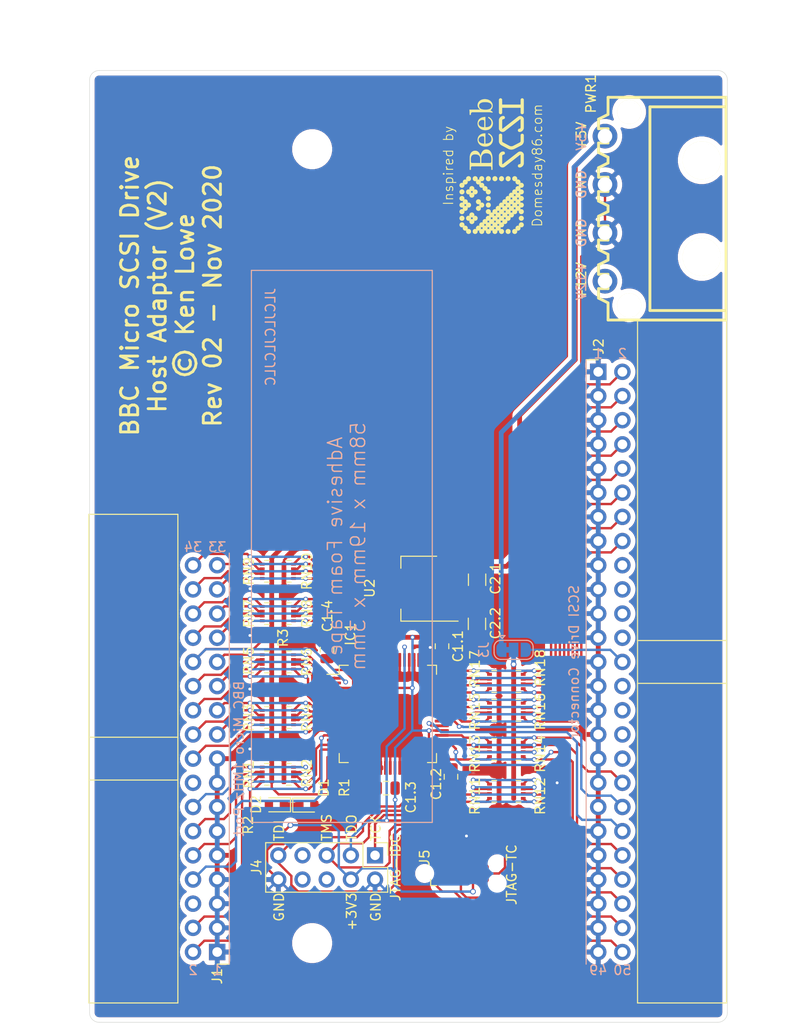
<source format=kicad_pcb>
(kicad_pcb (version 20171130) (host pcbnew "(5.1.5)-3")
  (layers (0 F.Cu signal) (31 B.Cu signal) (34 B.Paste user) (35 F.Paste user) (36 B.SilkS user) (37 F.SilkS user) (38 B.Mask user) (39 F.Mask user) (44 Edge.Cuts user))
  (net 0 "")
  (net 1 GND)
  (net 2 +5V)
  (net 3 +3V3)
  (net 4 /BBC_A7)
  (net 5 /BBC_A6)
  (net 6 /BBC_A5)
  (net 7 /BBC_A4)
  (net 8 /BBC_A3)
  (net 9 /BBC_A2)
  (net 10 /BBC_A1)
  (net 11 /BBC_A0)
  (net 12 /BBC_INT~EXT)
  (net 13 /BBC_D7)
  (net 14 /BBC_D6)
  (net 15 /BBC_D5)
  (net 16 /BBC_D4)
  (net 17 /BBC_D3)
  (net 18 /BBC_D2)
  (net 19 /BBC_D1)
  (net 20 /BBC_D0)
  (net 21 /BBC_~RESET)
  (net 22 /BBC_~PGFD)
  (net 23 /BBC_~PGFC)
  (net 24 /BBC_~IRQ)
  (net 25 /BBC_1MHZE)
  (net 26 /CPLD_JTAG_TDI)
  (net 27 /CPLD_JTAG_TMS)
  (net 28 /CPLD_JTAG_TDO)
  (net 29 /CPLD_JTAG_TCK)
  (net 30 /SCSI_I~O)
  (net 31 /SCSI_~REQ)
  (net 32 /SCSI_C~D)
  (net 33 /SCSI_~SEL)
  (net 34 /SCSI_~MSG)
  (net 35 /SCSI_~RST)
  (net 36 /SCSI_~ACK)
  (net 37 /SCSI_~BSY)
  (net 38 /SCSI_DB7)
  (net 39 /SCSI_DB6)
  (net 40 /SCSI_DB5)
  (net 41 /SCSI_DB4)
  (net 42 /SCSI_DB3)
  (net 43 /SCSI_DB2)
  (net 44 /SCSI_DB1)
  (net 45 /SCSI_DB0)
  (net 46 /SCSI_~_CONF)
  (net 47 /SCSI_INT~EXT)
  (net 48 "Net-(J4-Pad8)")
  (net 49 "Net-(J4-Pad7)")
  (net 50 "Net-(J4-Pad6)")
  (net 51 /SCSI_TERMPWR)
  (net 52 /TERMPWR)
  (net 53 /BBC_R~W)
  (net 54 "Net-(RN11-Pad2)")
  (net 55 "Net-(RN11-Pad1)")
  (net 56 "Net-(RN13-Pad3)")
  (net 57 "Net-(J2-Pad18)")
  (net 58 "Net-(J2-Pad20)")
  (net 59 "Net-(J2-Pad22)")
  (net 60 "Net-(J2-Pad24)")
  (net 61 "Net-(J2-Pad28)")
  (net 62 "Net-(J2-Pad30)")
  (net 63 "Net-(J2-Pad32)")
  (net 64 "Net-(J2-Pad34)")
  (net 65 "Net-(J5-Pad8)")
  (net 66 "Net-(J5-Pad7)")
  (net 67 "Net-(J5-Pad6)")
  (net 68 "Net-(D1-Pad2)")
  (net 69 "Net-(D2-Pad2)")
  (net 70 "Net-(PWR1-Pad1)")
  (net 71 "Net-(J1-Pad16)")
  (net 72 "Net-(J1-Pad6)")
  (module Jumper:SolderJumper-3_P1.3mm_Bridged12_RoundedPad1.0x1.5mm (layer B.Cu) (at 153.543 102.87)
    (fp_text reference J3 (at -3.1242 0 270) (layer B.SilkS) (effects (justify mirror)))
    (fp_text value Conn_01x03)
    (fp_poly (pts (xy -0.9 0.3) (xy -0.4 0.3) (xy -0.4 -0.3) (xy -0.9 -0.3)) (layer B.Cu) (width 0))
    (pad 1 smd custom (at -1.3 0) (size 1 0.5) (layers B.Cu B.Mask) (net 2 +5V) (options (clearance outline) (anchor rect)) (primitives (gr_circle (center 0 -0.25) (end 0.5 -0.25) (width 0)) (gr_circle (center 0 0.25) (end 0.5 0.25) (width 0)) (gr_poly (pts (xy 0.55 0.75) (xy 0 0.75) (xy 0 -0.75) (xy 0.55 -0.75)) (width 0))))
    (pad 2 smd rect (at 0 0) (size 1 1.5) (layers B.Cu B.Mask) (net 52 /TERMPWR))
    (pad 3 smd custom (at 1.3 0) (size 1 0.5) (layers B.Cu B.Mask) (net 51 /SCSI_TERMPWR) (options (clearance outline) (anchor rect)) (primitives (gr_circle (center 0 -0.25) (end 0.5 -0.25) (width 0)) (gr_circle (center 0 0.25) (end 0.5 0.25) (width 0)) (gr_poly (pts (xy -0.55 0.75) (xy 0 0.75) (xy 0 -0.75) (xy -0.55 -0.75)) (width 0))))
  )
  (module Resistor_SMD:R_0402_1005Metric (layer F.Cu) (at 127.565 101.614 180)
    (fp_text reference R3 (at -1.755 0 90) (layer F.SilkS))
    (fp_text value 2K2)
    (pad 2 smd roundrect (at 0.485 0 180) (size 0.59 0.64) (layers F.Cu F.Paste F.Mask) (net 12 /BBC_INT~EXT))
    (pad 1 smd roundrect (at -0.485 0 180) (size 0.59 0.64) (layers F.Cu F.Paste F.Mask) (net 2 +5V))
  )
  (module MountingHole:MountingHole_3.2mm_M3 (layer F.Cu) (at 132.38 133.68)
    (fp_text reference MK2 hide)
    (fp_text value MountingHole)
    (pad 1 np_thru_hole circle (at 0 0) (size 3.2 3.2) (drill 3.2) (layers *.Cu *.Mask))
  )
  (module MountingHole:MountingHole_3.2mm_M3 (layer F.Cu) (at 132.38 50.27)
    (fp_text reference MK1 hide)
    (fp_text value MountingHole)
    (pad 1 np_thru_hole circle (at 0 0) (size 3.2 3.2) (drill 3.2) (layers *.Cu *.Mask))
  )
  (module Connector_IDC:IDC-Header_2x17_P2.54mm_Horizontal (layer F.Cu) (at 122.406 134.62 180)
    (fp_text reference J1 (at 0 -2.54 90) (layer F.SilkS))
    (fp_text value "BBC 1MHz Bus")
    (pad 34 thru_hole oval (at 2.54 40.64 180) (size 1.7272 1.7272) (drill 1.016) (layers *.Cu *.Mask) (net 4 /BBC_A7))
    (pad 33 thru_hole oval (at 0 40.64 180) (size 1.7272 1.7272) (drill 1.016) (layers *.Cu *.Mask) (net 5 /BBC_A6))
    (pad 32 thru_hole oval (at 2.54 38.1 180) (size 1.7272 1.7272) (drill 1.016) (layers *.Cu *.Mask) (net 6 /BBC_A5))
    (pad 31 thru_hole oval (at 0 38.1 180) (size 1.7272 1.7272) (drill 1.016) (layers *.Cu *.Mask) (net 7 /BBC_A4))
    (pad 30 thru_hole oval (at 2.54 35.56 180) (size 1.7272 1.7272) (drill 1.016) (layers *.Cu *.Mask) (net 8 /BBC_A3))
    (pad 29 thru_hole oval (at 0 35.56 180) (size 1.7272 1.7272) (drill 1.016) (layers *.Cu *.Mask) (net 9 /BBC_A2))
    (pad 28 thru_hole oval (at 2.54 33.02 180) (size 1.7272 1.7272) (drill 1.016) (layers *.Cu *.Mask) (net 10 /BBC_A1))
    (pad 27 thru_hole oval (at 0 33.02 180) (size 1.7272 1.7272) (drill 1.016) (layers *.Cu *.Mask) (net 11 /BBC_A0))
    (pad 26 thru_hole oval (at 2.54 30.48 180) (size 1.7272 1.7272) (drill 1.016) (layers *.Cu *.Mask) (net 12 /BBC_INT~EXT))
    (pad 25 thru_hole oval (at 0 30.48 180) (size 1.7272 1.7272) (drill 1.016) (layers *.Cu *.Mask) (net 13 /BBC_D7))
    (pad 24 thru_hole oval (at 2.54 27.94 180) (size 1.7272 1.7272) (drill 1.016) (layers *.Cu *.Mask) (net 14 /BBC_D6))
    (pad 23 thru_hole oval (at 0 27.94 180) (size 1.7272 1.7272) (drill 1.016) (layers *.Cu *.Mask) (net 15 /BBC_D5))
    (pad 22 thru_hole oval (at 2.54 25.4 180) (size 1.7272 1.7272) (drill 1.016) (layers *.Cu *.Mask) (net 16 /BBC_D4))
    (pad 21 thru_hole oval (at 0 25.4 180) (size 1.7272 1.7272) (drill 1.016) (layers *.Cu *.Mask) (net 17 /BBC_D3))
    (pad 20 thru_hole oval (at 2.54 22.86 180) (size 1.7272 1.7272) (drill 1.016) (layers *.Cu *.Mask) (net 18 /BBC_D2))
    (pad 19 thru_hole oval (at 0 22.86 180) (size 1.7272 1.7272) (drill 1.016) (layers *.Cu *.Mask) (net 19 /BBC_D1))
    (pad 18 thru_hole oval (at 2.54 20.32 180) (size 1.7272 1.7272) (drill 1.016) (layers *.Cu *.Mask) (net 20 /BBC_D0))
    (pad 17 thru_hole oval (at 0 20.32 180) (size 1.7272 1.7272) (drill 1.016) (layers *.Cu *.Mask) (net 1 GND))
    (pad 16 thru_hole oval (at 2.54 17.78 180) (size 1.7272 1.7272) (drill 1.016) (layers *.Cu *.Mask) (net 71 "Net-(J1-Pad16)"))
    (pad 15 thru_hole oval (at 0 17.78 180) (size 1.7272 1.7272) (drill 1.016) (layers *.Cu *.Mask) (net 1 GND))
    (pad 14 thru_hole oval (at 2.54 15.24 180) (size 1.7272 1.7272) (drill 1.016) (layers *.Cu *.Mask) (net 21 /BBC_~RESET))
    (pad 13 thru_hole oval (at 0 15.24 180) (size 1.7272 1.7272) (drill 1.016) (layers *.Cu *.Mask) (net 1 GND))
    (pad 12 thru_hole oval (at 2.54 12.7 180) (size 1.7272 1.7272) (drill 1.016) (layers *.Cu *.Mask) (net 22 /BBC_~PGFD))
    (pad 11 thru_hole oval (at 0 12.7 180) (size 1.7272 1.7272) (drill 1.016) (layers *.Cu *.Mask) (net 1 GND))
    (pad 10 thru_hole oval (at 2.54 10.16 180) (size 1.7272 1.7272) (drill 1.016) (layers *.Cu *.Mask) (net 23 /BBC_~PGFC))
    (pad 9 thru_hole oval (at 0 10.16 180) (size 1.7272 1.7272) (drill 1.016) (layers *.Cu *.Mask) (net 1 GND))
    (pad 8 thru_hole oval (at 2.54 7.62 180) (size 1.7272 1.7272) (drill 1.016) (layers *.Cu *.Mask) (net 24 /BBC_~IRQ))
    (pad 7 thru_hole oval (at 0 7.62 180) (size 1.7272 1.7272) (drill 1.016) (layers *.Cu *.Mask) (net 1 GND))
    (pad 6 thru_hole oval (at 2.54 5.08 180) (size 1.7272 1.7272) (drill 1.016) (layers *.Cu *.Mask) (net 72 "Net-(J1-Pad6)"))
    (pad 5 thru_hole oval (at 0 5.08 180) (size 1.7272 1.7272) (drill 1.016) (layers *.Cu *.Mask) (net 1 GND))
    (pad 4 thru_hole oval (at 2.54 2.54 180) (size 1.7272 1.7272) (drill 1.016) (layers *.Cu *.Mask) (net 25 /BBC_1MHZE))
    (pad 3 thru_hole oval (at 0 2.54 180) (size 1.7272 1.7272) (drill 1.016) (layers *.Cu *.Mask) (net 1 GND))
    (pad 2 thru_hole oval (at 2.54 0 180) (size 1.7272 1.7272) (drill 1.016) (layers *.Cu *.Mask) (net 53 /BBC_R~W))
    (pad 1 thru_hole rect (at 0 0 180) (size 1.7272 1.7272) (drill 1.016) (layers *.Cu *.Mask) (net 1 GND))
  )
  (module Connector:Tag-Connect_TC2050-IDC-NL_2x05_P1.27mm_Vertical (layer F.Cu) (at 148.0058 126.365)
    (fp_text reference J5 (at -3.81 -1.651 90) (layer F.SilkS))
    (fp_text value JTAG-TC)
    (pad 10 connect circle (at -2.54 -0.635) (size 0.7874 0.7874) (layers F.Cu F.Mask) (net 1 GND))
    (pad 9 connect circle (at -1.27 -0.635) (size 0.7874 0.7874) (layers F.Cu F.Mask) (net 26 /CPLD_JTAG_TDI))
    (pad 8 connect circle (at 0 -0.635) (size 0.7874 0.7874) (layers F.Cu F.Mask) (net 65 "Net-(J5-Pad8)"))
    (pad 7 connect circle (at 1.27 -0.635) (size 0.7874 0.7874) (layers F.Cu F.Mask) (net 66 "Net-(J5-Pad7)"))
    (pad 6 connect circle (at 2.54 -0.635) (size 0.7874 0.7874) (layers F.Cu F.Mask) (net 67 "Net-(J5-Pad6)"))
    (pad 5 connect circle (at 2.54 0.635) (size 0.7874 0.7874) (layers F.Cu F.Mask) (net 27 /CPLD_JTAG_TMS))
    (pad 4 connect circle (at 1.27 0.635) (size 0.7874 0.7874) (layers F.Cu F.Mask) (net 3 +3V3))
    (pad 3 connect circle (at 0 0.635) (size 0.7874 0.7874) (layers F.Cu F.Mask) (net 28 /CPLD_JTAG_TDO))
    (pad 2 connect circle (at -1.27 0.635) (size 0.7874 0.7874) (layers F.Cu F.Mask) (net 1 GND))
    (pad 1 connect circle (at -2.54 0.635) (size 0.7874 0.7874) (layers F.Cu F.Mask) (net 29 /CPLD_JTAG_TCK))
    (pad "" np_thru_hole circle (at -3.81 0) (size 0.9906 0.9906) (drill 0.9906) (layers *.Cu *.Mask))
    (pad "" np_thru_hole circle (at 3.81 1.016) (size 0.9906 0.9906) (drill 0.9906) (layers *.Cu *.Mask))
    (pad "" np_thru_hole circle (at 3.81 -1.016) (size 0.9906 0.9906) (drill 0.9906) (layers *.Cu *.Mask))
  )
  (module SCSIAdaptor:BeebSCSI_Logo_15x8 (layer F.Cu) (at 151.59 51.975 90)
    (fp_text reference G*** hide)
    (fp_text value LOGO hide)
  )
  (module w_conn_pc:conn_hdd_15-24-4441 (layer F.Cu) (at 169.164 56.515 90)
    (fp_text reference PWR1 (at 12.065 -7.493 90) (layer F.SilkS))
    (fp_text value "5V Power (HDD)" hide)
    (pad "" np_thru_hole circle (at -10.16 -3.48 90) (size 2.54 2.54) (drill 2.54) (layers *.Cu *.Mask F.SilkS))
    (pad "" np_thru_hole circle (at -5.08 4.14 90) (size 4 4) (drill 4) (layers *.Cu *.Mask F.SilkS))
    (pad "" np_thru_hole circle (at 10.16 -3.48 90) (size 2.54 2.54) (drill 2.54) (layers *.Cu *.Mask F.SilkS))
    (pad 4 thru_hole circle (at 7.62 -6.02 90) (size 2.6 2.6) (drill 1.52) (layers *.Cu *.Mask) (net 2 +5V))
    (pad 3 thru_hole circle (at 2.54 -6.02 90) (size 2.6 2.6) (drill 1.52) (layers *.Cu *.Mask) (net 1 GND))
    (pad 2 thru_hole circle (at -2.54 -6.02 90) (size 2.6 2.6) (drill 1.52) (layers *.Cu *.Mask) (net 1 GND))
    (pad 1 thru_hole circle (at -7.62 -6.02 90) (size 2.6 2.6) (drill 1.52) (layers *.Cu *.Mask) (net 70 "Net-(PWR1-Pad1)"))
    (pad "" np_thru_hole circle (at 5.08 4.14 90) (size 4 4) (drill 4) (layers *.Cu *.Mask F.SilkS))
  )
  (module Resistor_SMD:R_0402_1005Metric (layer F.Cu) (at 126.9238 121.285 90)
    (fp_text reference R2 (at 0 -1.27 90) (layer F.SilkS))
    (fp_text value 150R)
    (pad 2 smd roundrect (at 0.485 0 90) (size 0.59 0.64) (layers F.Cu F.Paste F.Mask) (net 69 "Net-(D2-Pad2)"))
    (pad 1 smd roundrect (at -0.485 0 90) (size 0.59 0.64) (layers F.Cu F.Paste F.Mask) (net 3 +3V3))
  )
  (module Resistor_SMD:R_0402_1005Metric (layer F.Cu) (at 134.8486 119.1768 180)
    (fp_text reference R1 (at -0.9144 1.8288 90) (layer F.SilkS))
    (fp_text value 330R)
    (pad 2 smd roundrect (at 0.485 0 180) (size 0.59 0.64) (layers F.Cu F.Paste F.Mask) (net 68 "Net-(D1-Pad2)"))
    (pad 1 smd roundrect (at -0.485 0 180) (size 0.59 0.64) (layers F.Cu F.Paste F.Mask) (net 2 +5V))
  )
  (module LED_SMD:LED_0603_1608Metric (layer F.Cu) (at 128.6256 119.1514 180)
    (fp_text reference D2 (at 2.1336 0.0254 90) (layer F.SilkS))
    (fp_text value LED)
    (pad 2 smd roundrect (at 0.7875 0 180) (size 0.875 0.95) (layers F.Cu F.Paste F.Mask) (net 69 "Net-(D2-Pad2)"))
    (pad 1 smd roundrect (at -0.7875 0 180) (size 0.875 0.95) (layers F.Cu F.Paste F.Mask) (net 1 GND))
  )
  (module LED_SMD:LED_0603_1608Metric (layer F.Cu) (at 131.826 119.1768)
    (fp_text reference D1 (at 1.778 -1.8288 270) (layer F.SilkS))
    (fp_text value LED)
    (pad 2 smd roundrect (at 0.7875 0) (size 0.875 0.95) (layers F.Cu F.Paste F.Mask) (net 68 "Net-(D1-Pad2)"))
    (pad 1 smd roundrect (at -0.7875 0) (size 0.875 0.95) (layers F.Cu F.Paste F.Mask) (net 1 GND))
  )
  (module Package_QFP:TQFP-64_10x10mm_P0.5mm (layer F.Cu) (at 140.335 109.601)
    (fp_text reference IC1 (at -3.937 -8.382 90) (layer F.SilkS))
    (fp_text value XC9572XL-VQ64)
    (pad 64 smd roundrect (at -3.75 -5.6625) (size 0.3 1.475) (layers F.Cu F.Paste F.Mask) (net 11 /BBC_A0))
    (pad 63 smd roundrect (at -3.25 -5.6625) (size 0.3 1.475) (layers F.Cu F.Paste F.Mask) (net 10 /BBC_A1))
    (pad 62 smd roundrect (at -2.75 -5.6625) (size 0.3 1.475) (layers F.Cu F.Paste F.Mask) (net 9 /BBC_A2))
    (pad 61 smd roundrect (at -2.25 -5.6625) (size 0.3 1.475) (layers F.Cu F.Paste F.Mask) (net 8 /BBC_A3))
    (pad 60 smd roundrect (at -1.75 -5.6625) (size 0.3 1.475) (layers F.Cu F.Paste F.Mask) (net 7 /BBC_A4))
    (pad 59 smd roundrect (at -1.25 -5.6625) (size 0.3 1.475) (layers F.Cu F.Paste F.Mask) (net 6 /BBC_A5))
    (pad 58 smd roundrect (at -0.75 -5.6625) (size 0.3 1.475) (layers F.Cu F.Paste F.Mask) (net 5 /BBC_A6))
    (pad 57 smd roundrect (at -0.25 -5.6625) (size 0.3 1.475) (layers F.Cu F.Paste F.Mask) (net 4 /BBC_A7))
    (pad 56 smd roundrect (at 0.25 -5.6625) (size 0.3 1.475) (layers F.Cu F.Paste F.Mask) (net 1 GND))
    (pad 55 smd roundrect (at 0.75 -5.6625) (size 0.3 1.475) (layers F.Cu F.Paste F.Mask) (net 3 +3V3))
    (pad 54 smd roundrect (at 1.25 -5.6625) (size 0.3 1.475) (layers F.Cu F.Paste F.Mask) (net 1 GND))
    (pad 53 smd roundrect (at 1.75 -5.6625) (size 0.3 1.475) (layers F.Cu F.Paste F.Mask) (net 28 /CPLD_JTAG_TDO))
    (pad 52 smd roundrect (at 2.25 -5.6625) (size 0.3 1.475) (layers F.Cu F.Paste F.Mask) (net 1 GND))
    (pad 51 smd roundrect (at 2.75 -5.6625) (size 0.3 1.475) (layers F.Cu F.Paste F.Mask) (net 1 GND))
    (pad 50 smd roundrect (at 3.25 -5.6625) (size 0.3 1.475) (layers F.Cu F.Paste F.Mask) (net 46 /SCSI_~_CONF))
    (pad 49 smd roundrect (at 3.75 -5.6625) (size 0.3 1.475) (layers F.Cu F.Paste F.Mask) (net 47 /SCSI_INT~EXT))
    (pad 48 smd roundrect (at 5.6625 -3.75) (size 1.475 0.3) (layers F.Cu F.Paste F.Mask) (net 45 /SCSI_DB0))
    (pad 47 smd roundrect (at 5.6625 -3.25) (size 1.475 0.3) (layers F.Cu F.Paste F.Mask) (net 44 /SCSI_DB1))
    (pad 46 smd roundrect (at 5.6625 -2.75) (size 1.475 0.3) (layers F.Cu F.Paste F.Mask) (net 43 /SCSI_DB2))
    (pad 45 smd roundrect (at 5.6625 -2.25) (size 1.475 0.3) (layers F.Cu F.Paste F.Mask) (net 42 /SCSI_DB3))
    (pad 44 smd roundrect (at 5.6625 -1.75) (size 1.475 0.3) (layers F.Cu F.Paste F.Mask) (net 41 /SCSI_DB4))
    (pad 43 smd roundrect (at 5.6625 -1.25) (size 1.475 0.3) (layers F.Cu F.Paste F.Mask) (net 40 /SCSI_DB5))
    (pad 42 smd roundrect (at 5.6625 -0.75) (size 1.475 0.3) (layers F.Cu F.Paste F.Mask) (net 39 /SCSI_DB6))
    (pad 41 smd roundrect (at 5.6625 -0.25) (size 1.475 0.3) (layers F.Cu F.Paste F.Mask) (net 1 GND))
    (pad 40 smd roundrect (at 5.6625 0.25) (size 1.475 0.3) (layers F.Cu F.Paste F.Mask) (net 38 /SCSI_DB7))
    (pad 39 smd roundrect (at 5.6625 0.75) (size 1.475 0.3) (layers F.Cu F.Paste F.Mask) (net 36 /SCSI_~ACK))
    (pad 38 smd roundrect (at 5.6625 1.25) (size 1.475 0.3) (layers F.Cu F.Paste F.Mask) (net 35 /SCSI_~RST))
    (pad 37 smd roundrect (at 5.6625 1.75) (size 1.475 0.3) (layers F.Cu F.Paste F.Mask) (net 3 +3V3))
    (pad 36 smd roundrect (at 5.6625 2.25) (size 1.475 0.3) (layers F.Cu F.Paste F.Mask) (net 37 /SCSI_~BSY))
    (pad 35 smd roundrect (at 5.6625 2.75) (size 1.475 0.3) (layers F.Cu F.Paste F.Mask) (net 34 /SCSI_~MSG))
    (pad 34 smd roundrect (at 5.6625 3.25) (size 1.475 0.3) (layers F.Cu F.Paste F.Mask) (net 33 /SCSI_~SEL))
    (pad 33 smd roundrect (at 5.6625 3.75) (size 1.475 0.3) (layers F.Cu F.Paste F.Mask) (net 32 /SCSI_C~D))
    (pad 32 smd roundrect (at 3.75 5.6625) (size 0.3 1.475) (layers F.Cu F.Paste F.Mask) (net 31 /SCSI_~REQ))
    (pad 31 smd roundrect (at 3.25 5.6625) (size 0.3 1.475) (layers F.Cu F.Paste F.Mask) (net 30 /SCSI_I~O))
    (pad 30 smd roundrect (at 2.75 5.6625) (size 0.3 1.475) (layers F.Cu F.Paste F.Mask) (net 29 /CPLD_JTAG_TCK))
    (pad 29 smd roundrect (at 2.25 5.6625) (size 0.3 1.475) (layers F.Cu F.Paste F.Mask) (net 27 /CPLD_JTAG_TMS))
    (pad 28 smd roundrect (at 1.75 5.6625) (size 0.3 1.475) (layers F.Cu F.Paste F.Mask) (net 26 /CPLD_JTAG_TDI))
    (pad 27 smd roundrect (at 1.25 5.6625) (size 0.3 1.475) (layers F.Cu F.Paste F.Mask) (net 1 GND))
    (pad 26 smd roundrect (at 0.75 5.6625) (size 0.3 1.475) (layers F.Cu F.Paste F.Mask) (net 3 +3V3))
    (pad 25 smd roundrect (at 0.25 5.6625) (size 0.3 1.475) (layers F.Cu F.Paste F.Mask) (net 1 GND))
    (pad 24 smd roundrect (at -0.25 5.6625) (size 0.3 1.475) (layers F.Cu F.Paste F.Mask) (net 1 GND))
    (pad 23 smd roundrect (at -0.75 5.6625) (size 0.3 1.475) (layers F.Cu F.Paste F.Mask) (net 1 GND))
    (pad 22 smd roundrect (at -1.25 5.6625) (size 0.3 1.475) (layers F.Cu F.Paste F.Mask) (net 1 GND))
    (pad 21 smd roundrect (at -1.75 5.6625) (size 0.3 1.475) (layers F.Cu F.Paste F.Mask) (net 1 GND))
    (pad 20 smd roundrect (at -2.25 5.6625) (size 0.3 1.475) (layers F.Cu F.Paste F.Mask) (net 1 GND))
    (pad 19 smd roundrect (at -2.75 5.6625) (size 0.3 1.475) (layers F.Cu F.Paste F.Mask) (net 1 GND))
    (pad 18 smd roundrect (at -3.25 5.6625) (size 0.3 1.475) (layers F.Cu F.Paste F.Mask) (net 1 GND))
    (pad 17 smd roundrect (at -3.75 5.6625) (size 0.3 1.475) (layers F.Cu F.Paste F.Mask) (net 1 GND))
    (pad 16 smd roundrect (at -5.6625 3.75) (size 1.475 0.3) (layers F.Cu F.Paste F.Mask) (net 53 /BBC_R~W))
    (pad 15 smd roundrect (at -5.6625 3.25) (size 1.475 0.3) (layers F.Cu F.Paste F.Mask) (net 25 /BBC_1MHZE))
    (pad 14 smd roundrect (at -5.6625 2.75) (size 1.475 0.3) (layers F.Cu F.Paste F.Mask) (net 1 GND))
    (pad 13 smd roundrect (at -5.6625 2.25) (size 1.475 0.3) (layers F.Cu F.Paste F.Mask) (net 24 /BBC_~IRQ))
    (pad 12 smd roundrect (at -5.6625 1.75) (size 1.475 0.3) (layers F.Cu F.Paste F.Mask) (net 23 /BBC_~PGFC))
    (pad 11 smd roundrect (at -5.6625 1.25) (size 1.475 0.3) (layers F.Cu F.Paste F.Mask) (net 21 /BBC_~RESET))
    (pad 10 smd roundrect (at -5.6625 0.75) (size 1.475 0.3) (layers F.Cu F.Paste F.Mask) (net 20 /BBC_D0))
    (pad 9 smd roundrect (at -5.6625 0.25) (size 1.475 0.3) (layers F.Cu F.Paste F.Mask) (net 19 /BBC_D1))
    (pad 8 smd roundrect (at -5.6625 -0.25) (size 1.475 0.3) (layers F.Cu F.Paste F.Mask) (net 18 /BBC_D2))
    (pad 7 smd roundrect (at -5.6625 -0.75) (size 1.475 0.3) (layers F.Cu F.Paste F.Mask) (net 17 /BBC_D3))
    (pad 6 smd roundrect (at -5.6625 -1.25) (size 1.475 0.3) (layers F.Cu F.Paste F.Mask) (net 16 /BBC_D4))
    (pad 5 smd roundrect (at -5.6625 -1.75) (size 1.475 0.3) (layers F.Cu F.Paste F.Mask) (net 15 /BBC_D5))
    (pad 4 smd roundrect (at -5.6625 -2.25) (size 1.475 0.3) (layers F.Cu F.Paste F.Mask) (net 14 /BBC_D6))
    (pad 3 smd roundrect (at -5.6625 -2.75) (size 1.475 0.3) (layers F.Cu F.Paste F.Mask) (net 3 +3V3))
    (pad 2 smd roundrect (at -5.6625 -3.25) (size 1.475 0.3) (layers F.Cu F.Paste F.Mask) (net 13 /BBC_D7))
    (pad 1 smd roundrect (at -5.6625 -3.75) (size 1.475 0.3) (layers F.Cu F.Paste F.Mask) (net 12 /BBC_INT~EXT))
  )
  (module Resistor_SMD:R_Array_Concave_4x0402 (layer F.Cu) (at 154.055 117.729)
    (fp_text reference RN12 (at 2.282 0.508 90) (layer F.SilkS))
    (fp_text value 220R)
    (pad 5 smd rect (at 0.5 0.75) (size 0.5 0.32) (layers F.Cu F.Paste F.Mask) (net 30 /SCSI_I~O))
    (pad 6 smd rect (at 0.5 0.25) (size 0.5 0.32) (layers F.Cu F.Paste F.Mask) (net 31 /SCSI_~REQ))
    (pad 8 smd rect (at 0.5 -0.75) (size 0.5 0.32) (layers F.Cu F.Paste F.Mask) (net 55 "Net-(RN11-Pad1)"))
    (pad 7 smd rect (at 0.5 -0.25) (size 0.5 0.32) (layers F.Cu F.Paste F.Mask) (net 54 "Net-(RN11-Pad2)"))
    (pad 4 smd rect (at -0.5 0.75) (size 0.5 0.32) (layers F.Cu F.Paste F.Mask) (net 52 /TERMPWR))
    (pad 2 smd rect (at -0.5 -0.25) (size 0.5 0.32) (layers F.Cu F.Paste F.Mask) (net 52 /TERMPWR))
    (pad 3 smd rect (at -0.5 0.25) (size 0.5 0.32) (layers F.Cu F.Paste F.Mask) (net 52 /TERMPWR))
    (pad 1 smd rect (at -0.5 -0.75) (size 0.5 0.32) (layers F.Cu F.Paste F.Mask) (net 52 /TERMPWR))
  )
  (module Resistor_SMD:R_Array_Concave_4x0402 (layer F.Cu) (at 154.051 113.3348)
    (fp_text reference RN14 (at 2.286 0.4572 90) (layer F.SilkS))
    (fp_text value 220R)
    (pad 5 smd rect (at 0.5 0.75) (size 0.5 0.32) (layers F.Cu F.Paste F.Mask) (net 32 /SCSI_C~D))
    (pad 6 smd rect (at 0.5 0.25) (size 0.5 0.32) (layers F.Cu F.Paste F.Mask) (net 56 "Net-(RN13-Pad3)"))
    (pad 8 smd rect (at 0.5 -0.75) (size 0.5 0.32) (layers F.Cu F.Paste F.Mask) (net 37 /SCSI_~BSY))
    (pad 7 smd rect (at 0.5 -0.25) (size 0.5 0.32) (layers F.Cu F.Paste F.Mask) (net 34 /SCSI_~MSG))
    (pad 4 smd rect (at -0.5 0.75) (size 0.5 0.32) (layers F.Cu F.Paste F.Mask) (net 52 /TERMPWR))
    (pad 2 smd rect (at -0.5 -0.25) (size 0.5 0.32) (layers F.Cu F.Paste F.Mask) (net 52 /TERMPWR))
    (pad 3 smd rect (at -0.5 0.25) (size 0.5 0.32) (layers F.Cu F.Paste F.Mask) (net 52 /TERMPWR))
    (pad 1 smd rect (at -0.5 -0.75) (size 0.5 0.32) (layers F.Cu F.Paste F.Mask) (net 52 /TERMPWR))
  )
  (module Resistor_SMD:R_Array_Concave_4x0402 (layer F.Cu) (at 151.511 117.729)
    (fp_text reference RN11 (at -2.032 0.508 90) (layer F.SilkS))
    (fp_text value 330R)
    (pad 5 smd rect (at 0.5 0.75) (size 0.5 0.32) (layers F.Cu F.Paste F.Mask) (net 1 GND))
    (pad 6 smd rect (at 0.5 0.25) (size 0.5 0.32) (layers F.Cu F.Paste F.Mask) (net 1 GND))
    (pad 8 smd rect (at 0.5 -0.75) (size 0.5 0.32) (layers F.Cu F.Paste F.Mask) (net 1 GND))
    (pad 7 smd rect (at 0.5 -0.25) (size 0.5 0.32) (layers F.Cu F.Paste F.Mask) (net 1 GND))
    (pad 4 smd rect (at -0.5 0.75) (size 0.5 0.32) (layers F.Cu F.Paste F.Mask) (net 30 /SCSI_I~O))
    (pad 2 smd rect (at -0.5 -0.25) (size 0.5 0.32) (layers F.Cu F.Paste F.Mask) (net 54 "Net-(RN11-Pad2)"))
    (pad 3 smd rect (at -0.5 0.25) (size 0.5 0.32) (layers F.Cu F.Paste F.Mask) (net 31 /SCSI_~REQ))
    (pad 1 smd rect (at -0.5 -0.75) (size 0.5 0.32) (layers F.Cu F.Paste F.Mask) (net 55 "Net-(RN11-Pad1)"))
  )
  (module Resistor_SMD:R_Array_Concave_4x0402 (layer F.Cu) (at 151.511 113.3348)
    (fp_text reference RN13 (at -2.032 0.4572 90) (layer F.SilkS))
    (fp_text value 330R)
    (pad 5 smd rect (at 0.5 0.75) (size 0.5 0.32) (layers F.Cu F.Paste F.Mask) (net 1 GND))
    (pad 6 smd rect (at 0.5 0.25) (size 0.5 0.32) (layers F.Cu F.Paste F.Mask) (net 1 GND))
    (pad 8 smd rect (at 0.5 -0.75) (size 0.5 0.32) (layers F.Cu F.Paste F.Mask) (net 1 GND))
    (pad 7 smd rect (at 0.5 -0.25) (size 0.5 0.32) (layers F.Cu F.Paste F.Mask) (net 1 GND))
    (pad 4 smd rect (at -0.5 0.75) (size 0.5 0.32) (layers F.Cu F.Paste F.Mask) (net 32 /SCSI_C~D))
    (pad 2 smd rect (at -0.5 -0.25) (size 0.5 0.32) (layers F.Cu F.Paste F.Mask) (net 34 /SCSI_~MSG))
    (pad 3 smd rect (at -0.5 0.25) (size 0.5 0.32) (layers F.Cu F.Paste F.Mask) (net 56 "Net-(RN13-Pad3)"))
    (pad 1 smd rect (at -0.5 -0.75) (size 0.5 0.32) (layers F.Cu F.Paste F.Mask) (net 37 /SCSI_~BSY))
  )
  (module Resistor_SMD:R_Array_Concave_4x0402 (layer F.Cu) (at 154.051 106.1974)
    (fp_text reference RN18 (at 2.286 -1.4224 90) (layer F.SilkS))
    (fp_text value 220R)
    (pad 5 smd rect (at 0.5 0.75) (size 0.5 0.32) (layers F.Cu F.Paste F.Mask) (net 42 /SCSI_DB3))
    (pad 6 smd rect (at 0.5 0.25) (size 0.5 0.32) (layers F.Cu F.Paste F.Mask) (net 43 /SCSI_DB2))
    (pad 8 smd rect (at 0.5 -0.75) (size 0.5 0.32) (layers F.Cu F.Paste F.Mask) (net 45 /SCSI_DB0))
    (pad 7 smd rect (at 0.5 -0.25) (size 0.5 0.32) (layers F.Cu F.Paste F.Mask) (net 44 /SCSI_DB1))
    (pad 4 smd rect (at -0.5 0.75) (size 0.5 0.32) (layers F.Cu F.Paste F.Mask) (net 52 /TERMPWR))
    (pad 2 smd rect (at -0.5 -0.25) (size 0.5 0.32) (layers F.Cu F.Paste F.Mask) (net 52 /TERMPWR))
    (pad 3 smd rect (at -0.5 0.25) (size 0.5 0.32) (layers F.Cu F.Paste F.Mask) (net 52 /TERMPWR))
    (pad 1 smd rect (at -0.5 -0.75) (size 0.5 0.32) (layers F.Cu F.Paste F.Mask) (net 52 /TERMPWR))
  )
  (module Resistor_SMD:R_Array_Concave_4x0402 (layer F.Cu) (at 154.051 109.22)
    (fp_text reference RN16 (at 2.286 0.127 90) (layer F.SilkS))
    (fp_text value 220R)
    (pad 5 smd rect (at 0.5 0.75) (size 0.5 0.32) (layers F.Cu F.Paste F.Mask) (net 38 /SCSI_DB7))
    (pad 6 smd rect (at 0.5 0.25) (size 0.5 0.32) (layers F.Cu F.Paste F.Mask) (net 39 /SCSI_DB6))
    (pad 8 smd rect (at 0.5 -0.75) (size 0.5 0.32) (layers F.Cu F.Paste F.Mask) (net 41 /SCSI_DB4))
    (pad 7 smd rect (at 0.5 -0.25) (size 0.5 0.32) (layers F.Cu F.Paste F.Mask) (net 40 /SCSI_DB5))
    (pad 4 smd rect (at -0.5 0.75) (size 0.5 0.32) (layers F.Cu F.Paste F.Mask) (net 52 /TERMPWR))
    (pad 2 smd rect (at -0.5 -0.25) (size 0.5 0.32) (layers F.Cu F.Paste F.Mask) (net 52 /TERMPWR))
    (pad 3 smd rect (at -0.5 0.25) (size 0.5 0.32) (layers F.Cu F.Paste F.Mask) (net 52 /TERMPWR))
    (pad 1 smd rect (at -0.5 -0.75) (size 0.5 0.32) (layers F.Cu F.Paste F.Mask) (net 52 /TERMPWR))
  )
  (module Resistor_SMD:R_Array_Concave_4x0402 (layer F.Cu) (at 151.511 106.1974)
    (fp_text reference RN17 (at -2.032 -1.2954 90) (layer F.SilkS))
    (fp_text value 330R)
    (pad 5 smd rect (at 0.5 0.75) (size 0.5 0.32) (layers F.Cu F.Paste F.Mask) (net 1 GND))
    (pad 6 smd rect (at 0.5 0.25) (size 0.5 0.32) (layers F.Cu F.Paste F.Mask) (net 1 GND))
    (pad 8 smd rect (at 0.5 -0.75) (size 0.5 0.32) (layers F.Cu F.Paste F.Mask) (net 1 GND))
    (pad 7 smd rect (at 0.5 -0.25) (size 0.5 0.32) (layers F.Cu F.Paste F.Mask) (net 1 GND))
    (pad 4 smd rect (at -0.5 0.75) (size 0.5 0.32) (layers F.Cu F.Paste F.Mask) (net 42 /SCSI_DB3))
    (pad 2 smd rect (at -0.5 -0.25) (size 0.5 0.32) (layers F.Cu F.Paste F.Mask) (net 44 /SCSI_DB1))
    (pad 3 smd rect (at -0.5 0.25) (size 0.5 0.32) (layers F.Cu F.Paste F.Mask) (net 43 /SCSI_DB2))
    (pad 1 smd rect (at -0.5 -0.75) (size 0.5 0.32) (layers F.Cu F.Paste F.Mask) (net 45 /SCSI_DB0))
  )
  (module Resistor_SMD:R_Array_Concave_4x0402 (layer F.Cu) (at 151.511 109.22)
    (fp_text reference RN15 (at -2.032 0.127 90) (layer F.SilkS))
    (fp_text value 330R)
    (pad 5 smd rect (at 0.5 0.75) (size 0.5 0.32) (layers F.Cu F.Paste F.Mask) (net 1 GND))
    (pad 6 smd rect (at 0.5 0.25) (size 0.5 0.32) (layers F.Cu F.Paste F.Mask) (net 1 GND))
    (pad 8 smd rect (at 0.5 -0.75) (size 0.5 0.32) (layers F.Cu F.Paste F.Mask) (net 1 GND))
    (pad 7 smd rect (at 0.5 -0.25) (size 0.5 0.32) (layers F.Cu F.Paste F.Mask) (net 1 GND))
    (pad 4 smd rect (at -0.5 0.75) (size 0.5 0.32) (layers F.Cu F.Paste F.Mask) (net 38 /SCSI_DB7))
    (pad 2 smd rect (at -0.5 -0.25) (size 0.5 0.32) (layers F.Cu F.Paste F.Mask) (net 40 /SCSI_DB5))
    (pad 3 smd rect (at -0.5 0.25) (size 0.5 0.32) (layers F.Cu F.Paste F.Mask) (net 39 /SCSI_DB6))
    (pad 1 smd rect (at -0.5 -0.75) (size 0.5 0.32) (layers F.Cu F.Paste F.Mask) (net 41 /SCSI_DB4))
  )
  (module Connector_IDC:IDC-Header_2x25_P2.54mm_Horizontal (layer F.Cu) (at 162.433 73.66)
    (fp_text reference J2 (at 0.0508 -2.667 270) (layer F.SilkS))
    (fp_text value "SCSI Drive")
    (pad 1 thru_hole rect (at 0 0) (size 1.7272 1.7272) (drill 1.016) (layers *.Cu *.Mask) (net 1 GND))
    (pad 2 thru_hole oval (at 2.54 0) (size 1.7272 1.7272) (drill 1.016) (layers *.Cu *.Mask) (net 45 /SCSI_DB0))
    (pad 3 thru_hole oval (at 0 2.54) (size 1.7272 1.7272) (drill 1.016) (layers *.Cu *.Mask) (net 1 GND))
    (pad 4 thru_hole oval (at 2.54 2.54) (size 1.7272 1.7272) (drill 1.016) (layers *.Cu *.Mask) (net 44 /SCSI_DB1))
    (pad 5 thru_hole oval (at 0 5.08) (size 1.7272 1.7272) (drill 1.016) (layers *.Cu *.Mask) (net 1 GND))
    (pad 6 thru_hole oval (at 2.54 5.08) (size 1.7272 1.7272) (drill 1.016) (layers *.Cu *.Mask) (net 43 /SCSI_DB2))
    (pad 7 thru_hole oval (at 0 7.62) (size 1.7272 1.7272) (drill 1.016) (layers *.Cu *.Mask) (net 1 GND))
    (pad 8 thru_hole oval (at 2.54 7.62) (size 1.7272 1.7272) (drill 1.016) (layers *.Cu *.Mask) (net 42 /SCSI_DB3))
    (pad 9 thru_hole oval (at 0 10.16) (size 1.7272 1.7272) (drill 1.016) (layers *.Cu *.Mask) (net 1 GND))
    (pad 10 thru_hole oval (at 2.54 10.16) (size 1.7272 1.7272) (drill 1.016) (layers *.Cu *.Mask) (net 41 /SCSI_DB4))
    (pad 11 thru_hole oval (at 0 12.7) (size 1.7272 1.7272) (drill 1.016) (layers *.Cu *.Mask) (net 1 GND))
    (pad 12 thru_hole oval (at 2.54 12.7) (size 1.7272 1.7272) (drill 1.016) (layers *.Cu *.Mask) (net 40 /SCSI_DB5))
    (pad 13 thru_hole oval (at 0 15.24) (size 1.7272 1.7272) (drill 1.016) (layers *.Cu *.Mask) (net 1 GND))
    (pad 14 thru_hole oval (at 2.54 15.24) (size 1.7272 1.7272) (drill 1.016) (layers *.Cu *.Mask) (net 39 /SCSI_DB6))
    (pad 15 thru_hole oval (at 0 17.78) (size 1.7272 1.7272) (drill 1.016) (layers *.Cu *.Mask) (net 1 GND))
    (pad 16 thru_hole oval (at 2.54 17.78) (size 1.7272 1.7272) (drill 1.016) (layers *.Cu *.Mask) (net 38 /SCSI_DB7))
    (pad 17 thru_hole oval (at 0 20.32) (size 1.7272 1.7272) (drill 1.016) (layers *.Cu *.Mask) (net 1 GND))
    (pad 18 thru_hole oval (at 2.54 20.32) (size 1.7272 1.7272) (drill 1.016) (layers *.Cu *.Mask) (net 57 "Net-(J2-Pad18)"))
    (pad 19 thru_hole oval (at 0 22.86) (size 1.7272 1.7272) (drill 1.016) (layers *.Cu *.Mask) (net 1 GND))
    (pad 20 thru_hole oval (at 2.54 22.86) (size 1.7272 1.7272) (drill 1.016) (layers *.Cu *.Mask) (net 58 "Net-(J2-Pad20)"))
    (pad 21 thru_hole oval (at 0 25.4) (size 1.7272 1.7272) (drill 1.016) (layers *.Cu *.Mask) (net 1 GND))
    (pad 22 thru_hole oval (at 2.54 25.4) (size 1.7272 1.7272) (drill 1.016) (layers *.Cu *.Mask) (net 59 "Net-(J2-Pad22)"))
    (pad 23 thru_hole oval (at 0 27.94) (size 1.7272 1.7272) (drill 1.016) (layers *.Cu *.Mask) (net 1 GND))
    (pad 24 thru_hole oval (at 2.54 27.94) (size 1.7272 1.7272) (drill 1.016) (layers *.Cu *.Mask) (net 60 "Net-(J2-Pad24)"))
    (pad 25 thru_hole oval (at 0 30.48) (size 1.7272 1.7272) (drill 1.016) (layers *.Cu *.Mask) (net 1 GND))
    (pad 26 thru_hole oval (at 2.54 30.48) (size 1.7272 1.7272) (drill 1.016) (layers *.Cu *.Mask) (net 51 /SCSI_TERMPWR))
    (pad 27 thru_hole oval (at 0 33.02) (size 1.7272 1.7272) (drill 1.016) (layers *.Cu *.Mask) (net 1 GND))
    (pad 28 thru_hole oval (at 2.54 33.02) (size 1.7272 1.7272) (drill 1.016) (layers *.Cu *.Mask) (net 61 "Net-(J2-Pad28)"))
    (pad 29 thru_hole oval (at 0 35.56) (size 1.7272 1.7272) (drill 1.016) (layers *.Cu *.Mask) (net 1 GND))
    (pad 30 thru_hole oval (at 2.54 35.56) (size 1.7272 1.7272) (drill 1.016) (layers *.Cu *.Mask) (net 62 "Net-(J2-Pad30)"))
    (pad 31 thru_hole oval (at 0 38.1) (size 1.7272 1.7272) (drill 1.016) (layers *.Cu *.Mask) (net 1 GND))
    (pad 32 thru_hole oval (at 2.54 38.1) (size 1.7272 1.7272) (drill 1.016) (layers *.Cu *.Mask) (net 63 "Net-(J2-Pad32)"))
    (pad 33 thru_hole oval (at 0 40.64) (size 1.7272 1.7272) (drill 1.016) (layers *.Cu *.Mask) (net 1 GND))
    (pad 34 thru_hole oval (at 2.54 40.64) (size 1.7272 1.7272) (drill 1.016) (layers *.Cu *.Mask) (net 64 "Net-(J2-Pad34)"))
    (pad 35 thru_hole oval (at 0 43.18) (size 1.7272 1.7272) (drill 1.016) (layers *.Cu *.Mask) (net 1 GND))
    (pad 36 thru_hole oval (at 2.54 43.18) (size 1.7272 1.7272) (drill 1.016) (layers *.Cu *.Mask) (net 37 /SCSI_~BSY))
    (pad 37 thru_hole oval (at 0 45.72) (size 1.7272 1.7272) (drill 1.016) (layers *.Cu *.Mask) (net 1 GND))
    (pad 38 thru_hole oval (at 2.54 45.72) (size 1.7272 1.7272) (drill 1.016) (layers *.Cu *.Mask) (net 36 /SCSI_~ACK))
    (pad 39 thru_hole oval (at 0 48.26) (size 1.7272 1.7272) (drill 1.016) (layers *.Cu *.Mask) (net 1 GND))
    (pad 40 thru_hole oval (at 2.54 48.26) (size 1.7272 1.7272) (drill 1.016) (layers *.Cu *.Mask) (net 35 /SCSI_~RST))
    (pad 41 thru_hole oval (at 0 50.8) (size 1.7272 1.7272) (drill 1.016) (layers *.Cu *.Mask) (net 1 GND))
    (pad 42 thru_hole oval (at 2.54 50.8) (size 1.7272 1.7272) (drill 1.016) (layers *.Cu *.Mask) (net 34 /SCSI_~MSG))
    (pad 43 thru_hole oval (at 0 53.34) (size 1.7272 1.7272) (drill 1.016) (layers *.Cu *.Mask) (net 1 GND))
    (pad 44 thru_hole oval (at 2.54 53.34) (size 1.7272 1.7272) (drill 1.016) (layers *.Cu *.Mask) (net 33 /SCSI_~SEL))
    (pad 45 thru_hole oval (at 0 55.88) (size 1.7272 1.7272) (drill 1.016) (layers *.Cu *.Mask) (net 1 GND))
    (pad 46 thru_hole oval (at 2.54 55.88) (size 1.7272 1.7272) (drill 1.016) (layers *.Cu *.Mask) (net 32 /SCSI_C~D))
    (pad 47 thru_hole oval (at 0 58.42) (size 1.7272 1.7272) (drill 1.016) (layers *.Cu *.Mask) (net 1 GND))
    (pad 48 thru_hole oval (at 2.54 58.42) (size 1.7272 1.7272) (drill 1.016) (layers *.Cu *.Mask) (net 31 /SCSI_~REQ))
    (pad 49 thru_hole oval (at 0 60.96) (size 1.7272 1.7272) (drill 1.016) (layers *.Cu *.Mask) (net 1 GND))
    (pad 50 thru_hole oval (at 2.54 60.96) (size 1.7272 1.7272) (drill 1.016) (layers *.Cu *.Mask) (net 30 /SCSI_I~O))
  )
  (module Capacitor_SMD:C_0805_2012Metric (layer F.Cu) (at 146.9644 116.205 270)
    (fp_text reference C1.2 (at 0.762 1.5494 90) (layer F.SilkS))
    (fp_text value 100nF)
    (pad 2 smd roundrect (at 0.9375 0 270) (size 0.975 1.4) (layers F.Cu F.Paste F.Mask) (net 1 GND))
    (pad 1 smd roundrect (at -0.9375 0 270) (size 0.975 1.4) (layers F.Cu F.Paste F.Mask) (net 3 +3V3))
  )
  (module Package_TO_SOT_SMD:SOT-223-3_TabPin2 (layer F.Cu) (at 143.6116 96.4438 180)
    (fp_text reference U2 (at 5.1816 0.0508 90) (layer F.SilkS))
    (fp_text value LM1117-3.3)
    (pad 1 smd rect (at -3.15 -2.3 180) (size 2 1.5) (layers F.Cu F.Paste F.Mask) (net 1 GND))
    (pad 3 smd rect (at -3.15 2.3 180) (size 2 1.5) (layers F.Cu F.Paste F.Mask) (net 2 +5V))
    (pad 2 smd rect (at -3.15 0 180) (size 2 1.5) (layers F.Cu F.Paste F.Mask) (net 3 +3V3))
    (pad 2 smd rect (at 3.15 0 180) (size 2 3.8) (layers F.Cu F.Paste F.Mask) (net 3 +3V3))
  )
  (module Connector_PinHeader_2.54mm:PinHeader_2x05_P2.54mm_Vertical (layer F.Cu) (at 138.9888 124.46 270)
    (fp_text reference J4 (at 1.27 12.446 90) (layer F.SilkS))
    (fp_text value JTAG-IDC)
    (pad 10 thru_hole oval (at 2.54 10.16 270) (size 1.7 1.7) (drill 1) (layers *.Cu *.Mask) (net 1 GND))
    (pad 9 thru_hole oval (at 0 10.16 270) (size 1.7 1.7) (drill 1) (layers *.Cu *.Mask) (net 26 /CPLD_JTAG_TDI))
    (pad 8 thru_hole oval (at 2.54 7.62 270) (size 1.7 1.7) (drill 1) (layers *.Cu *.Mask) (net 48 "Net-(J4-Pad8)"))
    (pad 7 thru_hole oval (at 0 7.62 270) (size 1.7 1.7) (drill 1) (layers *.Cu *.Mask) (net 49 "Net-(J4-Pad7)"))
    (pad 6 thru_hole oval (at 2.54 5.08 270) (size 1.7 1.7) (drill 1) (layers *.Cu *.Mask) (net 50 "Net-(J4-Pad6)"))
    (pad 5 thru_hole oval (at 0 5.08 270) (size 1.7 1.7) (drill 1) (layers *.Cu *.Mask) (net 27 /CPLD_JTAG_TMS))
    (pad 4 thru_hole oval (at 2.54 2.54 270) (size 1.7 1.7) (drill 1) (layers *.Cu *.Mask) (net 3 +3V3))
    (pad 3 thru_hole oval (at 0 2.54 270) (size 1.7 1.7) (drill 1) (layers *.Cu *.Mask) (net 28 /CPLD_JTAG_TDO))
    (pad 2 thru_hole oval (at 2.54 0 270) (size 1.7 1.7) (drill 1) (layers *.Cu *.Mask) (net 1 GND))
    (pad 1 thru_hole rect (at 0 0 270) (size 1.7 1.7) (drill 1) (layers *.Cu *.Mask) (net 29 /CPLD_JTAG_TCK))
  )
  (module Capacitor_SMD:C_0805_2012Metric (layer F.Cu) (at 133.9469 102.8573 90)
    (fp_text reference C1.4 (at 3.5433 0.0381 90) (layer F.SilkS))
    (fp_text value 100nF)
    (pad 2 smd roundrect (at 0.9375 0 90) (size 0.975 1.4) (layers F.Cu F.Paste F.Mask) (net 1 GND))
    (pad 1 smd roundrect (at -0.9375 0 90) (size 0.975 1.4) (layers F.Cu F.Paste F.Mask) (net 3 +3V3))
  )
  (module Capacitor_SMD:C_0805_2012Metric (layer F.Cu) (at 140.1572 117.3988 180)
    (fp_text reference C1.3 (at -2.5908 -0.9652 90) (layer F.SilkS))
    (fp_text value 100nF)
    (pad 2 smd roundrect (at 0.9375 0 180) (size 0.975 1.4) (layers F.Cu F.Paste F.Mask) (net 1 GND))
    (pad 1 smd roundrect (at -0.9375 0 180) (size 0.975 1.4) (layers F.Cu F.Paste F.Mask) (net 3 +3V3))
  )
  (module Capacitor_SMD:C_0805_2012Metric (layer F.Cu) (at 146.0246 102.4913 270)
    (fp_text reference C1.1 (at -0.0023 -1.6764 90) (layer F.SilkS))
    (fp_text value 100nF)
    (pad 2 smd roundrect (at 0.9375 0 270) (size 0.975 1.4) (layers F.Cu F.Paste F.Mask) (net 1 GND))
    (pad 1 smd roundrect (at -0.9375 0 270) (size 0.975 1.4) (layers F.Cu F.Paste F.Mask) (net 3 +3V3))
  )
  (module Capacitor_SMD:C_1206_3216Metric (layer F.Cu) (at 149.6949 100.1395 90)
    (fp_text reference C2.2 (at 0.0635 1.9431 90) (layer F.SilkS))
    (fp_text value 10uF)
    (pad 2 smd roundrect (at 1.4 0 90) (size 1.25 1.75) (layers F.Cu F.Paste F.Mask) (roundrect_rratio 0.2) (net 1 GND))
    (pad 1 smd roundrect (at -1.4 0 90) (size 1.25 1.75) (layers F.Cu F.Paste F.Mask) (roundrect_rratio 0.2) (net 3 +3V3))
  )
  (module Capacitor_SMD:C_1206_3216Metric (layer F.Cu) (at 149.7076 95.504 270)
    (fp_text reference C2.1 (at -0.127 -1.9304 90) (layer F.SilkS))
    (fp_text value 10uF)
    (pad 2 smd roundrect (at 1.4 0 270) (size 1.25 1.75) (layers F.Cu F.Paste F.Mask) (roundrect_rratio 0.2) (net 1 GND))
    (pad 1 smd roundrect (at -1.4 0 270) (size 1.25 1.75) (layers F.Cu F.Paste F.Mask) (roundrect_rratio 0.2) (net 2 +5V))
  )
  (module Resistor_SMD:R_Array_Concave_4x0402 (layer F.Cu) (at 129.921 99.06)
    (fp_text reference RN8 (at 1.905 0 90) (layer F.SilkS))
    (fp_text value 2K2 hide)
    (pad 5 smd rect (at 0.5 0.75) (size 0.5 0.32) (layers F.Cu F.Paste F.Mask) (net 11 /BBC_A0))
    (pad 6 smd rect (at 0.5 0.25) (size 0.5 0.32) (layers F.Cu F.Paste F.Mask) (net 10 /BBC_A1))
    (pad 8 smd rect (at 0.5 -0.75) (size 0.5 0.32) (layers F.Cu F.Paste F.Mask) (net 8 /BBC_A3))
    (pad 7 smd rect (at 0.5 -0.25) (size 0.5 0.32) (layers F.Cu F.Paste F.Mask) (net 9 /BBC_A2))
    (pad 4 smd rect (at -0.5 0.75) (size 0.5 0.32) (layers F.Cu F.Paste F.Mask) (net 1 GND))
    (pad 2 smd rect (at -0.5 -0.25) (size 0.5 0.32) (layers F.Cu F.Paste F.Mask) (net 1 GND))
    (pad 3 smd rect (at -0.5 0.25) (size 0.5 0.32) (layers F.Cu F.Paste F.Mask) (net 1 GND))
    (pad 1 smd rect (at -0.5 -0.75) (size 0.5 0.32) (layers F.Cu F.Paste F.Mask) (net 1 GND))
  )
  (module Resistor_SMD:R_Array_Concave_4x0402 (layer F.Cu) (at 127.635 99.06)
    (fp_text reference RN7 (at -1.905 0 90) (layer F.SilkS))
    (fp_text value 2K2 hide)
    (pad 5 smd rect (at 0.5 0.75) (size 0.5 0.32) (layers F.Cu F.Paste F.Mask) (net 2 +5V))
    (pad 6 smd rect (at 0.5 0.25) (size 0.5 0.32) (layers F.Cu F.Paste F.Mask) (net 2 +5V))
    (pad 8 smd rect (at 0.5 -0.75) (size 0.5 0.32) (layers F.Cu F.Paste F.Mask) (net 2 +5V))
    (pad 7 smd rect (at 0.5 -0.25) (size 0.5 0.32) (layers F.Cu F.Paste F.Mask) (net 2 +5V))
    (pad 4 smd rect (at -0.5 0.75) (size 0.5 0.32) (layers F.Cu F.Paste F.Mask) (net 11 /BBC_A0))
    (pad 2 smd rect (at -0.5 -0.25) (size 0.5 0.32) (layers F.Cu F.Paste F.Mask) (net 9 /BBC_A2))
    (pad 3 smd rect (at -0.5 0.25) (size 0.5 0.32) (layers F.Cu F.Paste F.Mask) (net 10 /BBC_A1))
    (pad 1 smd rect (at -0.5 -0.75) (size 0.5 0.32) (layers F.Cu F.Paste F.Mask) (net 8 /BBC_A3))
  )
  (module Resistor_SMD:R_Array_Concave_4x0402 (layer F.Cu) (at 127.635 115.951)
    (fp_text reference RN1 (at -1.905 0 90) (layer F.SilkS))
    (fp_text value 2K2 hide)
    (pad 5 smd rect (at 0.5 0.75) (size 0.5 0.32) (layers F.Cu F.Paste F.Mask) (net 2 +5V))
    (pad 6 smd rect (at 0.5 0.25) (size 0.5 0.32) (layers F.Cu F.Paste F.Mask) (net 2 +5V))
    (pad 8 smd rect (at 0.5 -0.75) (size 0.5 0.32) (layers F.Cu F.Paste F.Mask) (net 2 +5V))
    (pad 7 smd rect (at 0.5 -0.25) (size 0.5 0.32) (layers F.Cu F.Paste F.Mask) (net 2 +5V))
    (pad 4 smd rect (at -0.5 0.75) (size 0.5 0.32) (layers F.Cu F.Paste F.Mask) (net 53 /BBC_R~W))
    (pad 2 smd rect (at -0.5 -0.25) (size 0.5 0.32) (layers F.Cu F.Paste F.Mask) (net 23 /BBC_~PGFC))
    (pad 3 smd rect (at -0.5 0.25) (size 0.5 0.32) (layers F.Cu F.Paste F.Mask) (net 25 /BBC_1MHZE))
    (pad 1 smd rect (at -0.5 -0.75) (size 0.5 0.32) (layers F.Cu F.Paste F.Mask) (net 22 /BBC_~PGFD))
  )
  (module Resistor_SMD:R_Array_Concave_4x0402 (layer F.Cu) (at 129.921 115.951)
    (fp_text reference RN2 (at 1.905 -0.127 90) (layer F.SilkS))
    (fp_text value 2K2 hide)
    (pad 5 smd rect (at 0.5 0.75) (size 0.5 0.32) (layers F.Cu F.Paste F.Mask) (net 53 /BBC_R~W))
    (pad 6 smd rect (at 0.5 0.25) (size 0.5 0.32) (layers F.Cu F.Paste F.Mask) (net 25 /BBC_1MHZE))
    (pad 8 smd rect (at 0.5 -0.75) (size 0.5 0.32) (layers F.Cu F.Paste F.Mask) (net 22 /BBC_~PGFD))
    (pad 7 smd rect (at 0.5 -0.25) (size 0.5 0.32) (layers F.Cu F.Paste F.Mask) (net 23 /BBC_~PGFC))
    (pad 4 smd rect (at -0.5 0.75) (size 0.5 0.32) (layers F.Cu F.Paste F.Mask) (net 1 GND))
    (pad 2 smd rect (at -0.5 -0.25) (size 0.5 0.32) (layers F.Cu F.Paste F.Mask) (net 1 GND))
    (pad 3 smd rect (at -0.5 0.25) (size 0.5 0.32) (layers F.Cu F.Paste F.Mask) (net 1 GND))
    (pad 1 smd rect (at -0.5 -0.75) (size 0.5 0.32) (layers F.Cu F.Paste F.Mask) (net 1 GND))
  )
  (module Resistor_SMD:R_Array_Concave_4x0402 (layer F.Cu) (at 127.635 104.14)
    (fp_text reference RN5 (at -1.905 -0.127 90) (layer F.SilkS))
    (fp_text value 2K2 hide)
    (pad 5 smd rect (at 0.5 0.75) (size 0.5 0.32) (layers F.Cu F.Paste F.Mask) (net 2 +5V))
    (pad 6 smd rect (at 0.5 0.25) (size 0.5 0.32) (layers F.Cu F.Paste F.Mask) (net 2 +5V))
    (pad 8 smd rect (at 0.5 -0.75) (size 0.5 0.32) (layers F.Cu F.Paste F.Mask) (net 2 +5V))
    (pad 7 smd rect (at 0.5 -0.25) (size 0.5 0.32) (layers F.Cu F.Paste F.Mask) (net 2 +5V))
    (pad 4 smd rect (at -0.5 0.75) (size 0.5 0.32) (layers F.Cu F.Paste F.Mask) (net 16 /BBC_D4))
    (pad 2 smd rect (at -0.5 -0.25) (size 0.5 0.32) (layers F.Cu F.Paste F.Mask) (net 14 /BBC_D6))
    (pad 3 smd rect (at -0.5 0.25) (size 0.5 0.32) (layers F.Cu F.Paste F.Mask) (net 15 /BBC_D5))
    (pad 1 smd rect (at -0.5 -0.75) (size 0.5 0.32) (layers F.Cu F.Paste F.Mask) (net 13 /BBC_D7))
  )
  (module Resistor_SMD:R_Array_Concave_4x0402 (layer F.Cu) (at 129.921 104.14)
    (fp_text reference RN6 (at 1.905 0 90) (layer F.SilkS))
    (fp_text value 2K2 hide)
    (pad 5 smd rect (at 0.5 0.75) (size 0.5 0.32) (layers F.Cu F.Paste F.Mask) (net 16 /BBC_D4))
    (pad 6 smd rect (at 0.5 0.25) (size 0.5 0.32) (layers F.Cu F.Paste F.Mask) (net 15 /BBC_D5))
    (pad 8 smd rect (at 0.5 -0.75) (size 0.5 0.32) (layers F.Cu F.Paste F.Mask) (net 13 /BBC_D7))
    (pad 7 smd rect (at 0.5 -0.25) (size 0.5 0.32) (layers F.Cu F.Paste F.Mask) (net 14 /BBC_D6))
    (pad 4 smd rect (at -0.5 0.75) (size 0.5 0.32) (layers F.Cu F.Paste F.Mask) (net 1 GND))
    (pad 2 smd rect (at -0.5 -0.25) (size 0.5 0.32) (layers F.Cu F.Paste F.Mask) (net 1 GND))
    (pad 3 smd rect (at -0.5 0.25) (size 0.5 0.32) (layers F.Cu F.Paste F.Mask) (net 1 GND))
    (pad 1 smd rect (at -0.5 -0.75) (size 0.5 0.32) (layers F.Cu F.Paste F.Mask) (net 1 GND))
  )
  (module Resistor_SMD:R_Array_Concave_4x0402 (layer F.Cu) (at 127.635 109.982)
    (fp_text reference RN3 (at -1.905 0 90) (layer F.SilkS))
    (fp_text value 2K2 hide)
    (pad 5 smd rect (at 0.5 0.75) (size 0.5 0.32) (layers F.Cu F.Paste F.Mask) (net 2 +5V))
    (pad 6 smd rect (at 0.5 0.25) (size 0.5 0.32) (layers F.Cu F.Paste F.Mask) (net 2 +5V))
    (pad 8 smd rect (at 0.5 -0.75) (size 0.5 0.32) (layers F.Cu F.Paste F.Mask) (net 2 +5V))
    (pad 7 smd rect (at 0.5 -0.25) (size 0.5 0.32) (layers F.Cu F.Paste F.Mask) (net 2 +5V))
    (pad 4 smd rect (at -0.5 0.75) (size 0.5 0.32) (layers F.Cu F.Paste F.Mask) (net 20 /BBC_D0))
    (pad 2 smd rect (at -0.5 -0.25) (size 0.5 0.32) (layers F.Cu F.Paste F.Mask) (net 18 /BBC_D2))
    (pad 3 smd rect (at -0.5 0.25) (size 0.5 0.32) (layers F.Cu F.Paste F.Mask) (net 19 /BBC_D1))
    (pad 1 smd rect (at -0.5 -0.75) (size 0.5 0.32) (layers F.Cu F.Paste F.Mask) (net 17 /BBC_D3))
  )
  (module Resistor_SMD:R_Array_Concave_4x0402 (layer F.Cu) (at 129.921 109.982)
    (fp_text reference RN4 (at 1.905 0 90) (layer F.SilkS))
    (fp_text value 2K2 hide)
    (pad 5 smd rect (at 0.5 0.75) (size 0.5 0.32) (layers F.Cu F.Paste F.Mask) (net 20 /BBC_D0))
    (pad 6 smd rect (at 0.5 0.25) (size 0.5 0.32) (layers F.Cu F.Paste F.Mask) (net 19 /BBC_D1))
    (pad 8 smd rect (at 0.5 -0.75) (size 0.5 0.32) (layers F.Cu F.Paste F.Mask) (net 17 /BBC_D3))
    (pad 7 smd rect (at 0.5 -0.25) (size 0.5 0.32) (layers F.Cu F.Paste F.Mask) (net 18 /BBC_D2))
    (pad 4 smd rect (at -0.5 0.75) (size 0.5 0.32) (layers F.Cu F.Paste F.Mask) (net 1 GND))
    (pad 2 smd rect (at -0.5 -0.25) (size 0.5 0.32) (layers F.Cu F.Paste F.Mask) (net 1 GND))
    (pad 3 smd rect (at -0.5 0.25) (size 0.5 0.32) (layers F.Cu F.Paste F.Mask) (net 1 GND))
    (pad 1 smd rect (at -0.5 -0.75) (size 0.5 0.32) (layers F.Cu F.Paste F.Mask) (net 1 GND))
  )
  (module Resistor_SMD:R_Array_Concave_4x0402 (layer F.Cu) (at 127.635 94.615)
    (fp_text reference RN9 (at -1.905 0 270) (layer F.SilkS))
    (fp_text value 2K2 hide)
    (pad 5 smd rect (at 0.5 0.75) (size 0.5 0.32) (layers F.Cu F.Paste F.Mask) (net 2 +5V))
    (pad 6 smd rect (at 0.5 0.25) (size 0.5 0.32) (layers F.Cu F.Paste F.Mask) (net 2 +5V))
    (pad 8 smd rect (at 0.5 -0.75) (size 0.5 0.32) (layers F.Cu F.Paste F.Mask) (net 2 +5V))
    (pad 7 smd rect (at 0.5 -0.25) (size 0.5 0.32) (layers F.Cu F.Paste F.Mask) (net 2 +5V))
    (pad 4 smd rect (at -0.5 0.75) (size 0.5 0.32) (layers F.Cu F.Paste F.Mask) (net 7 /BBC_A4))
    (pad 2 smd rect (at -0.5 -0.25) (size 0.5 0.32) (layers F.Cu F.Paste F.Mask) (net 5 /BBC_A6))
    (pad 3 smd rect (at -0.5 0.25) (size 0.5 0.32) (layers F.Cu F.Paste F.Mask) (net 6 /BBC_A5))
    (pad 1 smd rect (at -0.5 -0.75) (size 0.5 0.32) (layers F.Cu F.Paste F.Mask) (net 4 /BBC_A7))
  )
  (module Resistor_SMD:R_Array_Concave_4x0402 (layer F.Cu) (at 129.921 94.615)
    (fp_text reference RN10 (at 1.905 0 90) (layer F.SilkS))
    (fp_text value 2K2 hide)
    (pad 5 smd rect (at 0.5 0.75) (size 0.5 0.32) (layers F.Cu F.Paste F.Mask) (net 7 /BBC_A4))
    (pad 6 smd rect (at 0.5 0.25) (size 0.5 0.32) (layers F.Cu F.Paste F.Mask) (net 6 /BBC_A5))
    (pad 8 smd rect (at 0.5 -0.75) (size 0.5 0.32) (layers F.Cu F.Paste F.Mask) (net 4 /BBC_A7))
    (pad 7 smd rect (at 0.5 -0.25) (size 0.5 0.32) (layers F.Cu F.Paste F.Mask) (net 5 /BBC_A6))
    (pad 4 smd rect (at -0.5 0.75) (size 0.5 0.32) (layers F.Cu F.Paste F.Mask) (net 1 GND))
    (pad 2 smd rect (at -0.5 -0.25) (size 0.5 0.32) (layers F.Cu F.Paste F.Mask) (net 1 GND))
    (pad 3 smd rect (at -0.5 0.25) (size 0.5 0.32) (layers F.Cu F.Paste F.Mask) (net 1 GND))
    (pad 1 smd rect (at -0.5 -0.75) (size 0.5 0.32) (layers F.Cu F.Paste F.Mask) (net 1 GND))
  )
  (gr_arc (start 175 141) (end 175 142) (angle -90) (layer Edge.Cuts) (width 0.05))
  (gr_arc (start 110 141) (end 109 141) (angle -90) (layer Edge.Cuts) (width 0.05))
  (gr_arc (start 110 43) (end 110 42) (angle -90) (layer Edge.Cuts) (width 0.05))
  (gr_arc (start 175 43) (end 176 43) (angle -90) (layer Edge.Cuts) (width 0.05))
  (gr_text TMS (at 133.9088 123.063 90) (layer F.SilkS) (effects (font (size 1 1)) (justify left)))
  (gr_text JTAG-TC (at 153.3398 126.492 90) (layer F.SilkS) (effects (font (size 1 1))))
  (gr_text JTAG-IDC (at 141.1478 125.73 90) (layer F.SilkS) (effects (font (size 1 1))))
  (gr_text "SCSI Drive Connector" (at 159.893 104.14 90) (layer B.SilkS) (effects (font (size 1 1)) (justify mirror)))
  (gr_text "BBC Micro 1MHz Port" (at 124.692 114.3 90) (layer B.SilkS) (effects (font (size 1 1)) (justify mirror)))
  (gr_line (start 161.163 72.39) (end 161.163 135.89) (layer B.SilkS) (width 0.12))
  (gr_line (start 123.676 92.71) (end 123.676 135.89) (layer B.SilkS) (width 0.12))
  (gr_text 50 (at 164.973 136.525) (layer B.SilkS) (effects (font (size 1 1)) (justify mirror)))
  (gr_text 49 (at 162.433 136.525) (layer B.SilkS) (effects (font (size 1 1)) (justify mirror)))
  (gr_text 2 (at 164.973 71.755) (layer B.SilkS) (effects (font (size 1 1)) (justify mirror)))
  (gr_text 1 (at 162.433 71.755) (layer B.SilkS) (effects (font (size 1 1)) (justify mirror)))
  (gr_text 2 (at 119.866 136.525) (layer B.SilkS) (effects (font (size 1 1)) (justify mirror)))
  (gr_text 1 (at 122.406 136.525) (layer B.SilkS) (effects (font (size 1 1)) (justify mirror)))
  (gr_text 34 (at 119.866 92.075) (layer B.SilkS) (effects (font (size 1 1)) (justify mirror)))
  (gr_text 33 (at 122.406 92.075) (layer B.SilkS) (effects (font (size 1 1)) (justify mirror)))
  (gr_text JLCJLCJLCJLC (at 128 70 90) (layer B.SilkS) (effects (font (size 1 1)) (justify mirror)))
  (gr_text "Inspired by" (at 146.695 52 90) (layer F.SilkS) (effects (font (size 1 1) (thickness 0.1))))
  (gr_text +5V (at 160.655 48.895 90) (layer B.SilkS) (effects (font (size 1 1)) (justify mirror)))
  (gr_text GND (at 160.655 53.975 90) (layer B.SilkS) (effects (font (size 1 1)) (justify mirror)))
  (gr_text GND (at 160.655 59.055 90) (layer B.SilkS) (effects (font (size 1 1)) (justify mirror)))
  (gr_text +12V (at 160.655 64.135 90) (layer B.SilkS) (effects (font (size 1 1)) (justify mirror)))
  (gr_text +5V (at 160.655 48.895 90) (layer F.SilkS) (effects (font (size 1 1))))
  (gr_text GND (at 160.655 53.975 90) (layer F.SilkS) (effects (font (size 1 1))))
  (gr_text GND (at 160.655 59.055 90) (layer F.SilkS) (effects (font (size 1 1))))
  (gr_text +12V (at 160.655 64.135 90) (layer F.SilkS) (effects (font (size 1 1))))
  (gr_text GND (at 139.065 128.27 90) (layer F.SilkS) (effects (font (size 1 1)) (justify right)))
  (gr_text +3V3 (at 136.525 128.27 90) (layer F.SilkS) (effects (font (size 1 1)) (justify right)))
  (gr_text GND (at 128.905 128.27 90) (layer F.SilkS) (effects (font (size 1 1)) (justify right)))
  (gr_text TCK (at 139.065 123.063 90) (layer F.SilkS) (effects (font (size 1 1)) (justify left)))
  (gr_text TDO (at 136.525 123.063 90) (layer F.SilkS) (effects (font (size 1 1)) (justify left)))
  (gr_text TDI (at 128.905 123.063 90) (layer F.SilkS) (effects (font (size 1 1)) (justify left)))
  (gr_line (start 145 121) (end 126 121) (layer B.SilkS) (width 0.12))
  (gr_line (start 126 63) (end 145 63) (layer B.SilkS) (width 0.12))
  (gr_text "Adhesive Foam Tape\n58mm x 19mm x 3mm" (at 136 92 90) (layer B.SilkS) (effects (font (size 1.5 1.5)) (justify mirror)))
  (gr_line (start 126 121) (end 126 63) (layer B.SilkS) (width 0.12))
  (gr_line (start 145 63) (end 145 121) (layer B.SilkS) (width 0.12))
  (gr_line (start 109 141) (end 109 43) (layer Edge.Cuts) (width 0.05))
  (gr_line (start 175 142) (end 110 142) (layer Edge.Cuts) (width 0.05))
  (gr_line (start 176 43) (end 176 141) (layer Edge.Cuts) (width 0.05))
  (gr_line (start 110 42) (end 175 42) (layer Edge.Cuts) (width 0.05))
  (gr_text Domesday86.com (at 156.035 51.975 90) (layer F.SilkS) (effects (font (size 1 1) (thickness 0.1))))
  (gr_text "BBC Micro SCSI Drive\nHost Adaptor (V2)\n© Ken Lowe\nRev 02 - Nov 2020" (at 117.58 65.659 90) (layer F.SilkS) (effects (font (size 1.8 1.8) (thickness 0.3))))
  (via (at 144.78 102.616) (size 0.5) (drill 0.3) (layers F.Cu B.Cu) (net 1))
  (segment (start 129.421 98.31) (end 129.421 110.732) (width 0.25) (layer F.Cu) (net 1))
  (segment (start 129.421 93.865) (end 129.421 98.31) (width 0.25) (layer F.Cu) (net 1))
  (segment (start 129.421 111.142) (end 129.421 116.701) (width 0.25) (layer F.Cu) (net 1))
  (segment (start 129.421 110.732) (end 129.421 111.142) (width 0.25) (layer F.Cu) (net 1))
  (segment (start 141.585 115.2635) (end 141.585 114.153) (width 0.25) (layer F.Cu) (net 1))
  (segment (start 141.585 114.153) (end 141.478 114.046) (width 0.25) (layer F.Cu) (net 1))
  (segment (start 141.478 114.046) (end 140.716 114.046) (width 0.25) (layer F.Cu) (net 1))
  (segment (start 140.085 114.05) (end 140.085 115.2635) (width 0.25) (layer F.Cu) (net 1))
  (segment (start 140.081 114.046) (end 140.085 114.05) (width 0.25) (layer F.Cu) (net 1))
  (segment (start 139.585 114.0594) (end 139.585 115.2635) (width 0.25) (layer F.Cu) (net 1))
  (segment (start 139.5984 114.046) (end 139.585 114.0594) (width 0.25) (layer F.Cu) (net 1))
  (segment (start 140.081 114.046) (end 139.5984 114.046) (width 0.25) (layer F.Cu) (net 1))
  (segment (start 139.085 114.0768) (end 139.085 115.2635) (width 0.25) (layer F.Cu) (net 1))
  (segment (start 139.1158 114.046) (end 139.085 114.0768) (width 0.25) (layer F.Cu) (net 1))
  (segment (start 139.5984 114.046) (end 139.1158 114.046) (width 0.25) (layer F.Cu) (net 1))
  (segment (start 138.6332 114.046) (end 138.585 114.0942) (width 0.25) (layer F.Cu) (net 1))
  (segment (start 138.585 114.0942) (end 138.585 115.2635) (width 0.25) (layer F.Cu) (net 1))
  (segment (start 139.1158 114.046) (end 138.6332 114.046) (width 0.25) (layer F.Cu) (net 1))
  (segment (start 138.085 114.0862) (end 138.085 115.2635) (width 0.25) (layer F.Cu) (net 1))
  (segment (start 138.1252 114.046) (end 138.085 114.0862) (width 0.25) (layer F.Cu) (net 1))
  (segment (start 138.6332 114.046) (end 138.1252 114.046) (width 0.25) (layer F.Cu) (net 1))
  (segment (start 137.541 114.046) (end 137.585 114.09) (width 0.25) (layer F.Cu) (net 1))
  (segment (start 137.585 114.09) (end 137.585 115.2635) (width 0.25) (layer F.Cu) (net 1))
  (segment (start 138.1252 114.046) (end 137.541 114.046) (width 0.25) (layer F.Cu) (net 1))
  (segment (start 137.085 114.121) (end 137.085 115.2635) (width 0.25) (layer F.Cu) (net 1))
  (segment (start 137.16 114.046) (end 137.085 114.121) (width 0.25) (layer F.Cu) (net 1))
  (segment (start 137.541 114.046) (end 137.16 114.046) (width 0.25) (layer F.Cu) (net 1))
  (segment (start 136.585 114.0876) (end 136.585 115.2635) (width 0.25) (layer F.Cu) (net 1))
  (segment (start 136.6266 114.046) (end 136.585 114.0876) (width 0.25) (layer F.Cu) (net 1))
  (segment (start 137.16 114.046) (end 136.6266 114.046) (width 0.25) (layer F.Cu) (net 1))
  (segment (start 140.585 114.0928) (end 140.585 115.2635) (width 0.25) (layer F.Cu) (net 1))
  (segment (start 140.5382 114.046) (end 140.585 114.0928) (width 0.25) (layer F.Cu) (net 1))
  (segment (start 140.5382 114.046) (end 140.081 114.046) (width 0.25) (layer F.Cu) (net 1))
  (segment (start 140.716 114.046) (end 140.5382 114.046) (width 0.25) (layer F.Cu) (net 1))
  (segment (start 136.1694 114.046) (end 136.1694 113.6396) (width 0.25) (layer F.Cu) (net 1))
  (segment (start 136.1694 114.046) (end 135.636 114.046) (width 0.25) (layer F.Cu) (net 1))
  (segment (start 136.6266 114.046) (end 136.1694 114.046) (width 0.25) (layer F.Cu) (net 1))
  (segment (start 136.1694 113.044698) (end 136.1694 114.046) (width 0.25) (layer F.Cu) (net 1))
  (segment (start 135.475702 112.351) (end 136.1694 113.044698) (width 0.25) (layer F.Cu) (net 1))
  (segment (start 134.6725 112.351) (end 135.475702 112.351) (width 0.25) (layer F.Cu) (net 1))
  (segment (start 140.585 103.9385) (end 140.585 105.533) (width 0.25) (layer F.Cu) (net 1))
  (segment (start 140.585 105.533) (end 140.716 105.664) (width 0.25) (layer F.Cu) (net 1))
  (segment (start 141.585 103.9385) (end 141.585 105.6186) (width 0.25) (layer F.Cu) (net 1))
  (segment (start 141.585 105.6186) (end 141.6304 105.664) (width 0.25) (layer F.Cu) (net 1))
  (segment (start 140.716 105.664) (end 141.6304 105.664) (width 0.25) (layer F.Cu) (net 1))
  (segment (start 143.10999 105.65761) (end 143.1036 105.664) (width 0.25) (layer F.Cu) (net 1))
  (segment (start 143.10999 103.94319) (end 143.10999 105.65761) (width 0.25) (layer F.Cu) (net 1))
  (segment (start 143.1053 103.9385) (end 143.10999 103.94319) (width 0.25) (layer F.Cu) (net 1))
  (segment (start 143.085 103.9385) (end 143.1053 103.9385) (width 0.25) (layer F.Cu) (net 1))
  (segment (start 142.585 105.628) (end 142.585 103.9385) (width 0.25) (layer F.Cu) (net 1))
  (segment (start 142.621 105.664) (end 143.1036 105.664) (width 0.25) (layer F.Cu) (net 1))
  (segment (start 142.621 105.664) (end 142.585 105.628) (width 0.25) (layer F.Cu) (net 1))
  (segment (start 141.6304 105.664) (end 142.621 105.664) (width 0.25) (layer F.Cu) (net 1))
  (segment (start 139.2197 117.3988) (end 136.8044 117.3988) (width 0.25) (layer F.Cu) (net 1))
  (segment (start 135.636 116.2304) (end 135.636 114.046) (width 0.25) (layer F.Cu) (net 1))
  (segment (start 136.8044 117.3988) (end 135.636 116.2304) (width 0.25) (layer F.Cu) (net 1))
  (segment (start 141.585 113.9898) (end 141.585 114.153) (width 0.25) (layer F.Cu) (net 1))
  (via (at 125.8316 106.9848) (size 0.5) (drill 0.3) (layers F.Cu B.Cu) (net 1))
  (via (at 125.8443 101.3587) (size 0.5) (drill 0.3) (layers F.Cu B.Cu) (net 1))
  (via (at 125.857 96.4438) (size 0.5) (drill 0.3) (layers F.Cu B.Cu) (net 1))
  (segment (start 144.13669 113.9898) (end 141.585 113.9898) (width 0.25) (layer F.Cu) (net 1))
  (segment (start 144.56001 116.27711) (end 144.56001 114.41312) (width 0.25) (layer F.Cu) (net 1))
  (segment (start 144.56001 114.41312) (end 144.13669 113.9898) (width 0.25) (layer F.Cu) (net 1))
  (segment (start 140.585 104.676) (end 140.585 103.9385) (width 0.25) (layer F.Cu) (net 1))
  (segment (start 140.585 104.741702) (end 140.585 104.676) (width 0.25) (layer F.Cu) (net 1))
  (segment (start 133.9469 101.9198) (end 134.6469 101.9198) (width 0.25) (layer F.Cu) (net 1))
  (segment (start 136.10999 103.38289) (end 136.10999 104.766692) (width 0.25) (layer F.Cu) (net 1))
  (segment (start 134.6469 101.9198) (end 136.10999 103.38289) (width 0.25) (layer F.Cu) (net 1))
  (segment (start 136.10999 104.766692) (end 136.344308 105.00101) (width 0.25) (layer F.Cu) (net 1))
  (segment (start 137.007298 105.664) (end 136.10999 104.766692) (width 0.25) (layer F.Cu) (net 1))
  (segment (start 140.716 105.664) (end 137.007298 105.664) (width 0.25) (layer F.Cu) (net 1))
  (segment (start 143.1036 105.664) (end 143.8148 105.664) (width 0.25) (layer F.Cu) (net 1))
  (segment (start 155.541926 82.265574) (end 155.541927 79.044533) (width 0.25) (layer F.Cu) (net 1))
  (segment (start 155.541926 79.044534) (end 155.541926 84.640474) (width 0.25) (layer F.Cu) (net 1))
  (segment (start 155.541927 79.044533) (end 155.541926 79.044534) (width 0.25) (layer F.Cu) (net 1))
  (segment (start 152.011 106.9474) (end 152.011 109.97) (width 0.25) (layer F.Cu) (net 1))
  (segment (start 152.011 116.979) (end 152.011 118.479) (width 0.25) (layer F.Cu) (net 1))
  (segment (start 152.011 112.5848) (end 152.011 114.0848) (width 0.25) (layer F.Cu) (net 1))
  (segment (start 152.011 110.38) (end 152.011 112.5848) (width 0.25) (layer F.Cu) (net 1))
  (segment (start 152.011 109.97) (end 152.011 110.38) (width 0.25) (layer F.Cu) (net 1))
  (segment (start 152.011 114.0848) (end 152.011 116.979) (width 0.25) (layer F.Cu) (net 1))
  (segment (start 129.421 93.865) (end 129.421 93.455) (width 0.25) (layer F.Cu) (net 1))
  (segment (start 129.421 93.455) (end 130.547 92.329) (width 0.25) (layer F.Cu) (net 1))
  (segment (start 155.541927 84.616483) (end 155.541927 79.044533) (width 0.25) (layer F.Cu) (net 1))
  (segment (start 155.541926 97.949076) (end 155.541927 84.616483) (width 0.25) (layer F.Cu) (net 1))
  (segment (start 152.011 105.4474) (end 152.011 106.9474) (width 0.25) (layer F.Cu) (net 1))
  (segment (start 149.6906 98.7438) (end 149.6949 98.7395) (width 0.25) (layer F.Cu) (net 1))
  (segment (start 146.7616 98.7438) (end 149.6906 98.7438) (width 0.25) (layer F.Cu) (net 1))
  (segment (start 149.7076 98.7268) (end 149.6949 98.7395) (width 0.25) (layer F.Cu) (net 1))
  (segment (start 149.7076 96.904) (end 149.7076 98.7268) (width 0.25) (layer F.Cu) (net 1))
  (segment (start 148.647401 95.218801) (end 145.501599 95.218801) (width 0.25) (layer F.Cu) (net 1))
  (segment (start 145.501599 95.218801) (end 144.9832 94.700402) (width 0.25) (layer F.Cu) (net 1))
  (segment (start 149.7076 96.904) (end 149.7076 96.279) (width 0.25) (layer F.Cu) (net 1))
  (segment (start 149.7076 96.279) (end 148.647401 95.218801) (width 0.25) (layer F.Cu) (net 1))
  (segment (start 144.272 92.329) (end 144.399 92.329) (width 0.25) (layer F.Cu) (net 1))
  (segment (start 144.9832 92.9132) (end 144.9832 94.700402) (width 0.25) (layer F.Cu) (net 1))
  (segment (start 144.399 92.329) (end 144.9832 92.9132) (width 0.25) (layer F.Cu) (net 1))
  (segment (start 152.011 118.479) (end 152.011 118.889) (width 0.25) (layer F.Cu) (net 1))
  (segment (start 141.585 112.884798) (end 141.585 113.9898) (width 0.25) (layer F.Cu) (net 1))
  (segment (start 145.4254 117.1425) (end 146.9644 117.1425) (width 0.25) (layer F.Cu) (net 1))
  (segment (start 144.56001 116.27711) (end 145.4254 117.1425) (width 0.25) (layer F.Cu) (net 1))
  (segment (start 143.8148 105.6386) (end 143.8148 105.664) (width 0.25) (layer F.Cu) (net 1))
  (segment (start 146.0246 103.4288) (end 143.8148 105.6386) (width 0.25) (layer F.Cu) (net 1))
  (segment (start 145.9975 109.351) (end 142.109 109.351) (width 0.25) (layer F.Cu) (net 1))
  (segment (start 141.585 109.875) (end 141.585 112.884798) (width 0.25) (layer F.Cu) (net 1))
  (segment (start 142.109 109.351) (end 141.585 109.875) (width 0.25) (layer F.Cu) (net 1))
  (via (at 148.59 122.428) (size 0.5) (drill 0.3) (layers F.Cu B.Cu) (net 1))
  (segment (start 132.969 92.329) (end 144.272 92.329) (width 0.25) (layer F.Cu) (net 1))
  (segment (start 130.547 92.329) (end 132.969 92.329) (width 0.25) (layer F.Cu) (net 1))
  (segment (start 122.406 119.38) (end 122.406 124.46) (width 0.25) (layer B.Cu) (net 1))
  (segment (start 122.406 124.46) (end 122.406 129.54) (width 0.25) (layer F.Cu) (net 1))
  (segment (start 122.406 129.54) (end 122.406 134.62) (width 0.25) (layer B.Cu) (net 1))
  (segment (start 145.4658 125.73) (end 146.7358 127) (width 0.25) (layer F.Cu) (net 1))
  (segment (start 129.4385 119.1768) (end 129.4131 119.1514) (width 0.25) (layer F.Cu) (net 1))
  (segment (start 131.0385 119.1768) (end 129.4385 119.1768) (width 0.25) (layer F.Cu) (net 1))
  (segment (start 152.011 116.569) (end 152.011 116.979) (width 0.25) (layer F.Cu) (net 1))
  (segment (start 148.031098 115.951) (end 151.393 115.951) (width 0.25) (layer F.Cu) (net 1))
  (segment (start 151.393 115.951) (end 152.011 116.569) (width 0.25) (layer F.Cu) (net 1))
  (segment (start 146.9644 117.1425) (end 146.9644 117.017698) (width 0.25) (layer F.Cu) (net 1))
  (segment (start 146.9644 117.017698) (end 148.031098 115.951) (width 0.25) (layer F.Cu) (net 1))
  (segment (start 151.274 119.617) (end 152.019 118.872) (width 0.25) (layer F.Cu) (net 1))
  (segment (start 143.891 119.634) (end 151.257 119.634) (width 0.25) (layer F.Cu) (net 1))
  (segment (start 151.257 119.634) (end 151.274 119.617) (width 0.25) (layer F.Cu) (net 1))
  (segment (start 162.433 104.14) (end 162.433 116.84) (width 0.25) (layer B.Cu) (net 1))
  (segment (start 162.433 102.918686) (end 162.433 101.6) (width 0.25) (layer F.Cu) (net 1))
  (segment (start 162.433 104.14) (end 162.433 102.918686) (width 0.25) (layer F.Cu) (net 1))
  (segment (start 162.433 73.66) (end 162.433 101.6) (width 0.25) (layer B.Cu) (net 1))
  (segment (start 161.3194 73.66) (end 160.655 72.9956) (width 0.25) (layer F.Cu) (net 1))
  (segment (start 162.433 73.66) (end 161.3194 73.66) (width 0.25) (layer F.Cu) (net 1))
  (segment (start 160.655 61.544) (end 163.144 59.055) (width 0.25) (layer F.Cu) (net 1))
  (segment (start 160.655 72.9956) (end 160.655 61.544) (width 0.25) (layer F.Cu) (net 1))
  (segment (start 163.144 59.055) (end 163.144 53.975) (width 0.25) (layer F.Cu) (net 1))
  (segment (start 162.433 118.061314) (end 162.433 121.92) (width 0.25) (layer F.Cu) (net 1))
  (segment (start 162.433 116.84) (end 162.433 118.061314) (width 0.25) (layer F.Cu) (net 1))
  (segment (start 162.433 123.141314) (end 162.433 134.62) (width 0.25) (layer B.Cu) (net 1))
  (segment (start 162.433 121.92) (end 162.433 123.141314) (width 0.25) (layer B.Cu) (net 1))
  (segment (start 160.92646 73.66) (end 162.433 73.66) (width 0.25) (layer F.Cu) (net 1))
  (segment (start 155.541927 79.044533) (end 160.92646 73.66) (width 0.25) (layer F.Cu) (net 1))
  (via (at 158.115 116.84) (size 0.5) (drill 0.3) (layers F.Cu B.Cu) (net 1))
  (segment (start 126.2888 129.54) (end 128.8288 127) (width 0.25) (layer B.Cu) (net 1))
  (segment (start 121.92 129.54) (end 126.2888 129.54) (width 0.25) (layer B.Cu) (net 1))
  (segment (start 141.5288 129.54) (end 162.433 129.54) (width 0.25) (layer B.Cu) (net 1))
  (segment (start 138.9888 127) (end 141.5288 129.54) (width 0.25) (layer B.Cu) (net 1))
  (segment (start 138.9888 127) (end 136.4488 129.54) (width 0.25) (layer B.Cu) (net 1))
  (segment (start 131.3688 129.54) (end 128.8288 127) (width 0.25) (layer B.Cu) (net 1))
  (segment (start 136.4488 129.54) (end 131.3688 129.54) (width 0.25) (layer B.Cu) (net 1))
  (segment (start 145.4658 125.73) (end 146.184501 126.448701) (width 0.25) (layer F.Cu) (net 1))
  (segment (start 145.4658 122.6058) (end 145.4658 125.73) (width 0.25) (layer F.Cu) (net 1))
  (segment (start 141.48902 125.84598) (end 141.48902 122.67098) (width 0.25) (layer F.Cu) (net 1))
  (segment (start 141.48902 122.67098) (end 142.00757 122.15243) (width 0.25) (layer F.Cu) (net 1))
  (segment (start 142.00757 122.15243) (end 145.01243 122.15243) (width 0.25) (layer F.Cu) (net 1))
  (segment (start 145.01243 122.15243) (end 145.4658 122.6058) (width 0.25) (layer F.Cu) (net 1))
  (segment (start 141.48902 128.38598) (end 141.48902 125.701861) (width 0.25) (layer F.Cu) (net 1))
  (segment (start 130.7338 128.905) (end 140.97 128.905) (width 0.25) (layer F.Cu) (net 1))
  (segment (start 141.48902 125.701861) (end 141.48902 122.67098) (width 0.25) (layer F.Cu) (net 1))
  (segment (start 140.97 128.905) (end 141.48902 128.38598) (width 0.25) (layer F.Cu) (net 1))
  (segment (start 128.8288 127) (end 130.7338 128.905) (width 0.25) (layer F.Cu) (net 1))
  (segment (start 122.406 114.3) (end 122.406 119.38) (width 0.25) (layer F.Cu) (net 1))
  (segment (start 129.367391 123.284999) (end 131.0385 121.61389) (width 0.25) (layer F.Cu) (net 1))
  (segment (start 128.264799 123.284999) (end 129.367391 123.284999) (width 0.25) (layer F.Cu) (net 1))
  (segment (start 131.0385 121.61389) (end 131.0385 119.6518) (width 0.25) (layer F.Cu) (net 1))
  (segment (start 127.653799 123.895999) (end 128.264799 123.284999) (width 0.25) (layer F.Cu) (net 1))
  (segment (start 127.653799 125.824999) (end 127.653799 123.895999) (width 0.25) (layer F.Cu) (net 1))
  (segment (start 128.8288 127) (end 127.653799 125.824999) (width 0.25) (layer F.Cu) (net 1))
  (segment (start 131.36351 119.97681) (end 136.64169 119.97681) (width 0.25) (layer F.Cu) (net 1))
  (segment (start 138.734173 117.884327) (end 139.2197 117.3988) (width 0.25) (layer F.Cu) (net 1))
  (segment (start 131.0385 119.6518) (end 131.36351 119.97681) (width 0.25) (layer F.Cu) (net 1))
  (segment (start 136.64169 119.97681) (end 138.734173 117.884327) (width 0.25) (layer F.Cu) (net 1))
  (segment (start 131.0385 119.1768) (end 131.0385 119.6518) (width 0.25) (layer F.Cu) (net 1))
  (segment (start 145.26 109.351) (end 145.9975 109.351) (width 0.25) (layer F.Cu) (net 1))
  (segment (start 145.194298 109.351) (end 145.26 109.351) (width 0.25) (layer F.Cu) (net 1))
  (segment (start 143.8148 107.971502) (end 145.194298 109.351) (width 0.25) (layer F.Cu) (net 1))
  (segment (start 143.8148 105.6386) (end 143.8148 107.971502) (width 0.25) (layer F.Cu) (net 1))
  (via (at 125.835 113.284) (size 0.5) (drill 0.3) (layers F.Cu B.Cu) (net 1))
  (segment (start 154.751502 98.7395) (end 155.541926 97.949076) (width 0.25) (layer F.Cu) (net 1))
  (segment (start 149.6949 98.7395) (end 154.751502 98.7395) (width 0.25) (layer F.Cu) (net 1))
  (segment (start 149.7246 94.1438) (end 149.733 94.1354) (width 0.25) (layer F.Cu) (net 2))
  (segment (start 146.8014 94.104) (end 146.7616 94.1438) (width 0.5) (layer F.Cu) (net 2))
  (segment (start 149.7076 94.104) (end 146.8014 94.104) (width 0.5) (layer F.Cu) (net 2))
  (segment (start 135.574 91.3915) (end 134.874 91.3915) (width 0.5) (layer F.Cu) (net 2))
  (segment (start 145.2593 91.3915) (end 135.574 91.3915) (width 0.5) (layer F.Cu) (net 2))
  (segment (start 146.7616 92.8938) (end 145.2593 91.3915) (width 0.5) (layer F.Cu) (net 2))
  (segment (start 146.7616 94.1438) (end 146.7616 92.8938) (width 0.5) (layer F.Cu) (net 2))
  (segment (start 128.135 93.205) (end 128.135 93.865) (width 0.5) (layer F.Cu) (net 2))
  (segment (start 129.9485 91.3915) (end 128.135 93.205) (width 0.5) (layer F.Cu) (net 2))
  (segment (start 134.874 91.3915) (end 129.9485 91.3915) (width 0.5) (layer F.Cu) (net 2))
  (segment (start 128.135 93.865) (end 128.135 95.365) (width 0.5) (layer F.Cu) (net 2))
  (segment (start 128.135 95.365) (end 128.135 98.31) (width 0.5) (layer F.Cu) (net 2))
  (segment (start 128.135 98.31) (end 128.135 99.81) (width 0.5) (layer F.Cu) (net 2))
  (segment (start 128.135 99.81) (end 128.135 103.39) (width 0.5) (layer F.Cu) (net 2))
  (segment (start 128.135 103.39) (end 128.135 104.89) (width 0.5) (layer F.Cu) (net 2))
  (segment (start 128.135 104.89) (end 128.135 109.232) (width 0.5) (layer F.Cu) (net 2))
  (segment (start 128.135 109.232) (end 128.135 110.732) (width 0.5) (layer F.Cu) (net 2))
  (segment (start 128.135 110.732) (end 128.135 115.201) (width 0.5) (layer F.Cu) (net 2))
  (segment (start 128.135 115.201) (end 128.135 116.701) (width 0.5) (layer F.Cu) (net 2))
  (segment (start 134.526801 118.050001) (end 128.845001 118.050001) (width 0.25) (layer F.Cu) (net 2))
  (segment (start 135.3336 119.1768) (end 135.3336 118.8568) (width 0.25) (layer F.Cu) (net 2))
  (segment (start 135.3336 118.8568) (end 134.526801 118.050001) (width 0.25) (layer F.Cu) (net 2))
  (segment (start 128.135 117.34) (end 128.135 116.701) (width 0.25) (layer F.Cu) (net 2))
  (segment (start 128.845001 118.050001) (end 128.135 117.34) (width 0.25) (layer F.Cu) (net 2))
  (segment (start 160.02 52.019) (end 163.144 48.895) (width 0.5) (layer F.Cu) (net 2))
  (segment (start 160.02 72.39) (end 160.02 52.019) (width 0.5) (layer F.Cu) (net 2))
  (segment (start 154.178 78.232) (end 160.02 72.39) (width 0.5) (layer F.Cu) (net 2))
  (segment (start 152.784 94.104) (end 154.178 92.71) (width 0.5) (layer F.Cu) (net 2))
  (segment (start 149.7076 94.104) (end 152.784 94.104) (width 0.5) (layer F.Cu) (net 2))
  (segment (start 154.178 92.71) (end 154.178 78.232) (width 0.5) (layer F.Cu) (net 2))
  (segment (start 163.144 48.895) (end 159.893 52.146) (width 0.5) (layer B.Cu) (net 2))
  (segment (start 159.893 52.146) (end 159.893 72.39) (width 0.5) (layer B.Cu) (net 2))
  (segment (start 152.243 80.04) (end 159.893 72.39) (width 0.5) (layer B.Cu) (net 2))
  (segment (start 152.243 102.87) (end 152.243 80.04) (width 0.5) (layer B.Cu) (net 2))
  (segment (start 141.085 103.9385) (end 141.085 103.747) (width 0.25) (layer F.Cu) (net 3))
  (via (at 144.653 111.3536) (size 0.5) (drill 0.3) (layers F.Cu B.Cu) (net 3))
  (segment (start 145.9975 111.351) (end 144.6556 111.351) (width 0.25) (layer F.Cu) (net 3))
  (segment (start 144.6556 111.351) (end 144.653 111.3536) (width 0.25) (layer F.Cu) (net 3))
  (via (at 142.9004 106.8705) (size 0.5) (drill 0.3) (layers F.Cu B.Cu) (net 3))
  (via (at 142.9258 101.5492) (size 0.5) (drill 0.3) (layers F.Cu B.Cu) (net 3))
  (segment (start 144.6784 111.379) (end 144.653 111.3536) (width 0.25) (layer B.Cu) (net 3))
  (segment (start 133.9469 103.7948) (end 134.186002 103.7948) (width 0.25) (layer F.Cu) (net 3))
  (segment (start 146.0246 95.9489) (end 146.0242 95.9485) (width 0.25) (layer F.Cu) (net 3))
  (segment (start 146.0419 101.5365) (end 146.0246 101.5538) (width 0.25) (layer F.Cu) (net 3))
  (segment (start 142.9258 101.5492) (end 142.9258 106.807) (width 0.25) (layer B.Cu) (net 3))
  (segment (start 134.6894 106.851) (end 134.708 106.8324) (width 0.25) (layer F.Cu) (net 3))
  (segment (start 134.6725 106.851) (end 134.6894 106.851) (width 0.25) (layer F.Cu) (net 3))
  (segment (start 133.9469 104.2823) (end 133.9469 103.7948) (width 0.25) (layer F.Cu) (net 3))
  (segment (start 134.6428 104.9782) (end 133.9469 104.2823) (width 0.25) (layer F.Cu) (net 3))
  (segment (start 135.685088 104.9782) (end 134.6428 104.9782) (width 0.25) (layer F.Cu) (net 3))
  (segment (start 136.6892 106.8324) (end 136.6892 105.982312) (width 0.25) (layer F.Cu) (net 3))
  (segment (start 136.6892 105.982312) (end 135.685088 104.9782) (width 0.25) (layer F.Cu) (net 3))
  (segment (start 141.085 117.3891) (end 141.0947 117.3988) (width 0.25) (layer F.Cu) (net 3))
  (segment (start 141.085 115.2635) (end 141.085 117.3891) (width 0.25) (layer F.Cu) (net 3))
  (segment (start 141.0947 117.3988) (end 141.0947 118.6157) (width 0.25) (layer F.Cu) (net 3))
  (via (at 141.097 118.618) (size 0.5) (drill 0.3) (layers F.Cu B.Cu) (net 3))
  (segment (start 141.0947 118.6157) (end 141.097 118.618) (width 0.25) (layer F.Cu) (net 3))
  (segment (start 135.41 106.851) (end 134.6725 106.851) (width 0.25) (layer F.Cu) (net 3))
  (segment (start 134.692 106.8705) (end 134.6725 106.851) (width 0.25) (layer F.Cu) (net 3))
  (segment (start 142.9004 106.8705) (end 134.692 106.8705) (width 0.25) (layer F.Cu) (net 3))
  (segment (start 144.653 111.3536) (end 144.299447 111.3536) (width 0.25) (layer B.Cu) (net 3))
  (segment (start 142.252598 101.5492) (end 142.9258 101.5492) (width 0.25) (layer F.Cu) (net 3))
  (segment (start 146.02 101.5492) (end 146.0246 101.5538) (width 0.25) (layer F.Cu) (net 3))
  (segment (start 142.9258 101.5492) (end 146.02 101.5492) (width 0.25) (layer F.Cu) (net 3))
  (segment (start 144.653 111.3536) (end 142.9004 111.3536) (width 0.25) (layer B.Cu) (net 3))
  (segment (start 142.9004 107.224053) (end 142.9004 111.3536) (width 0.25) (layer B.Cu) (net 3))
  (segment (start 142.9004 106.8705) (end 142.9004 107.224053) (width 0.25) (layer B.Cu) (net 3))
  (segment (start 141.097 118.618) (end 141.097 113.157) (width 0.25) (layer B.Cu) (net 3))
  (segment (start 141.097 113.157) (end 142.9004 111.3536) (width 0.25) (layer B.Cu) (net 3))
  (segment (start 146.2644 115.2675) (end 146.9644 115.2675) (width 0.25) (layer F.Cu) (net 3))
  (segment (start 144.653 113.6561) (end 146.2644 115.2675) (width 0.25) (layer F.Cu) (net 3))
  (segment (start 144.653 111.3536) (end 144.653 113.6561) (width 0.25) (layer F.Cu) (net 3))
  (segment (start 146.7616 96.4438) (end 140.4616 96.4438) (width 0.5) (layer F.Cu) (net 3))
  (segment (start 146.0389 101.5395) (end 146.0246 101.5538) (width 0.5) (layer F.Cu) (net 3))
  (segment (start 149.6949 101.5395) (end 146.0389 101.5395) (width 0.5) (layer F.Cu) (net 3))
  (segment (start 141.328539 101.5538) (end 146.0246 101.5538) (width 0.5) (layer F.Cu) (net 3))
  (segment (start 140.4616 96.4438) (end 140.4616 100.686861) (width 0.5) (layer F.Cu) (net 3))
  (segment (start 140.4616 100.686861) (end 141.328539 101.5538) (width 0.5) (layer F.Cu) (net 3))
  (segment (start 141.085 101.797339) (end 141.328539 101.5538) (width 0.25) (layer F.Cu) (net 3))
  (segment (start 141.085 103.9385) (end 141.085 101.797339) (width 0.25) (layer F.Cu) (net 3))
  (via (at 149.2758 128.27) (size 0.6) (drill 0.4) (layers F.Cu B.Cu) (net 3))
  (segment (start 141.7828 128.27) (end 149.2758 128.27) (width 0.25) (layer B.Cu) (net 3))
  (segment (start 141.097 127.5842) (end 141.7828 128.27) (width 0.25) (layer B.Cu) (net 3))
  (segment (start 141.097 126.2126) (end 141.097 127.635) (width 0.25) (layer B.Cu) (net 3))
  (segment (start 137.298799 126.150001) (end 136.4488 127) (width 0.25) (layer B.Cu) (net 3))
  (segment (start 137.623801 125.824999) (end 137.298799 126.150001) (width 0.25) (layer B.Cu) (net 3))
  (segment (start 140.709399 125.824999) (end 137.623801 125.824999) (width 0.25) (layer B.Cu) (net 3))
  (segment (start 141.097 126.2126) (end 140.709399 125.824999) (width 0.25) (layer B.Cu) (net 3))
  (segment (start 141.097 118.618) (end 141.097 126.2126) (width 0.25) (layer B.Cu) (net 3))
  (segment (start 149.2758 128.27) (end 149.2758 127) (width 0.25) (layer F.Cu) (net 3))
  (via (at 130.0988 121.285) (size 0.6) (drill 0.4) (layers F.Cu B.Cu) (net 3))
  (segment (start 135.1788 125.73) (end 136.4488 127) (width 0.25) (layer B.Cu) (net 3))
  (segment (start 135.1788 122.555) (end 135.1788 125.73) (width 0.25) (layer B.Cu) (net 3))
  (segment (start 129.6138 121.77) (end 130.0988 121.285) (width 0.25) (layer F.Cu) (net 3))
  (segment (start 126.9238 121.77) (end 129.6138 121.77) (width 0.25) (layer F.Cu) (net 3))
  (segment (start 130.0988 121.285) (end 134.5438 121.285) (width 0.25) (layer B.Cu) (net 3))
  (segment (start 135.1788 121.92) (end 135.1788 122.555) (width 0.25) (layer B.Cu) (net 3))
  (segment (start 134.5438 121.285) (end 135.1788 121.92) (width 0.25) (layer B.Cu) (net 3))
  (via (at 125.857 93.091) (size 0.5) (drill 0.3) (layers F.Cu B.Cu) (net 4))
  (segment (start 126.361 93.091) (end 127.135 93.865) (width 0.25) (layer F.Cu) (net 4))
  (segment (start 125.857 93.091) (end 126.361 93.091) (width 0.25) (layer F.Cu) (net 4))
  (via (at 131.699 93.091) (size 0.5) (drill 0.3) (layers F.Cu B.Cu) (net 4))
  (segment (start 131.195 93.091) (end 131.699 93.091) (width 0.25) (layer F.Cu) (net 4))
  (segment (start 130.421 93.865) (end 131.195 93.091) (width 0.25) (layer F.Cu) (net 4))
  (segment (start 140.085 103.201) (end 140.085 103.9385) (width 0.25) (layer F.Cu) (net 4))
  (segment (start 132.052553 93.091) (end 140.085 101.123447) (width 0.25) (layer F.Cu) (net 4))
  (segment (start 140.085 101.123447) (end 140.085 103.201) (width 0.25) (layer F.Cu) (net 4))
  (segment (start 131.699 93.091) (end 132.052553 93.091) (width 0.25) (layer F.Cu) (net 4))
  (segment (start 125.857 93.091) (end 131.699 93.091) (width 0.25) (layer B.Cu) (net 4))
  (segment (start 121.054601 92.791399) (end 120.729599 93.116401) (width 0.25) (layer F.Cu) (net 4))
  (segment (start 120.729599 93.116401) (end 119.866 93.98) (width 0.25) (layer F.Cu) (net 4))
  (segment (start 125.557399 92.791399) (end 121.054601 92.791399) (width 0.25) (layer F.Cu) (net 4))
  (segment (start 125.857 93.091) (end 125.557399 92.791399) (width 0.25) (layer F.Cu) (net 4))
  (via (at 125.857 93.853) (size 0.5) (drill 0.3) (layers F.Cu B.Cu) (net 5))
  (segment (start 126.722553 94.365) (end 127.135 94.365) (width 0.25) (layer F.Cu) (net 5))
  (segment (start 126.210553 93.853) (end 126.722553 94.365) (width 0.25) (layer F.Cu) (net 5))
  (segment (start 125.857 93.853) (end 126.210553 93.853) (width 0.25) (layer F.Cu) (net 5))
  (segment (start 122.047 93.853) (end 121.92 93.98) (width 0.25) (layer F.Cu) (net 5))
  (via (at 131.699 93.853) (size 0.5) (drill 0.3) (layers F.Cu B.Cu) (net 5))
  (segment (start 130.833447 94.365) (end 130.421 94.365) (width 0.25) (layer F.Cu) (net 5))
  (segment (start 131.345447 93.853) (end 130.833447 94.365) (width 0.25) (layer F.Cu) (net 5))
  (segment (start 131.699 93.853) (end 131.345447 93.853) (width 0.25) (layer F.Cu) (net 5))
  (segment (start 125.857 93.853) (end 131.699 93.853) (width 0.25) (layer B.Cu) (net 5))
  (segment (start 132.178143 93.853) (end 131.699 93.853) (width 0.25) (layer F.Cu) (net 5))
  (segment (start 139.585 103.9385) (end 139.585 101.259857) (width 0.25) (layer F.Cu) (net 5))
  (segment (start 139.585 101.259857) (end 132.178143 93.853) (width 0.25) (layer F.Cu) (net 5))
  (segment (start 122.533 93.853) (end 122.406 93.98) (width 0.25) (layer F.Cu) (net 5))
  (segment (start 125.857 93.853) (end 122.533 93.853) (width 0.25) (layer F.Cu) (net 5))
  (via (at 125.857 94.615) (size 0.5) (drill 0.3) (layers F.Cu B.Cu) (net 6))
  (segment (start 126.460553 94.865) (end 126.635 94.865) (width 0.25) (layer F.Cu) (net 6))
  (segment (start 126.635 94.865) (end 127.135 94.865) (width 0.25) (layer F.Cu) (net 6))
  (segment (start 126.210553 94.615) (end 126.460553 94.865) (width 0.25) (layer F.Cu) (net 6))
  (segment (start 125.857 94.615) (end 126.210553 94.615) (width 0.25) (layer F.Cu) (net 6))
  (via (at 131.699 94.615) (size 0.5) (drill 0.3) (layers F.Cu B.Cu) (net 6))
  (segment (start 131.095447 94.865) (end 130.921 94.865) (width 0.25) (layer F.Cu) (net 6))
  (segment (start 130.921 94.865) (end 130.421 94.865) (width 0.25) (layer F.Cu) (net 6))
  (segment (start 131.345447 94.615) (end 131.095447 94.865) (width 0.25) (layer F.Cu) (net 6))
  (segment (start 131.699 94.615) (end 131.345447 94.615) (width 0.25) (layer F.Cu) (net 6))
  (segment (start 126.210553 94.615) (end 131.699 94.615) (width 0.25) (layer B.Cu) (net 6))
  (segment (start 125.857 94.615) (end 126.210553 94.615) (width 0.25) (layer B.Cu) (net 6))
  (segment (start 139.065 103.886) (end 139.065 101.376267) (width 0.25) (layer F.Cu) (net 6))
  (segment (start 139.085 103.9385) (end 139.085 103.906) (width 0.25) (layer F.Cu) (net 6))
  (segment (start 139.085 103.906) (end 139.065 103.886) (width 0.25) (layer F.Cu) (net 6))
  (segment (start 132.303733 94.615) (end 131.699 94.615) (width 0.25) (layer F.Cu) (net 6))
  (segment (start 139.065 101.376267) (end 132.303733 94.615) (width 0.25) (layer F.Cu) (net 6))
  (segment (start 121.054601 95.331399) (end 120.729599 95.656401) (width 0.25) (layer F.Cu) (net 6))
  (segment (start 122.813731 95.331399) (end 121.054601 95.331399) (width 0.25) (layer F.Cu) (net 6))
  (segment (start 123.53013 94.615) (end 122.813731 95.331399) (width 0.25) (layer F.Cu) (net 6))
  (segment (start 120.729599 95.656401) (end 119.866 96.52) (width 0.25) (layer F.Cu) (net 6))
  (segment (start 125.857 94.615) (end 123.53013 94.615) (width 0.25) (layer F.Cu) (net 6))
  (via (at 125.857 95.377) (size 0.5) (drill 0.3) (layers F.Cu B.Cu) (net 7))
  (segment (start 125.869 95.365) (end 125.857 95.377) (width 0.25) (layer F.Cu) (net 7))
  (segment (start 127.135 95.365) (end 125.869 95.365) (width 0.25) (layer F.Cu) (net 7))
  (via (at 131.699 95.377) (size 0.5) (drill 0.3) (layers F.Cu B.Cu) (net 7))
  (segment (start 131.687 95.365) (end 131.699 95.377) (width 0.25) (layer F.Cu) (net 7))
  (segment (start 130.421 95.365) (end 131.687 95.365) (width 0.25) (layer F.Cu) (net 7))
  (segment (start 125.857 95.377) (end 131.699 95.377) (width 0.25) (layer B.Cu) (net 7))
  (segment (start 138.585 103.9385) (end 138.585 101.532677) (width 0.25) (layer F.Cu) (net 7))
  (segment (start 132.429323 95.377) (end 131.699 95.377) (width 0.25) (layer F.Cu) (net 7))
  (segment (start 138.585 101.532677) (end 132.429323 95.377) (width 0.25) (layer F.Cu) (net 7))
  (segment (start 123.549 95.377) (end 122.406 96.52) (width 0.25) (layer F.Cu) (net 7))
  (segment (start 125.857 95.377) (end 123.549 95.377) (width 0.25) (layer F.Cu) (net 7))
  (via (at 125.857 97.536) (size 0.5) (drill 0.3) (layers F.Cu B.Cu) (net 8))
  (segment (start 126.361 97.536) (end 127.135 98.31) (width 0.25) (layer F.Cu) (net 8))
  (segment (start 125.857 97.536) (end 126.361 97.536) (width 0.25) (layer F.Cu) (net 8))
  (via (at 131.699 97.536) (size 0.5) (drill 0.3) (layers F.Cu B.Cu) (net 8))
  (segment (start 131.195 97.536) (end 131.699 97.536) (width 0.25) (layer F.Cu) (net 8))
  (segment (start 130.421 98.31) (end 131.195 97.536) (width 0.25) (layer F.Cu) (net 8))
  (segment (start 125.857 97.536) (end 131.699 97.536) (width 0.25) (layer B.Cu) (net 8))
  (segment (start 138.085 103.201) (end 138.085 103.9385) (width 0.25) (layer F.Cu) (net 8))
  (segment (start 133.951913 97.536) (end 138.085 101.669087) (width 0.25) (layer F.Cu) (net 8))
  (segment (start 138.085 101.669087) (end 138.085 103.201) (width 0.25) (layer F.Cu) (net 8))
  (segment (start 131.699 97.536) (end 133.951913 97.536) (width 0.25) (layer F.Cu) (net 8))
  (segment (start 122.958191 97.871399) (end 121.054601 97.871399) (width 0.25) (layer F.Cu) (net 8))
  (segment (start 120.729599 98.196401) (end 119.866 99.06) (width 0.25) (layer F.Cu) (net 8))
  (segment (start 123.29359 97.536) (end 122.958191 97.871399) (width 0.25) (layer F.Cu) (net 8))
  (segment (start 121.054601 97.871399) (end 120.729599 98.196401) (width 0.25) (layer F.Cu) (net 8))
  (segment (start 125.857 97.536) (end 123.29359 97.536) (width 0.25) (layer F.Cu) (net 8))
  (via (at 125.857 98.298) (size 0.5) (drill 0.3) (layers F.Cu B.Cu) (net 9))
  (segment (start 126.722553 98.81) (end 127.135 98.81) (width 0.25) (layer F.Cu) (net 9))
  (segment (start 126.210553 98.298) (end 126.722553 98.81) (width 0.25) (layer F.Cu) (net 9))
  (segment (start 125.857 98.298) (end 126.210553 98.298) (width 0.25) (layer F.Cu) (net 9))
  (via (at 131.699 98.298) (size 0.5) (drill 0.3) (layers F.Cu B.Cu) (net 9))
  (segment (start 130.833447 98.81) (end 130.421 98.81) (width 0.25) (layer F.Cu) (net 9))
  (segment (start 131.345447 98.298) (end 130.833447 98.81) (width 0.25) (layer F.Cu) (net 9))
  (segment (start 131.699 98.298) (end 131.345447 98.298) (width 0.25) (layer F.Cu) (net 9))
  (segment (start 125.857 98.298) (end 131.699 98.298) (width 0.25) (layer B.Cu) (net 9))
  (segment (start 137.585 103.9385) (end 137.585 101.805497) (width 0.25) (layer F.Cu) (net 9))
  (segment (start 134.077503 98.298) (end 131.699 98.298) (width 0.25) (layer F.Cu) (net 9))
  (segment (start 137.585 101.805497) (end 134.077503 98.298) (width 0.25) (layer F.Cu) (net 9))
  (segment (start 123.168 98.298) (end 122.406 99.06) (width 0.25) (layer F.Cu) (net 9))
  (segment (start 125.857 98.298) (end 123.168 98.298) (width 0.25) (layer F.Cu) (net 9))
  (via (at 125.857 99.06) (size 0.5) (drill 0.3) (layers F.Cu B.Cu) (net 10))
  (segment (start 126.635 99.31) (end 127.135 99.31) (width 0.25) (layer F.Cu) (net 10))
  (segment (start 126.460553 99.31) (end 126.635 99.31) (width 0.25) (layer F.Cu) (net 10))
  (segment (start 126.210553 99.06) (end 126.460553 99.31) (width 0.25) (layer F.Cu) (net 10))
  (segment (start 125.857 99.06) (end 126.210553 99.06) (width 0.25) (layer F.Cu) (net 10))
  (via (at 131.699 99.06) (size 0.5) (drill 0.3) (layers F.Cu B.Cu) (net 10))
  (segment (start 130.921 99.31) (end 130.421 99.31) (width 0.25) (layer F.Cu) (net 10))
  (segment (start 131.095447 99.31) (end 130.921 99.31) (width 0.25) (layer F.Cu) (net 10))
  (segment (start 131.345447 99.06) (end 131.095447 99.31) (width 0.25) (layer F.Cu) (net 10))
  (segment (start 131.699 99.06) (end 131.345447 99.06) (width 0.25) (layer F.Cu) (net 10))
  (segment (start 125.857 99.06) (end 131.699 99.06) (width 0.25) (layer B.Cu) (net 10))
  (segment (start 137.085 103.9385) (end 137.085 101.941907) (width 0.25) (layer F.Cu) (net 10))
  (segment (start 134.203093 99.06) (end 131.699 99.06) (width 0.25) (layer F.Cu) (net 10))
  (segment (start 137.085 101.941907) (end 134.203093 99.06) (width 0.25) (layer F.Cu) (net 10))
  (segment (start 120.729599 100.736401) (end 119.866 101.6) (width 0.25) (layer F.Cu) (net 10))
  (segment (start 121.054601 100.411399) (end 120.729599 100.736401) (width 0.25) (layer F.Cu) (net 10))
  (segment (start 122.813731 100.411399) (end 121.054601 100.411399) (width 0.25) (layer F.Cu) (net 10))
  (segment (start 124.16513 99.06) (end 122.813731 100.411399) (width 0.25) (layer F.Cu) (net 10))
  (segment (start 125.857 99.06) (end 124.16513 99.06) (width 0.25) (layer F.Cu) (net 10))
  (via (at 125.857 99.822) (size 0.5) (drill 0.3) (layers F.Cu B.Cu) (net 11))
  (segment (start 127.123 99.822) (end 127.135 99.81) (width 0.25) (layer F.Cu) (net 11))
  (segment (start 125.857 99.822) (end 127.123 99.822) (width 0.25) (layer F.Cu) (net 11))
  (via (at 131.699 99.822) (size 0.5) (drill 0.3) (layers F.Cu B.Cu) (net 11))
  (segment (start 131.687 99.81) (end 131.699 99.822) (width 0.25) (layer F.Cu) (net 11))
  (segment (start 130.421 99.81) (end 131.687 99.81) (width 0.25) (layer F.Cu) (net 11))
  (segment (start 125.857 99.822) (end 131.699 99.822) (width 0.25) (layer B.Cu) (net 11))
  (segment (start 131.699 99.822) (end 134.328683 99.822) (width 0.25) (layer F.Cu) (net 11))
  (segment (start 136.585 102.078317) (end 136.585 103.9385) (width 0.25) (layer F.Cu) (net 11))
  (segment (start 134.328683 99.822) (end 136.585 102.078317) (width 0.25) (layer F.Cu) (net 11))
  (segment (start 124.184 99.822) (end 122.406 101.6) (width 0.25) (layer F.Cu) (net 11))
  (segment (start 125.857 99.822) (end 124.184 99.822) (width 0.25) (layer F.Cu) (net 11))
  (segment (start 134.7325 105.791) (end 134.6725 105.851) (width 0.25) (layer F.Cu) (net 12))
  (segment (start 135.41 105.851) (end 134.6725 105.851) (width 0.25) (layer F.Cu) (net 12))
  (segment (start 135.475702 105.851) (end 135.41 105.851) (width 0.25) (layer F.Cu) (net 12))
  (segment (start 135.8519 106.227198) (end 135.475702 105.851) (width 0.25) (layer F.Cu) (net 12))
  (segment (start 135.8519 106.3117) (end 135.8519 106.227198) (width 0.25) (layer F.Cu) (net 12))
  (segment (start 126.225399 102.788601) (end 127.08 101.934) (width 0.25) (layer F.Cu) (net 12))
  (segment (start 127.08 101.934) (end 127.08 101.614) (width 0.25) (layer F.Cu) (net 12))
  (segment (start 121.217399 102.788601) (end 126.225399 102.788601) (width 0.25) (layer F.Cu) (net 12))
  (segment (start 119.866 104.14) (end 121.217399 102.788601) (width 0.25) (layer F.Cu) (net 12))
  (via (at 135.9027 106.2482) (size 0.5) (drill 0.3) (layers F.Cu B.Cu) (net 12))
  (segment (start 132.457499 102.802999) (end 135.652701 105.998201) (width 0.25) (layer B.Cu) (net 12))
  (segment (start 121.203001 102.802999) (end 132.457499 102.802999) (width 0.25) (layer B.Cu) (net 12))
  (segment (start 135.652701 105.998201) (end 135.9027 106.2482) (width 0.25) (layer B.Cu) (net 12))
  (segment (start 119.866 104.14) (end 121.203001 102.802999) (width 0.25) (layer B.Cu) (net 12))
  (via (at 125.857 103.378) (size 0.5) (drill 0.3) (layers F.Cu B.Cu) (net 13))
  (via (at 131.699 103.378) (size 0.5) (drill 0.3) (layers F.Cu B.Cu) (net 13))
  (segment (start 125.857 103.378) (end 131.699 103.378) (width 0.25) (layer B.Cu) (net 13))
  (segment (start 131.687 103.39) (end 131.699 103.378) (width 0.25) (layer F.Cu) (net 13))
  (segment (start 130.421 103.39) (end 131.687 103.39) (width 0.25) (layer F.Cu) (net 13))
  (segment (start 131.926963 103.378) (end 133.35 104.801037) (width 0.25) (layer F.Cu) (net 13))
  (segment (start 131.699 103.378) (end 131.926963 103.378) (width 0.25) (layer F.Cu) (net 13))
  (segment (start 133.869298 106.351) (end 133.935 106.351) (width 0.25) (layer F.Cu) (net 13))
  (segment (start 133.35 105.831702) (end 133.869298 106.351) (width 0.25) (layer F.Cu) (net 13))
  (segment (start 133.935 106.351) (end 134.6725 106.351) (width 0.25) (layer F.Cu) (net 13))
  (segment (start 133.35 104.801037) (end 133.35 105.831702) (width 0.25) (layer F.Cu) (net 13))
  (segment (start 123.168 103.378) (end 122.406 104.14) (width 0.25) (layer F.Cu) (net 13))
  (segment (start 125.857 103.378) (end 123.168 103.378) (width 0.25) (layer F.Cu) (net 13))
  (segment (start 127.123 103.378) (end 127.135 103.39) (width 0.25) (layer F.Cu) (net 13))
  (segment (start 125.857 103.378) (end 127.123 103.378) (width 0.25) (layer F.Cu) (net 13))
  (via (at 125.857 104.14) (size 0.5) (drill 0.3) (layers F.Cu B.Cu) (net 14))
  (segment (start 126.635 103.89) (end 127.135 103.89) (width 0.25) (layer F.Cu) (net 14))
  (segment (start 126.336143 104.14) (end 126.586143 103.89) (width 0.25) (layer F.Cu) (net 14))
  (segment (start 126.586143 103.89) (end 126.635 103.89) (width 0.25) (layer F.Cu) (net 14))
  (segment (start 125.857 104.14) (end 126.336143 104.14) (width 0.25) (layer F.Cu) (net 14))
  (via (at 131.699 104.14) (size 0.5) (drill 0.3) (layers F.Cu B.Cu) (net 14))
  (segment (start 125.857 104.14) (end 131.699 104.14) (width 0.25) (layer B.Cu) (net 14))
  (segment (start 131.609998 104.14) (end 131.699 104.14) (width 0.25) (layer F.Cu) (net 14))
  (segment (start 131.359998 103.89) (end 131.609998 104.14) (width 0.25) (layer F.Cu) (net 14))
  (segment (start 130.421 103.89) (end 131.359998 103.89) (width 0.25) (layer F.Cu) (net 14))
  (segment (start 132.052553 104.14) (end 132.849019 104.936466) (width 0.25) (layer F.Cu) (net 14))
  (segment (start 131.699 104.14) (end 132.052553 104.14) (width 0.25) (layer F.Cu) (net 14))
  (segment (start 132.849019 106.814019) (end 132.849019 104.936466) (width 0.25) (layer F.Cu) (net 14))
  (segment (start 133.386 107.351) (end 132.849019 106.814019) (width 0.25) (layer F.Cu) (net 14))
  (segment (start 134.6725 107.351) (end 133.386 107.351) (width 0.25) (layer F.Cu) (net 14))
  (segment (start 122.813731 105.491399) (end 121.054601 105.491399) (width 0.25) (layer F.Cu) (net 14))
  (segment (start 121.054601 105.491399) (end 120.729599 105.816401) (width 0.25) (layer F.Cu) (net 14))
  (segment (start 124.16513 104.14) (end 122.813731 105.491399) (width 0.25) (layer F.Cu) (net 14))
  (segment (start 120.729599 105.816401) (end 119.866 106.68) (width 0.25) (layer F.Cu) (net 14))
  (segment (start 125.857 104.14) (end 124.16513 104.14) (width 0.25) (layer F.Cu) (net 14))
  (via (at 125.857 104.902) (size 0.5) (drill 0.3) (layers F.Cu B.Cu) (net 15))
  (segment (start 126.722553 104.39) (end 127.135 104.39) (width 0.25) (layer F.Cu) (net 15))
  (segment (start 126.210553 104.902) (end 126.722553 104.39) (width 0.25) (layer F.Cu) (net 15))
  (segment (start 125.857 104.902) (end 126.210553 104.902) (width 0.25) (layer F.Cu) (net 15))
  (via (at 131.699 104.902) (size 0.5) (drill 0.3) (layers F.Cu B.Cu) (net 15))
  (segment (start 125.857 104.902) (end 131.699 104.902) (width 0.25) (layer B.Cu) (net 15))
  (segment (start 131.635999 104.902) (end 131.699 104.902) (width 0.25) (layer F.Cu) (net 15))
  (segment (start 131.123999 104.39) (end 131.635999 104.902) (width 0.25) (layer F.Cu) (net 15))
  (segment (start 130.421 104.39) (end 131.123999 104.39) (width 0.25) (layer F.Cu) (net 15))
  (segment (start 133.24959 107.851) (end 134.6725 107.851) (width 0.25) (layer F.Cu) (net 15))
  (segment (start 131.699 104.902) (end 131.788002 104.902) (width 0.25) (layer F.Cu) (net 15))
  (segment (start 132.399009 105.513007) (end 132.399009 107.253009) (width 0.25) (layer F.Cu) (net 15))
  (segment (start 132.399009 107.253009) (end 132.997 107.851) (width 0.25) (layer F.Cu) (net 15))
  (segment (start 131.788002 104.902) (end 132.399009 105.513007) (width 0.25) (layer F.Cu) (net 15))
  (segment (start 132.997 107.851) (end 133.24959 107.851) (width 0.25) (layer F.Cu) (net 15))
  (segment (start 124.184 104.902) (end 122.406 106.68) (width 0.25) (layer F.Cu) (net 15))
  (segment (start 125.857 104.902) (end 124.184 104.902) (width 0.25) (layer F.Cu) (net 15))
  (via (at 125.857 105.664) (size 0.5) (drill 0.3) (layers F.Cu B.Cu) (net 16))
  (segment (start 126.361 105.664) (end 127.135 104.89) (width 0.25) (layer F.Cu) (net 16))
  (segment (start 125.857 105.664) (end 126.361 105.664) (width 0.25) (layer F.Cu) (net 16))
  (via (at 131.699 105.664) (size 0.5) (drill 0.3) (layers F.Cu B.Cu) (net 16))
  (segment (start 125.857 105.664) (end 131.699 105.664) (width 0.25) (layer B.Cu) (net 16))
  (segment (start 131.195 105.664) (end 131.699 105.664) (width 0.25) (layer F.Cu) (net 16))
  (segment (start 130.421 104.89) (end 131.195 105.664) (width 0.25) (layer F.Cu) (net 16))
  (segment (start 131.948999 105.913999) (end 131.948999 107.718036) (width 0.25) (layer F.Cu) (net 16))
  (segment (start 131.699 105.664) (end 131.948999 105.913999) (width 0.25) (layer F.Cu) (net 16))
  (segment (start 132.581963 108.351) (end 134.6725 108.351) (width 0.25) (layer F.Cu) (net 16))
  (segment (start 131.948999 107.718036) (end 132.581963 108.351) (width 0.25) (layer F.Cu) (net 16))
  (segment (start 125.857 105.664) (end 124.7648 105.664) (width 0.25) (layer F.Cu) (net 16))
  (segment (start 124.7648 105.664) (end 124.3838 106.045) (width 0.25) (layer F.Cu) (net 16))
  (segment (start 122.813731 108.031399) (end 121.054601 108.031399) (width 0.25) (layer F.Cu) (net 16))
  (segment (start 124.3838 106.46133) (end 122.813731 108.031399) (width 0.25) (layer F.Cu) (net 16))
  (segment (start 120.729599 108.356401) (end 119.866 109.22) (width 0.25) (layer F.Cu) (net 16))
  (segment (start 121.054601 108.031399) (end 120.729599 108.356401) (width 0.25) (layer F.Cu) (net 16))
  (segment (start 124.3838 106.045) (end 124.3838 106.46133) (width 0.25) (layer F.Cu) (net 16))
  (via (at 125.857 108.458) (size 0.5) (drill 0.3) (layers F.Cu B.Cu) (net 17))
  (via (at 131.699 108.458) (size 0.5) (drill 0.3) (layers F.Cu B.Cu) (net 17))
  (segment (start 131.195 108.458) (end 130.421 109.232) (width 0.25) (layer F.Cu) (net 17))
  (segment (start 131.699 108.458) (end 131.195 108.458) (width 0.25) (layer F.Cu) (net 17))
  (segment (start 126.361 108.458) (end 125.857 108.458) (width 0.25) (layer F.Cu) (net 17))
  (segment (start 127.135 109.232) (end 126.361 108.458) (width 0.25) (layer F.Cu) (net 17))
  (segment (start 131.699 108.458) (end 125.857 108.458) (width 0.25) (layer B.Cu) (net 17))
  (segment (start 133.935 108.851) (end 134.6725 108.851) (width 0.25) (layer F.Cu) (net 17))
  (segment (start 132.445553 108.851) (end 133.935 108.851) (width 0.25) (layer F.Cu) (net 17))
  (segment (start 132.052553 108.458) (end 132.445553 108.851) (width 0.25) (layer F.Cu) (net 17))
  (segment (start 131.699 108.458) (end 132.052553 108.458) (width 0.25) (layer F.Cu) (net 17))
  (segment (start 123.168 108.458) (end 122.406 109.22) (width 0.25) (layer F.Cu) (net 17))
  (segment (start 125.857 108.458) (end 123.168 108.458) (width 0.25) (layer F.Cu) (net 17))
  (via (at 125.857 109.22) (size 0.5) (drill 0.3) (layers F.Cu B.Cu) (net 18))
  (via (at 131.699 109.22) (size 0.5) (drill 0.3) (layers F.Cu B.Cu) (net 18))
  (segment (start 131.635999 109.22) (end 131.699 109.22) (width 0.25) (layer F.Cu) (net 18))
  (segment (start 130.833447 109.732) (end 130.421 109.732) (width 0.25) (layer F.Cu) (net 18))
  (segment (start 131.345447 109.22) (end 130.833447 109.732) (width 0.25) (layer F.Cu) (net 18))
  (segment (start 131.699 109.22) (end 131.345447 109.22) (width 0.25) (layer F.Cu) (net 18))
  (segment (start 126.722553 109.732) (end 127.135 109.732) (width 0.25) (layer F.Cu) (net 18))
  (segment (start 126.210553 109.22) (end 126.722553 109.732) (width 0.25) (layer F.Cu) (net 18))
  (segment (start 125.857 109.22) (end 126.210553 109.22) (width 0.25) (layer F.Cu) (net 18))
  (segment (start 131.699 109.22) (end 125.857 109.22) (width 0.25) (layer B.Cu) (net 18))
  (segment (start 133.935 109.351) (end 134.6725 109.351) (width 0.25) (layer F.Cu) (net 18))
  (segment (start 132.183553 109.351) (end 133.935 109.351) (width 0.25) (layer F.Cu) (net 18))
  (segment (start 132.052553 109.22) (end 132.183553 109.351) (width 0.25) (layer F.Cu) (net 18))
  (segment (start 131.699 109.22) (end 132.052553 109.22) (width 0.25) (layer F.Cu) (net 18))
  (segment (start 125.503447 109.22) (end 125.857 109.22) (width 0.25) (layer F.Cu) (net 18))
  (segment (start 124.30959 109.22) (end 125.503447 109.22) (width 0.25) (layer F.Cu) (net 18))
  (segment (start 123.120989 110.408601) (end 124.30959 109.22) (width 0.25) (layer F.Cu) (net 18))
  (segment (start 121.217399 110.408601) (end 123.120989 110.408601) (width 0.25) (layer F.Cu) (net 18))
  (segment (start 119.866 111.76) (end 121.217399 110.408601) (width 0.25) (layer F.Cu) (net 18))
  (via (at 125.857 109.982) (size 0.5) (drill 0.3) (layers F.Cu B.Cu) (net 19))
  (via (at 131.699 109.982) (size 0.5) (drill 0.3) (layers F.Cu B.Cu) (net 19))
  (segment (start 130.969857 110.232) (end 130.921 110.232) (width 0.25) (layer F.Cu) (net 19))
  (segment (start 130.921 110.232) (end 130.421 110.232) (width 0.25) (layer F.Cu) (net 19))
  (segment (start 131.219857 109.982) (end 130.969857 110.232) (width 0.25) (layer F.Cu) (net 19))
  (segment (start 131.699 109.982) (end 131.219857 109.982) (width 0.25) (layer F.Cu) (net 19))
  (segment (start 126.635 110.232) (end 127.135 110.232) (width 0.25) (layer F.Cu) (net 19))
  (segment (start 126.460553 110.232) (end 126.635 110.232) (width 0.25) (layer F.Cu) (net 19))
  (segment (start 126.210553 109.982) (end 126.460553 110.232) (width 0.25) (layer F.Cu) (net 19))
  (segment (start 125.857 109.982) (end 126.210553 109.982) (width 0.25) (layer F.Cu) (net 19))
  (segment (start 131.699 109.982) (end 125.857 109.982) (width 0.25) (layer B.Cu) (net 19))
  (segment (start 133.935 109.851) (end 134.6725 109.851) (width 0.25) (layer F.Cu) (net 19))
  (segment (start 132.183553 109.851) (end 133.935 109.851) (width 0.25) (layer F.Cu) (net 19))
  (segment (start 132.052553 109.982) (end 132.183553 109.851) (width 0.25) (layer F.Cu) (net 19))
  (segment (start 131.699 109.982) (end 132.052553 109.982) (width 0.25) (layer F.Cu) (net 19))
  (segment (start 124.184 109.982) (end 125.857 109.982) (width 0.25) (layer F.Cu) (net 19))
  (segment (start 122.406 111.76) (end 124.184 109.982) (width 0.25) (layer F.Cu) (net 19))
  (via (at 125.857 110.744) (size 0.5) (drill 0.3) (layers F.Cu B.Cu) (net 20))
  (via (at 131.699 110.744) (size 0.5) (drill 0.3) (layers F.Cu B.Cu) (net 20))
  (segment (start 130.433 110.744) (end 130.421 110.732) (width 0.25) (layer F.Cu) (net 20))
  (segment (start 131.699 110.744) (end 130.433 110.744) (width 0.25) (layer F.Cu) (net 20))
  (segment (start 127.123 110.744) (end 127.135 110.732) (width 0.25) (layer F.Cu) (net 20))
  (segment (start 125.857 110.744) (end 127.123 110.744) (width 0.25) (layer F.Cu) (net 20))
  (segment (start 131.699 110.744) (end 125.857 110.744) (width 0.25) (layer B.Cu) (net 20))
  (segment (start 132.445553 110.351) (end 134.6725 110.351) (width 0.25) (layer F.Cu) (net 20))
  (segment (start 131.699 110.744) (end 132.052553 110.744) (width 0.25) (layer F.Cu) (net 20))
  (segment (start 132.052553 110.744) (end 132.445553 110.351) (width 0.25) (layer F.Cu) (net 20))
  (segment (start 125.607001 110.993999) (end 125.857 110.744) (width 0.25) (layer F.Cu) (net 20))
  (segment (start 123.652399 112.948601) (end 125.607001 110.993999) (width 0.25) (layer F.Cu) (net 20))
  (segment (start 121.217399 112.948601) (end 123.652399 112.948601) (width 0.25) (layer F.Cu) (net 20))
  (segment (start 119.866 114.3) (end 121.217399 112.948601) (width 0.25) (layer F.Cu) (net 20))
  (segment (start 132.707553 110.851) (end 134.6725 110.851) (width 0.25) (layer F.Cu) (net 21))
  (segment (start 131.699 111.506) (end 132.052553 111.506) (width 0.25) (layer F.Cu) (net 21))
  (segment (start 132.052553 111.506) (end 132.707553 110.851) (width 0.25) (layer F.Cu) (net 21))
  (via (at 131.699 111.506) (size 0.5) (drill 0.3) (layers F.Cu B.Cu) (net 21))
  (segment (start 131.699 111.506) (end 125.476 111.506) (width 0.25) (layer B.Cu) (net 21))
  (segment (start 122.976529 118.028601) (end 123.7488 117.25633) (width 0.25) (layer B.Cu) (net 21))
  (segment (start 119.866 119.38) (end 121.217399 118.028601) (width 0.25) (layer B.Cu) (net 21))
  (segment (start 121.217399 118.028601) (end 122.976529 118.028601) (width 0.25) (layer B.Cu) (net 21))
  (segment (start 123.7488 113.2332) (end 125.476 111.506) (width 0.25) (layer B.Cu) (net 21))
  (segment (start 123.7488 117.25633) (end 123.7488 113.2332) (width 0.25) (layer B.Cu) (net 21))
  (via (at 125.857 115.189) (size 0.5) (drill 0.3) (layers F.Cu B.Cu) (net 22))
  (via (at 131.699 115.189) (size 0.5) (drill 0.3) (layers F.Cu B.Cu) (net 22))
  (segment (start 125.857 115.189) (end 131.699 115.189) (width 0.25) (layer B.Cu) (net 22))
  (segment (start 127.123 115.189) (end 127.135 115.201) (width 0.25) (layer F.Cu) (net 22))
  (segment (start 125.857 115.189) (end 127.123 115.189) (width 0.25) (layer F.Cu) (net 22))
  (segment (start 130.433 115.189) (end 130.421 115.201) (width 0.25) (layer F.Cu) (net 22))
  (segment (start 131.699 115.189) (end 130.433 115.189) (width 0.25) (layer F.Cu) (net 22))
  (segment (start 121.136 120.65) (end 119.866 121.92) (width 0.25) (layer F.Cu) (net 22))
  (segment (start 124.1298 115.189) (end 123.7488 115.57) (width 0.25) (layer F.Cu) (net 22))
  (segment (start 123.7488 115.57) (end 123.7488 120.015) (width 0.25) (layer F.Cu) (net 22))
  (segment (start 125.857 115.189) (end 124.1298 115.189) (width 0.25) (layer F.Cu) (net 22))
  (segment (start 123.1138 120.65) (end 121.136 120.65) (width 0.25) (layer F.Cu) (net 22))
  (segment (start 123.7488 120.015) (end 123.1138 120.65) (width 0.25) (layer F.Cu) (net 22))
  (segment (start 125.857 115.951) (end 131.699 115.951) (width 0.25) (layer B.Cu) (net 23))
  (via (at 125.857 115.951) (size 0.5) (drill 0.3) (layers F.Cu B.Cu) (net 23))
  (via (at 131.699 115.951) (size 0.5) (drill 0.3) (layers F.Cu B.Cu) (net 23))
  (segment (start 125.857 115.951) (end 126.210553 115.951) (width 0.25) (layer F.Cu) (net 23))
  (segment (start 126.460553 115.701) (end 126.635 115.701) (width 0.25) (layer F.Cu) (net 23))
  (segment (start 126.635 115.701) (end 127.135 115.701) (width 0.25) (layer F.Cu) (net 23))
  (segment (start 126.210553 115.951) (end 126.460553 115.701) (width 0.25) (layer F.Cu) (net 23))
  (segment (start 131.345447 115.951) (end 131.699 115.951) (width 0.25) (layer F.Cu) (net 23))
  (segment (start 131.110446 115.715999) (end 131.345447 115.951) (width 0.25) (layer F.Cu) (net 23))
  (segment (start 130.701999 115.715999) (end 131.110446 115.715999) (width 0.25) (layer F.Cu) (net 23))
  (segment (start 130.687 115.701) (end 130.701999 115.715999) (width 0.25) (layer F.Cu) (net 23))
  (segment (start 130.421 115.701) (end 130.687 115.701) (width 0.25) (layer F.Cu) (net 23))
  (segment (start 133.124 111.351) (end 134.6725 111.351) (width 0.25) (layer F.Cu) (net 23))
  (segment (start 132.334 115.405002) (end 132.334 112.141) (width 0.25) (layer F.Cu) (net 23))
  (segment (start 131.699 115.951) (end 131.788002 115.951) (width 0.25) (layer F.Cu) (net 23))
  (segment (start 132.334 112.141) (end 133.124 111.351) (width 0.25) (layer F.Cu) (net 23))
  (segment (start 131.788002 115.951) (end 132.334 115.405002) (width 0.25) (layer F.Cu) (net 23))
  (segment (start 125.857 115.951) (end 124.6378 115.951) (width 0.25) (layer F.Cu) (net 23))
  (segment (start 124.6378 115.951) (end 124.3838 116.205) (width 0.25) (layer F.Cu) (net 23))
  (segment (start 124.3838 116.205) (end 124.3838 122.555) (width 0.25) (layer F.Cu) (net 23))
  (segment (start 120.729599 123.596401) (end 119.866 124.46) (width 0.25) (layer F.Cu) (net 23))
  (segment (start 121.054601 123.271399) (end 120.729599 123.596401) (width 0.25) (layer F.Cu) (net 23))
  (segment (start 123.667401 123.271399) (end 121.054601 123.271399) (width 0.25) (layer F.Cu) (net 23))
  (segment (start 124.3838 122.555) (end 123.667401 123.271399) (width 0.25) (layer F.Cu) (net 23))
  (via (at 133.35 112.141) (size 0.5) (drill 0.3) (layers F.Cu B.Cu) (net 24))
  (segment (start 134.6725 111.851) (end 134.275 111.851) (width 0.25) (layer F.Cu) (net 24))
  (segment (start 134.275 111.851) (end 134.25001 111.87599) (width 0.25) (layer F.Cu) (net 24))
  (segment (start 133.64 111.851) (end 134.6725 111.851) (width 0.25) (layer F.Cu) (net 24))
  (segment (start 133.35 112.141) (end 133.64 111.851) (width 0.25) (layer F.Cu) (net 24))
  (segment (start 121.217399 125.648601) (end 123.830199 125.648601) (width 0.25) (layer B.Cu) (net 24))
  (segment (start 119.866 127) (end 121.217399 125.648601) (width 0.25) (layer B.Cu) (net 24))
  (segment (start 123.830199 125.648601) (end 124.3838 125.095) (width 0.25) (layer B.Cu) (net 24))
  (segment (start 124.3838 125.095) (end 124.3838 119.38) (width 0.25) (layer B.Cu) (net 24))
  (segment (start 124.3838 119.38) (end 125.0188 118.745) (width 0.25) (layer B.Cu) (net 24))
  (segment (start 125.0188 118.745) (end 132.6388 118.745) (width 0.25) (layer B.Cu) (net 24))
  (segment (start 133.35 118.0338) (end 133.35 112.141) (width 0.25) (layer B.Cu) (net 24))
  (segment (start 132.6388 118.745) (end 133.35 118.0338) (width 0.25) (layer B.Cu) (net 24))
  (via (at 125.857 116.713) (size 0.5) (drill 0.3) (layers F.Cu B.Cu) (net 25))
  (via (at 131.699 116.713) (size 0.5) (drill 0.3) (layers F.Cu B.Cu) (net 25))
  (segment (start 125.857 116.713) (end 131.699 116.713) (width 0.25) (layer B.Cu) (net 25))
  (segment (start 126.722553 116.201) (end 127.135 116.201) (width 0.25) (layer F.Cu) (net 25))
  (segment (start 126.210553 116.713) (end 126.722553 116.201) (width 0.25) (layer F.Cu) (net 25))
  (segment (start 125.857 116.713) (end 126.210553 116.713) (width 0.25) (layer F.Cu) (net 25))
  (segment (start 131.345447 116.713) (end 131.699 116.713) (width 0.25) (layer F.Cu) (net 25))
  (segment (start 130.833447 116.201) (end 131.345447 116.713) (width 0.25) (layer F.Cu) (net 25))
  (segment (start 130.421 116.201) (end 130.833447 116.201) (width 0.25) (layer F.Cu) (net 25))
  (segment (start 134.6725 112.851) (end 133.21701 112.851) (width 0.25) (layer F.Cu) (net 25))
  (segment (start 132.052553 116.713) (end 131.699 116.713) (width 0.25) (layer F.Cu) (net 25))
  (segment (start 132.78401 115.981543) (end 132.052553 116.713) (width 0.25) (layer F.Cu) (net 25))
  (segment (start 132.78401 113.284) (end 132.78401 115.981543) (width 0.25) (layer F.Cu) (net 25))
  (segment (start 133.21701 112.851) (end 132.78401 113.284) (width 0.25) (layer F.Cu) (net 25))
  (segment (start 125.503447 116.713) (end 125.0188 117.197647) (width 0.25) (layer F.Cu) (net 25))
  (segment (start 125.857 116.713) (end 125.503447 116.713) (width 0.25) (layer F.Cu) (net 25))
  (segment (start 125.0188 117.197647) (end 125.0188 130.175) (width 0.25) (layer F.Cu) (net 25))
  (segment (start 120.729599 131.216401) (end 119.866 132.08) (width 0.25) (layer F.Cu) (net 25))
  (segment (start 121.054601 130.891399) (end 120.729599 131.216401) (width 0.25) (layer F.Cu) (net 25))
  (segment (start 124.302401 130.891399) (end 121.054601 130.891399) (width 0.25) (layer F.Cu) (net 25))
  (segment (start 125.0188 130.175) (end 124.302401 130.891399) (width 0.25) (layer F.Cu) (net 25))
  (segment (start 146.7358 121.9708) (end 146.7358 125.73) (width 0.25) (layer F.Cu) (net 26))
  (segment (start 146.46742 121.70242) (end 146.7358 121.9708) (width 0.25) (layer F.Cu) (net 26))
  (segment (start 141.56858 121.70242) (end 146.46742 121.70242) (width 0.25) (layer F.Cu) (net 26))
  (segment (start 130.193799 126.625997) (end 130.193799 127.564001) (width 0.25) (layer F.Cu) (net 26))
  (segment (start 130.193799 127.564001) (end 130.899798 128.27) (width 0.25) (layer F.Cu) (net 26))
  (segment (start 128.8288 124.46) (end 128.8288 125.260998) (width 0.25) (layer F.Cu) (net 26))
  (segment (start 128.8288 125.260998) (end 130.193799 126.625997) (width 0.25) (layer F.Cu) (net 26))
  (segment (start 130.899798 128.27) (end 140.335 128.27) (width 0.25) (layer F.Cu) (net 26))
  (segment (start 140.335 128.27) (end 140.97 127.635) (width 0.25) (layer F.Cu) (net 26))
  (segment (start 142.085 118.773) (end 142.085 115.2635) (width 0.25) (layer F.Cu) (net 26))
  (segment (start 141.530621 119.327379) (end 142.085 118.773) (width 0.25) (layer F.Cu) (net 26))
  (segment (start 139.559199 119.327379) (end 141.530621 119.327379) (width 0.25) (layer F.Cu) (net 26))
  (segment (start 140.97 122.301) (end 141.56858 121.70242) (width 0.25) (layer F.Cu) (net 26))
  (segment (start 140.97 127.635) (end 140.97 122.301) (width 0.25) (layer F.Cu) (net 26))
  (segment (start 128.8288 124.46) (end 130.7338 122.555) (width 0.25) (layer F.Cu) (net 26))
  (segment (start 139.559199 119.327381) (end 137.7188 121.16778) (width 0.25) (layer F.Cu) (net 26))
  (segment (start 139.559199 119.327379) (end 139.559199 119.327381) (width 0.25) (layer F.Cu) (net 26))
  (segment (start 137.7188 121.16778) (end 137.7188 121.92) (width 0.25) (layer F.Cu) (net 26))
  (segment (start 137.0838 122.555) (end 130.7338 122.555) (width 0.25) (layer F.Cu) (net 26))
  (segment (start 137.7188 121.92) (end 137.0838 122.555) (width 0.25) (layer F.Cu) (net 26))
  (segment (start 142.621 118.999) (end 142.585 115.2635) (width 0.25) (layer F.Cu) (net 27))
  (segment (start 141.842611 119.777389) (end 142.621 118.999) (width 0.25) (layer F.Cu) (net 27))
  (segment (start 133.9088 124.46) (end 135.1788 125.73) (width 0.25) (layer F.Cu) (net 27))
  (segment (start 140.003802 125.73) (end 140.51999 125.213812) (width 0.25) (layer F.Cu) (net 27))
  (segment (start 135.1788 125.73) (end 140.003802 125.73) (width 0.25) (layer F.Cu) (net 27))
  (segment (start 141.15499 121.25241) (end 150.863656 121.25241) (width 0.25) (layer F.Cu) (net 27))
  (segment (start 150.863656 121.25241) (end 152.636101 123.024855) (width 0.25) (layer F.Cu) (net 27))
  (segment (start 150.5458 127) (end 151.1808 126.365) (width 0.25) (layer F.Cu) (net 27))
  (segment (start 152.636101 125.742745) (end 152.636101 123.024855) (width 0.25) (layer F.Cu) (net 27))
  (segment (start 152.013846 126.365) (end 152.636101 125.742745) (width 0.25) (layer F.Cu) (net 27))
  (segment (start 151.1808 126.365) (end 152.013846 126.365) (width 0.25) (layer F.Cu) (net 27))
  (segment (start 140.51999 121.88741) (end 141.15499 121.25241) (width 0.25) (layer F.Cu) (net 27))
  (segment (start 140.51999 125.213812) (end 140.51999 121.88741) (width 0.25) (layer F.Cu) (net 27))
  (segment (start 139.745598 119.77739) (end 138.3538 121.169188) (width 0.25) (layer F.Cu) (net 27))
  (segment (start 141.842611 119.777389) (end 139.745598 119.77739) (width 0.25) (layer F.Cu) (net 27))
  (segment (start 138.3538 121.169188) (end 138.3538 122.555) (width 0.25) (layer F.Cu) (net 27))
  (segment (start 138.3538 122.555) (end 137.7188 123.19) (width 0.25) (layer F.Cu) (net 27))
  (segment (start 135.1788 123.19) (end 133.9088 124.46) (width 0.25) (layer F.Cu) (net 27))
  (segment (start 137.7188 123.19) (end 135.1788 123.19) (width 0.25) (layer F.Cu) (net 27))
  (via (at 142.0876 102.5652) (size 0.5) (drill 0.3) (layers F.Cu B.Cu) (net 28))
  (segment (start 142.0876 103.9359) (end 142.085 103.9385) (width 0.25) (layer F.Cu) (net 28))
  (segment (start 142.0876 102.5652) (end 142.0876 103.9359) (width 0.25) (layer F.Cu) (net 28))
  (via (at 140.208 120.8024) (size 0.5) (drill 0.3) (layers F.Cu B.Cu) (net 28))
  (segment (start 138.2776 120.8024) (end 136.4488 122.6312) (width 0.25) (layer B.Cu) (net 28))
  (segment (start 140.208 120.8024) (end 138.2776 120.8024) (width 0.25) (layer B.Cu) (net 28))
  (segment (start 142.0876 111.1504) (end 142.0876 102.5652) (width 0.25) (layer B.Cu) (net 28))
  (segment (start 140.208 120.8024) (end 140.208 113.03) (width 0.25) (layer B.Cu) (net 28))
  (segment (start 140.208 113.03) (end 142.0876 111.1504) (width 0.25) (layer B.Cu) (net 28))
  (segment (start 140.208 120.8024) (end 151.050056 120.8024) (width 0.25) (layer F.Cu) (net 28))
  (segment (start 148.59 128.905) (end 148.0058 128.3208) (width 0.25) (layer F.Cu) (net 28))
  (segment (start 151.050056 120.8024) (end 153.08611 122.838454) (width 0.25) (layer F.Cu) (net 28))
  (segment (start 153.08611 122.838454) (end 153.08611 128.21889) (width 0.25) (layer F.Cu) (net 28))
  (segment (start 153.08611 128.21889) (end 152.4 128.905) (width 0.25) (layer F.Cu) (net 28))
  (segment (start 148.0058 128.3208) (end 148.0058 127) (width 0.25) (layer F.Cu) (net 28))
  (segment (start 152.4 128.905) (end 148.59 128.905) (width 0.25) (layer F.Cu) (net 28))
  (segment (start 136.4488 122.6312) (end 136.4488 124.46) (width 0.25) (layer B.Cu) (net 28))
  (segment (start 143.085 115.2635) (end 143.085 118.18567) (width 0.25) (layer F.Cu) (net 29))
  (segment (start 138.9888 121.170598) (end 139.931999 120.227399) (width 0.25) (layer F.Cu) (net 29))
  (segment (start 139.931999 120.227399) (end 142.281601 120.227399) (width 0.25) (layer F.Cu) (net 29))
  (segment (start 143.085 119.42541) (end 143.085 118.18567) (width 0.25) (layer F.Cu) (net 29))
  (segment (start 142.283012 120.227398) (end 143.085 119.42541) (width 0.25) (layer F.Cu) (net 29))
  (segment (start 142.281601 120.227399) (end 142.283012 120.227398) (width 0.25) (layer F.Cu) (net 29))
  (segment (start 138.9888 124.46) (end 138.9888 122.4788) (width 0.25) (layer F.Cu) (net 29))
  (segment (start 138.9888 122.6312) (end 138.9888 122.4788) (width 0.25) (layer F.Cu) (net 29))
  (segment (start 138.9888 122.4788) (end 138.9888 121.170598) (width 0.25) (layer F.Cu) (net 29))
  (segment (start 151.111465 120.227399) (end 142.281601 120.227399) (width 0.25) (layer F.Cu) (net 29))
  (segment (start 153.536119 122.652053) (end 151.111465 120.227399) (width 0.25) (layer F.Cu) (net 29))
  (segment (start 153.53612 129.03888) (end 153.536119 122.652053) (width 0.25) (layer F.Cu) (net 29))
  (segment (start 153.035 129.54) (end 153.53612 129.03888) (width 0.25) (layer F.Cu) (net 29))
  (segment (start 145.4658 127) (end 145.4658 127.6858) (width 0.25) (layer F.Cu) (net 29))
  (segment (start 145.4658 127.6858) (end 146.05 128.27) (width 0.25) (layer F.Cu) (net 29))
  (segment (start 146.05 128.27) (end 147.31859 128.27) (width 0.25) (layer F.Cu) (net 29))
  (segment (start 148.58859 129.54) (end 153.035 129.54) (width 0.25) (layer F.Cu) (net 29))
  (segment (start 147.31859 128.27) (end 148.58859 129.54) (width 0.25) (layer F.Cu) (net 29))
  (segment (start 143.585 115.2635) (end 143.585 116.066702) (width 0.25) (layer F.Cu) (net 30))
  (via (at 149.3012 118.8339) (size 0.5) (drill 0.3) (layers F.Cu B.Cu) (net 30))
  (segment (start 150.6561 118.8339) (end 151.011 118.479) (width 0.25) (layer F.Cu) (net 30))
  (segment (start 149.3012 118.8339) (end 150.6561 118.8339) (width 0.25) (layer F.Cu) (net 30))
  (via (at 155.702 118.8339) (size 0.5) (drill 0.3) (layers F.Cu B.Cu) (net 30))
  (segment (start 154.9099 118.8339) (end 155.702 118.8339) (width 0.25) (layer F.Cu) (net 30))
  (segment (start 154.555 118.479) (end 154.9099 118.8339) (width 0.25) (layer F.Cu) (net 30))
  (segment (start 149.3012 118.8339) (end 155.702 118.8339) (width 0.25) (layer B.Cu) (net 30))
  (segment (start 143.585 118.439) (end 143.585 115.2635) (width 0.25) (layer F.Cu) (net 30))
  (segment (start 148.2852 118.8339) (end 143.9799 118.8339) (width 0.25) (layer F.Cu) (net 30))
  (segment (start 143.9799 118.8339) (end 143.585 118.439) (width 0.25) (layer F.Cu) (net 30))
  (segment (start 148.2852 118.8339) (end 149.3012 118.8339) (width 0.25) (layer F.Cu) (net 30))
  (segment (start 155.702 118.8339) (end 157.85885 118.8339) (width 0.25) (layer F.Cu) (net 30))
  (segment (start 158.40495 119.38) (end 158.40495 131.09995) (width 0.25) (layer F.Cu) (net 30))
  (segment (start 157.85885 118.8339) (end 158.40495 119.38) (width 0.25) (layer F.Cu) (net 30))
  (segment (start 164.109401 133.756401) (end 164.973 134.62) (width 0.25) (layer F.Cu) (net 30))
  (segment (start 163.784399 133.431399) (end 164.109401 133.756401) (width 0.25) (layer F.Cu) (net 30))
  (segment (start 160.736399 133.431399) (end 163.784399 133.431399) (width 0.25) (layer F.Cu) (net 30))
  (segment (start 158.40495 131.09995) (end 160.736399 133.431399) (width 0.25) (layer F.Cu) (net 30))
  (segment (start 144.085 115.2635) (end 144.085 115.1544) (width 0.25) (layer F.Cu) (net 31))
  (segment (start 144.085 115.2635) (end 144.085 115.98105) (width 0.25) (layer F.Cu) (net 31))
  (via (at 149.3012 118.0719) (size 0.5) (drill 0.3) (layers F.Cu B.Cu) (net 31))
  (segment (start 149.3941 117.979) (end 151.011 117.979) (width 0.25) (layer F.Cu) (net 31))
  (segment (start 149.3012 118.0719) (end 149.3941 117.979) (width 0.25) (layer F.Cu) (net 31))
  (via (at 155.702 118.0719) (size 0.5) (drill 0.3) (layers F.Cu B.Cu) (net 31))
  (segment (start 149.3012 118.0719) (end 155.702 118.0719) (width 0.25) (layer B.Cu) (net 31))
  (segment (start 148.2852 118.0719) (end 144.6149 118.0719) (width 0.25) (layer F.Cu) (net 31))
  (segment (start 144.085 117.542) (end 144.085 115.2635) (width 0.25) (layer F.Cu) (net 31))
  (segment (start 144.6149 118.0719) (end 144.085 117.542) (width 0.25) (layer F.Cu) (net 31))
  (segment (start 148.2852 118.0719) (end 149.3012 118.0719) (width 0.25) (layer F.Cu) (net 31))
  (segment (start 155.6091 117.979) (end 155.702 118.0719) (width 0.25) (layer F.Cu) (net 31))
  (segment (start 154.555 117.979) (end 155.6091 117.979) (width 0.25) (layer F.Cu) (net 31))
  (segment (start 155.702 118.0719) (end 158.0769 118.0719) (width 0.25) (layer F.Cu) (net 31))
  (segment (start 158.85496 118.84996) (end 158.85496 129.00996) (width 0.25) (layer F.Cu) (net 31))
  (segment (start 158.0769 118.0719) (end 158.85496 118.84996) (width 0.25) (layer F.Cu) (net 31))
  (segment (start 163.784399 130.891399) (end 164.109401 131.216401) (width 0.25) (layer F.Cu) (net 31))
  (segment (start 164.109401 131.216401) (end 164.973 132.08) (width 0.25) (layer F.Cu) (net 31))
  (segment (start 160.736399 130.891399) (end 163.784399 130.891399) (width 0.25) (layer F.Cu) (net 31))
  (segment (start 158.85496 129.00996) (end 160.736399 130.891399) (width 0.25) (layer F.Cu) (net 31))
  (via (at 149.352 114.3889) (size 0.5) (drill 0.3) (layers F.Cu B.Cu) (net 32))
  (segment (start 150.7069 114.3889) (end 151.011 114.0848) (width 0.25) (layer F.Cu) (net 32))
  (segment (start 149.352 114.3889) (end 150.7069 114.3889) (width 0.25) (layer F.Cu) (net 32))
  (via (at 155.702 114.3889) (size 0.5) (drill 0.3) (layers F.Cu B.Cu) (net 32))
  (segment (start 154.8551 114.3889) (end 155.702 114.3889) (width 0.25) (layer F.Cu) (net 32))
  (segment (start 154.551 114.0848) (end 154.8551 114.3889) (width 0.25) (layer F.Cu) (net 32))
  (segment (start 149.352 114.3889) (end 155.702 114.3889) (width 0.25) (layer B.Cu) (net 32))
  (segment (start 146.8854 114.3889) (end 147.982447 114.3889) (width 0.25) (layer F.Cu) (net 32))
  (segment (start 145.9975 113.501) (end 146.8854 114.3889) (width 0.25) (layer F.Cu) (net 32))
  (segment (start 145.9975 113.351) (end 145.9975 113.501) (width 0.25) (layer F.Cu) (net 32))
  (segment (start 147.982447 114.3889) (end 149.352 114.3889) (width 0.25) (layer F.Cu) (net 32))
  (segment (start 164.109401 128.676401) (end 164.973 129.54) (width 0.25) (layer F.Cu) (net 32))
  (segment (start 163.784399 128.351399) (end 164.109401 128.676401) (width 0.25) (layer F.Cu) (net 32))
  (segment (start 155.702 114.3889) (end 158.8389 114.3889) (width 0.25) (layer F.Cu) (net 32))
  (segment (start 159.30497 114.85497) (end 159.30497 126.91997) (width 0.25) (layer F.Cu) (net 32))
  (segment (start 158.8389 114.3889) (end 159.30497 114.85497) (width 0.25) (layer F.Cu) (net 32))
  (segment (start 159.30497 126.91997) (end 160.736399 128.351399) (width 0.25) (layer F.Cu) (net 32))
  (segment (start 160.736399 128.351399) (end 163.784399 128.351399) (width 0.25) (layer F.Cu) (net 32))
  (via (at 147.4724 113.6142) (size 0.5) (drill 0.3) (layers F.Cu B.Cu) (net 33))
  (segment (start 147.4724 113.260647) (end 147.4724 113.6142) (width 0.25) (layer F.Cu) (net 33))
  (segment (start 147.062753 112.851) (end 147.4724 113.260647) (width 0.25) (layer F.Cu) (net 33))
  (segment (start 145.9975 112.851) (end 147.062753 112.851) (width 0.25) (layer F.Cu) (net 33))
  (via (at 157.48 113.6142) (size 0.5) (drill 0.3) (layers F.Cu B.Cu) (net 33))
  (segment (start 156.130299 114.963901) (end 157.48 113.6142) (width 0.25) (layer B.Cu) (net 33))
  (segment (start 148.059999 114.963901) (end 156.130299 114.963901) (width 0.25) (layer B.Cu) (net 33))
  (segment (start 147.4724 113.6142) (end 147.4724 114.376302) (width 0.25) (layer B.Cu) (net 33))
  (segment (start 147.4724 114.376302) (end 148.059999 114.963901) (width 0.25) (layer B.Cu) (net 33))
  (segment (start 157.48 113.6142) (end 158.70061 113.6142) (width 0.25) (layer F.Cu) (net 33))
  (segment (start 159.75498 114.66857) (end 159.75498 124.82998) (width 0.25) (layer F.Cu) (net 33))
  (segment (start 158.70061 113.6142) (end 159.75498 114.66857) (width 0.25) (layer F.Cu) (net 33))
  (segment (start 164.109401 126.136401) (end 164.973 127) (width 0.25) (layer F.Cu) (net 33))
  (segment (start 163.784399 125.811399) (end 164.109401 126.136401) (width 0.25) (layer F.Cu) (net 33))
  (segment (start 160.736399 125.811399) (end 163.784399 125.811399) (width 0.25) (layer F.Cu) (net 33))
  (segment (start 159.75498 124.82998) (end 160.736399 125.811399) (width 0.25) (layer F.Cu) (net 33))
  (via (at 149.352 112.8649) (size 0.5) (drill 0.3) (layers F.Cu B.Cu) (net 34))
  (segment (start 149.5719 113.0848) (end 151.011 113.0848) (width 0.25) (layer F.Cu) (net 34))
  (segment (start 149.352 112.8649) (end 149.5719 113.0848) (width 0.25) (layer F.Cu) (net 34))
  (via (at 155.702 112.8649) (size 0.5) (drill 0.3) (layers F.Cu B.Cu) (net 34))
  (segment (start 149.705553 112.8649) (end 155.702 112.8649) (width 0.25) (layer B.Cu) (net 34))
  (segment (start 149.352 112.8649) (end 149.705553 112.8649) (width 0.25) (layer B.Cu) (net 34))
  (segment (start 149.262998 112.8649) (end 149.352 112.8649) (width 0.25) (layer F.Cu) (net 34))
  (segment (start 155.4821 113.0848) (end 155.702 112.8649) (width 0.25) (layer F.Cu) (net 34))
  (segment (start 154.551 113.0848) (end 155.4821 113.0848) (width 0.25) (layer F.Cu) (net 34))
  (segment (start 147.982447 112.8649) (end 149.352 112.8649) (width 0.25) (layer F.Cu) (net 34))
  (segment (start 145.9975 112.351) (end 147.468547 112.351) (width 0.25) (layer F.Cu) (net 34))
  (segment (start 147.468547 112.351) (end 147.982447 112.8649) (width 0.25) (layer F.Cu) (net 34))
  (segment (start 164.109401 123.596401) (end 164.973 124.46) (width 0.25) (layer F.Cu) (net 34))
  (segment (start 163.784399 123.271399) (end 164.109401 123.596401) (width 0.25) (layer F.Cu) (net 34))
  (segment (start 160.20499 122.73999) (end 160.736399 123.271399) (width 0.25) (layer F.Cu) (net 34))
  (segment (start 159.2199 112.8649) (end 160.20499 113.84999) (width 0.25) (layer F.Cu) (net 34))
  (segment (start 155.702 112.8649) (end 159.2199 112.8649) (width 0.25) (layer F.Cu) (net 34))
  (segment (start 160.20499 113.84999) (end 160.20499 122.73999) (width 0.25) (layer F.Cu) (net 34))
  (segment (start 160.736399 123.271399) (end 163.784399 123.271399) (width 0.25) (layer F.Cu) (net 34))
  (via (at 144.653 110.5916) (size 0.5) (drill 0.3) (layers F.Cu B.Cu) (net 35))
  (segment (start 144.88741 110.82601) (end 145.23501 110.82601) (width 0.25) (layer F.Cu) (net 35))
  (segment (start 145.26 110.851) (end 145.9975 110.851) (width 0.25) (layer F.Cu) (net 35))
  (segment (start 145.23501 110.82601) (end 145.26 110.851) (width 0.25) (layer F.Cu) (net 35))
  (segment (start 144.653 110.5916) (end 144.88741 110.82601) (width 0.25) (layer F.Cu) (net 35))
  (segment (start 145.006553 110.5916) (end 145.925208 111.510255) (width 0.25) (layer B.Cu) (net 35))
  (segment (start 144.653 110.5916) (end 145.006553 110.5916) (width 0.25) (layer B.Cu) (net 35))
  (segment (start 145.925208 111.510255) (end 159.135255 111.510255) (width 0.25) (layer B.Cu) (net 35))
  (segment (start 160.20499 112.57999) (end 160.20499 120.19999) (width 0.25) (layer B.Cu) (net 35))
  (segment (start 159.135255 111.510255) (end 160.20499 112.57999) (width 0.25) (layer B.Cu) (net 35))
  (segment (start 164.109401 121.056401) (end 164.973 121.92) (width 0.25) (layer B.Cu) (net 35))
  (segment (start 160.736399 120.731399) (end 163.784399 120.731399) (width 0.25) (layer B.Cu) (net 35))
  (segment (start 163.784399 120.731399) (end 164.109401 121.056401) (width 0.25) (layer B.Cu) (net 35))
  (segment (start 160.20499 120.19999) (end 160.736399 120.731399) (width 0.25) (layer B.Cu) (net 35))
  (via (at 147.828 110.9218) (size 0.5) (drill 0.3) (layers F.Cu B.Cu) (net 36))
  (segment (start 145.9975 110.351) (end 147.308 110.351) (width 0.25) (layer F.Cu) (net 36))
  (segment (start 147.308 110.351) (end 147.955 110.998) (width 0.25) (layer F.Cu) (net 36))
  (segment (start 147.828 110.9218) (end 148.181553 110.9218) (width 0.25) (layer B.Cu) (net 36))
  (segment (start 148.235854 110.976101) (end 159.871101 110.976101) (width 0.25) (layer B.Cu) (net 36))
  (segment (start 148.181553 110.9218) (end 148.235854 110.976101) (width 0.25) (layer B.Cu) (net 36))
  (segment (start 159.871101 110.976101) (end 160.655 111.76) (width 0.25) (layer B.Cu) (net 36))
  (segment (start 160.655 111.76) (end 160.655 117.475) (width 0.25) (layer B.Cu) (net 36))
  (segment (start 164.109401 118.516401) (end 164.973 119.38) (width 0.25) (layer B.Cu) (net 36))
  (segment (start 161.371399 118.191399) (end 163.784399 118.191399) (width 0.25) (layer B.Cu) (net 36))
  (segment (start 163.784399 118.191399) (end 164.109401 118.516401) (width 0.25) (layer B.Cu) (net 36))
  (segment (start 160.655 117.475) (end 161.371399 118.191399) (width 0.25) (layer B.Cu) (net 36))
  (via (at 149.352 112.1029) (size 0.5) (drill 0.3) (layers F.Cu B.Cu) (net 37))
  (segment (start 150.5291 112.1029) (end 151.011 112.5848) (width 0.25) (layer F.Cu) (net 37))
  (segment (start 149.352 112.1029) (end 150.5291 112.1029) (width 0.25) (layer F.Cu) (net 37))
  (via (at 155.702 112.1029) (size 0.5) (drill 0.3) (layers F.Cu B.Cu) (net 37))
  (segment (start 155.0329 112.1029) (end 154.551 112.5848) (width 0.25) (layer F.Cu) (net 37))
  (segment (start 155.702 112.1029) (end 155.0329 112.1029) (width 0.25) (layer F.Cu) (net 37))
  (segment (start 149.705553 112.1029) (end 155.702 112.1029) (width 0.25) (layer B.Cu) (net 37))
  (segment (start 149.352 112.1029) (end 149.705553 112.1029) (width 0.25) (layer B.Cu) (net 37))
  (segment (start 149.3499 112.105) (end 149.352 112.1029) (width 0.25) (layer F.Cu) (net 37))
  (segment (start 145.9975 111.851) (end 148.0841 111.851) (width 0.25) (layer F.Cu) (net 37))
  (segment (start 148.336 112.1029) (end 149.352 112.1029) (width 0.25) (layer F.Cu) (net 37))
  (segment (start 148.0841 111.851) (end 148.336 112.1029) (width 0.25) (layer F.Cu) (net 37))
  (segment (start 155.702 112.1029) (end 159.7279 112.1029) (width 0.25) (layer F.Cu) (net 37))
  (segment (start 159.7279 112.1029) (end 160.655 113.03) (width 0.25) (layer F.Cu) (net 37))
  (segment (start 160.655 113.03) (end 160.655 114.935) (width 0.25) (layer F.Cu) (net 37))
  (segment (start 164.109401 115.976401) (end 164.973 116.84) (width 0.25) (layer F.Cu) (net 37))
  (segment (start 163.784399 115.651399) (end 164.109401 115.976401) (width 0.25) (layer F.Cu) (net 37))
  (segment (start 161.371399 115.651399) (end 163.784399 115.651399) (width 0.25) (layer F.Cu) (net 37))
  (segment (start 160.655 114.935) (end 161.371399 115.651399) (width 0.25) (layer F.Cu) (net 37))
  (via (at 149.352 110.4011) (size 0.5) (drill 0.3) (layers F.Cu B.Cu) (net 38))
  (segment (start 149.262998 110.4011) (end 149.352 110.4011) (width 0.25) (layer F.Cu) (net 38))
  (segment (start 150.5799 110.4011) (end 151.011 109.97) (width 0.25) (layer F.Cu) (net 38))
  (segment (start 149.352 110.4011) (end 150.5799 110.4011) (width 0.25) (layer F.Cu) (net 38))
  (via (at 155.702 110.4011) (size 0.5) (drill 0.3) (layers F.Cu B.Cu) (net 38))
  (segment (start 154.9821 110.4011) (end 155.702 110.4011) (width 0.25) (layer F.Cu) (net 38))
  (segment (start 154.551 109.97) (end 154.9821 110.4011) (width 0.25) (layer F.Cu) (net 38))
  (segment (start 149.705553 110.4011) (end 155.702 110.4011) (width 0.25) (layer B.Cu) (net 38))
  (segment (start 149.352 110.4011) (end 149.705553 110.4011) (width 0.25) (layer B.Cu) (net 38))
  (segment (start 147.557937 109.851) (end 148.108037 110.4011) (width 0.25) (layer F.Cu) (net 38))
  (segment (start 145.9975 109.851) (end 147.557937 109.851) (width 0.25) (layer F.Cu) (net 38))
  (segment (start 148.108037 110.4011) (end 149.352 110.4011) (width 0.25) (layer F.Cu) (net 38))
  (segment (start 155.702 110.4011) (end 159.9311 110.4011) (width 0.25) (layer F.Cu) (net 38))
  (segment (start 159.9311 110.4011) (end 160.655 109.6772) (width 0.25) (layer F.Cu) (net 38))
  (segment (start 160.655 109.6772) (end 160.655 93.345) (width 0.25) (layer F.Cu) (net 38))
  (segment (start 164.109401 92.303599) (end 164.973 91.44) (width 0.25) (layer F.Cu) (net 38))
  (segment (start 161.371399 92.628601) (end 163.784399 92.628601) (width 0.25) (layer F.Cu) (net 38))
  (segment (start 163.784399 92.628601) (end 164.109401 92.303599) (width 0.25) (layer F.Cu) (net 38))
  (segment (start 160.655 93.345) (end 161.371399 92.628601) (width 0.25) (layer F.Cu) (net 38))
  (via (at 149.352 109.6391) (size 0.5) (drill 0.3) (layers F.Cu B.Cu) (net 39))
  (segment (start 149.262998 109.6391) (end 149.352 109.6391) (width 0.25) (layer F.Cu) (net 39))
  (segment (start 149.5211 109.47) (end 151.011 109.47) (width 0.25) (layer F.Cu) (net 39))
  (segment (start 149.352 109.6391) (end 149.5211 109.47) (width 0.25) (layer F.Cu) (net 39))
  (via (at 155.702 109.6391) (size 0.5) (drill 0.3) (layers F.Cu B.Cu) (net 39))
  (segment (start 155.5329 109.47) (end 155.702 109.6391) (width 0.25) (layer F.Cu) (net 39))
  (segment (start 154.551 109.47) (end 155.5329 109.47) (width 0.25) (layer F.Cu) (net 39))
  (segment (start 149.705553 109.6391) (end 155.702 109.6391) (width 0.25) (layer B.Cu) (net 39))
  (segment (start 149.352 109.6391) (end 149.705553 109.6391) (width 0.25) (layer B.Cu) (net 39))
  (segment (start 147.982447 109.6391) (end 149.352 109.6391) (width 0.25) (layer F.Cu) (net 39))
  (segment (start 145.9975 108.851) (end 147.194347 108.851) (width 0.25) (layer F.Cu) (net 39))
  (segment (start 147.194347 108.851) (end 147.982447 109.6391) (width 0.25) (layer F.Cu) (net 39))
  (segment (start 155.702 109.6391) (end 159.78589 109.6391) (width 0.25) (layer F.Cu) (net 39))
  (segment (start 160.20499 109.22) (end 160.20499 90.62001) (width 0.25) (layer F.Cu) (net 39))
  (segment (start 159.78589 109.6391) (end 160.20499 109.22) (width 0.25) (layer F.Cu) (net 39))
  (segment (start 164.109401 89.763599) (end 164.973 88.9) (width 0.25) (layer F.Cu) (net 39))
  (segment (start 163.784399 90.088601) (end 164.109401 89.763599) (width 0.25) (layer F.Cu) (net 39))
  (segment (start 160.736399 90.088601) (end 163.784399 90.088601) (width 0.25) (layer F.Cu) (net 39))
  (segment (start 160.20499 90.62001) (end 160.736399 90.088601) (width 0.25) (layer F.Cu) (net 39))
  (via (at 149.352 108.8771) (size 0.5) (drill 0.3) (layers F.Cu B.Cu) (net 40))
  (segment (start 149.262998 108.8771) (end 149.352 108.8771) (width 0.25) (layer F.Cu) (net 40))
  (segment (start 149.4449 108.97) (end 151.011 108.97) (width 0.25) (layer F.Cu) (net 40))
  (segment (start 149.352 108.8771) (end 149.4449 108.97) (width 0.25) (layer F.Cu) (net 40))
  (via (at 155.702 108.8771) (size 0.5) (drill 0.3) (layers F.Cu B.Cu) (net 40))
  (segment (start 155.6091 108.97) (end 155.702 108.8771) (width 0.25) (layer F.Cu) (net 40))
  (segment (start 154.551 108.97) (end 155.6091 108.97) (width 0.25) (layer F.Cu) (net 40))
  (segment (start 149.705553 108.8771) (end 155.702 108.8771) (width 0.25) (layer B.Cu) (net 40))
  (segment (start 149.352 108.8771) (end 149.705553 108.8771) (width 0.25) (layer B.Cu) (net 40))
  (segment (start 147.330757 108.351) (end 145.9975 108.351) (width 0.25) (layer F.Cu) (net 40))
  (segment (start 147.856857 108.8771) (end 147.330757 108.351) (width 0.25) (layer F.Cu) (net 40))
  (segment (start 147.856857 108.8771) (end 149.352 108.8771) (width 0.25) (layer F.Cu) (net 40))
  (segment (start 155.702 108.8771) (end 159.46288 108.8771) (width 0.25) (layer F.Cu) (net 40))
  (segment (start 159.75498 108.585) (end 159.75498 88.53002) (width 0.25) (layer F.Cu) (net 40))
  (segment (start 159.46288 108.8771) (end 159.75498 108.585) (width 0.25) (layer F.Cu) (net 40))
  (segment (start 164.109401 87.223599) (end 164.973 86.36) (width 0.25) (layer F.Cu) (net 40))
  (segment (start 163.784399 87.548601) (end 164.109401 87.223599) (width 0.25) (layer F.Cu) (net 40))
  (segment (start 160.736399 87.548601) (end 163.784399 87.548601) (width 0.25) (layer F.Cu) (net 40))
  (segment (start 159.75498 88.53002) (end 160.736399 87.548601) (width 0.25) (layer F.Cu) (net 40))
  (via (at 149.352 108.1151) (size 0.5) (drill 0.3) (layers F.Cu B.Cu) (net 41))
  (segment (start 149.262998 108.1151) (end 149.352 108.1151) (width 0.25) (layer F.Cu) (net 41))
  (segment (start 150.6561 108.1151) (end 151.011 108.47) (width 0.25) (layer F.Cu) (net 41))
  (segment (start 149.352 108.1151) (end 150.6561 108.1151) (width 0.25) (layer F.Cu) (net 41))
  (via (at 155.702 108.1151) (size 0.5) (drill 0.3) (layers F.Cu B.Cu) (net 41))
  (segment (start 154.9059 108.1151) (end 155.702 108.1151) (width 0.25) (layer F.Cu) (net 41))
  (segment (start 154.551 108.47) (end 154.9059 108.1151) (width 0.25) (layer F.Cu) (net 41))
  (segment (start 149.705553 108.1151) (end 155.702 108.1151) (width 0.25) (layer B.Cu) (net 41))
  (segment (start 149.352 108.1151) (end 149.705553 108.1151) (width 0.25) (layer B.Cu) (net 41))
  (segment (start 147.982447 108.1151) (end 149.352 108.1151) (width 0.25) (layer F.Cu) (net 41))
  (segment (start 145.9975 107.851) (end 147.718347 107.851) (width 0.25) (layer F.Cu) (net 41))
  (segment (start 147.718347 107.851) (end 147.982447 108.1151) (width 0.25) (layer F.Cu) (net 41))
  (segment (start 155.702 108.1151) (end 158.50487 108.1151) (width 0.25) (layer F.Cu) (net 41))
  (segment (start 159.30497 107.315) (end 159.30497 86.44003) (width 0.25) (layer F.Cu) (net 41))
  (segment (start 158.50487 108.1151) (end 159.30497 107.315) (width 0.25) (layer F.Cu) (net 41))
  (segment (start 163.784399 85.008601) (end 164.109401 84.683599) (width 0.25) (layer F.Cu) (net 41))
  (segment (start 164.109401 84.683599) (end 164.973 83.82) (width 0.25) (layer F.Cu) (net 41))
  (segment (start 160.736399 85.008601) (end 163.784399 85.008601) (width 0.25) (layer F.Cu) (net 41))
  (segment (start 159.30497 86.44003) (end 160.736399 85.008601) (width 0.25) (layer F.Cu) (net 41))
  (via (at 149.352 107.3531) (size 0.5) (drill 0.3) (layers F.Cu B.Cu) (net 42))
  (segment (start 150.6053 107.3531) (end 151.011 106.9474) (width 0.25) (layer F.Cu) (net 42))
  (segment (start 149.352 107.3531) (end 150.6053 107.3531) (width 0.25) (layer F.Cu) (net 42))
  (via (at 155.702 107.3531) (size 0.5) (drill 0.3) (layers F.Cu B.Cu) (net 42))
  (segment (start 154.9567 107.3531) (end 155.702 107.3531) (width 0.25) (layer F.Cu) (net 42))
  (segment (start 154.551 106.9474) (end 154.9567 107.3531) (width 0.25) (layer F.Cu) (net 42))
  (segment (start 155.702 107.3531) (end 149.352 107.3531) (width 0.25) (layer B.Cu) (net 42))
  (segment (start 155.321 107.3531) (end 155.674553 107.3531) (width 0.25) (layer F.Cu) (net 42))
  (segment (start 155.674553 107.3531) (end 155.675253 107.3538) (width 0.25) (layer F.Cu) (net 42))
  (segment (start 149.3499 107.351) (end 149.352 107.3531) (width 0.25) (layer F.Cu) (net 42))
  (segment (start 145.9975 107.351) (end 149.3499 107.351) (width 0.25) (layer F.Cu) (net 42))
  (segment (start 155.702 107.3531) (end 158.0769 107.3531) (width 0.25) (layer F.Cu) (net 42))
  (segment (start 158.85496 106.57504) (end 158.85496 84.35004) (width 0.25) (layer F.Cu) (net 42))
  (segment (start 158.0769 107.3531) (end 158.85496 106.57504) (width 0.25) (layer F.Cu) (net 42))
  (segment (start 164.109401 82.143599) (end 164.973 81.28) (width 0.25) (layer F.Cu) (net 42))
  (segment (start 160.736399 82.468601) (end 163.784399 82.468601) (width 0.25) (layer F.Cu) (net 42))
  (segment (start 163.784399 82.468601) (end 164.109401 82.143599) (width 0.25) (layer F.Cu) (net 42))
  (segment (start 158.85496 84.35004) (end 160.736399 82.468601) (width 0.25) (layer F.Cu) (net 42))
  (via (at 149.352 106.5911) (size 0.5) (drill 0.3) (layers F.Cu B.Cu) (net 43))
  (segment (start 149.4957 106.4474) (end 151.011 106.4474) (width 0.25) (layer F.Cu) (net 43))
  (segment (start 149.352 106.5911) (end 149.4957 106.4474) (width 0.25) (layer F.Cu) (net 43))
  (via (at 155.702 106.5911) (size 0.5) (drill 0.3) (layers F.Cu B.Cu) (net 43))
  (segment (start 155.5583 106.4474) (end 154.551 106.4474) (width 0.25) (layer F.Cu) (net 43))
  (segment (start 155.702 106.5911) (end 155.5583 106.4474) (width 0.25) (layer F.Cu) (net 43))
  (segment (start 149.705553 106.5911) (end 155.702 106.5911) (width 0.25) (layer B.Cu) (net 43))
  (segment (start 149.352 106.5911) (end 149.705553 106.5911) (width 0.25) (layer B.Cu) (net 43))
  (segment (start 147.982447 106.5911) (end 149.352 106.5911) (width 0.25) (layer F.Cu) (net 43))
  (segment (start 145.9975 106.851) (end 147.722547 106.851) (width 0.25) (layer F.Cu) (net 43))
  (segment (start 147.722547 106.851) (end 147.982447 106.5911) (width 0.25) (layer F.Cu) (net 43))
  (segment (start 155.702 106.5911) (end 157.85885 106.5911) (width 0.25) (layer F.Cu) (net 43))
  (segment (start 158.40495 106.045) (end 158.40495 82.26005) (width 0.25) (layer F.Cu) (net 43))
  (segment (start 157.85885 106.5911) (end 158.40495 106.045) (width 0.25) (layer F.Cu) (net 43))
  (segment (start 164.109401 79.603599) (end 164.973 78.74) (width 0.25) (layer F.Cu) (net 43))
  (segment (start 163.784399 79.928601) (end 164.109401 79.603599) (width 0.25) (layer F.Cu) (net 43))
  (segment (start 160.736399 79.928601) (end 163.784399 79.928601) (width 0.25) (layer F.Cu) (net 43))
  (segment (start 158.40495 82.26005) (end 160.736399 79.928601) (width 0.25) (layer F.Cu) (net 43))
  (via (at 149.352 105.8291) (size 0.5) (drill 0.3) (layers F.Cu B.Cu) (net 44))
  (segment (start 149.4703 105.9474) (end 151.011 105.9474) (width 0.25) (layer F.Cu) (net 44))
  (segment (start 149.352 105.8291) (end 149.4703 105.9474) (width 0.25) (layer F.Cu) (net 44))
  (via (at 155.702 105.8291) (size 0.5) (drill 0.3) (layers F.Cu B.Cu) (net 44))
  (segment (start 155.681941 105.849159) (end 155.681941 105.8291) (width 0.25) (layer F.Cu) (net 44))
  (segment (start 149.705553 105.8291) (end 155.702 105.8291) (width 0.25) (layer B.Cu) (net 44))
  (segment (start 149.352 105.8291) (end 149.705553 105.8291) (width 0.25) (layer B.Cu) (net 44))
  (segment (start 147.982447 105.8291) (end 149.352 105.8291) (width 0.25) (layer F.Cu) (net 44))
  (segment (start 145.9975 106.351) (end 147.460547 106.351) (width 0.25) (layer F.Cu) (net 44))
  (segment (start 147.460547 106.351) (end 147.982447 105.8291) (width 0.25) (layer F.Cu) (net 44))
  (segment (start 155.702 105.8291) (end 157.53584 105.8291) (width 0.25) (layer F.Cu) (net 44))
  (segment (start 157.95494 105.41) (end 157.95494 80.17006) (width 0.25) (layer F.Cu) (net 44))
  (segment (start 157.53584 105.8291) (end 157.95494 105.41) (width 0.25) (layer F.Cu) (net 44))
  (segment (start 163.784399 77.388601) (end 164.109401 77.063599) (width 0.25) (layer F.Cu) (net 44))
  (segment (start 160.736399 77.388601) (end 163.784399 77.388601) (width 0.25) (layer F.Cu) (net 44))
  (segment (start 164.109401 77.063599) (end 164.973 76.2) (width 0.25) (layer F.Cu) (net 44))
  (segment (start 157.95494 80.17006) (end 160.736399 77.388601) (width 0.25) (layer F.Cu) (net 44))
  (segment (start 155.5837 105.9474) (end 155.702 105.8291) (width 0.25) (layer F.Cu) (net 44))
  (segment (start 154.551 105.9474) (end 155.5837 105.9474) (width 0.25) (layer F.Cu) (net 44))
  (via (at 149.352 105.0671) (size 0.5) (drill 0.3) (layers F.Cu B.Cu) (net 45))
  (segment (start 145.9975 105.851) (end 145.9975 105.8655) (width 0.25) (layer F.Cu) (net 45))
  (segment (start 145.9975 105.8655) (end 146.00799 105.87599) (width 0.25) (layer F.Cu) (net 45))
  (segment (start 150.6307 105.0671) (end 151.011 105.4474) (width 0.25) (layer F.Cu) (net 45))
  (segment (start 149.352 105.0671) (end 150.6307 105.0671) (width 0.25) (layer F.Cu) (net 45))
  (via (at 155.702 105.0671) (size 0.5) (drill 0.3) (layers F.Cu B.Cu) (net 45))
  (segment (start 154.9313 105.0671) (end 155.702 105.0671) (width 0.25) (layer F.Cu) (net 45))
  (segment (start 154.551 105.4474) (end 154.9313 105.0671) (width 0.25) (layer F.Cu) (net 45))
  (segment (start 149.352 105.0671) (end 155.702 105.0671) (width 0.25) (layer B.Cu) (net 45))
  (segment (start 146.7814 105.0671) (end 145.9975 105.851) (width 0.25) (layer F.Cu) (net 45))
  (segment (start 148.336 105.0671) (end 146.7814 105.0671) (width 0.25) (layer F.Cu) (net 45))
  (segment (start 148.336 105.0671) (end 149.352 105.0671) (width 0.25) (layer F.Cu) (net 45))
  (segment (start 155.702 105.0671) (end 157.1879 105.0671) (width 0.25) (layer F.Cu) (net 45))
  (segment (start 157.1879 105.0671) (end 157.48 104.775) (width 0.25) (layer F.Cu) (net 45))
  (segment (start 163.659392 74.973608) (end 164.109401 74.523599) (width 0.25) (layer F.Cu) (net 45))
  (segment (start 157.48 78.105) (end 160.611392 74.973608) (width 0.25) (layer F.Cu) (net 45))
  (segment (start 164.109401 74.523599) (end 164.973 73.66) (width 0.25) (layer F.Cu) (net 45))
  (segment (start 160.611392 74.973608) (end 163.659392 74.973608) (width 0.25) (layer F.Cu) (net 45))
  (segment (start 157.48 104.775) (end 157.48 78.105) (width 0.25) (layer F.Cu) (net 45))
  (segment (start 163.703 102.87) (end 164.973 104.14) (width 0.25) (layer B.Cu) (net 51))
  (segment (start 154.813 102.87) (end 163.703 102.87) (width 0.25) (layer B.Cu) (net 51))
  (segment (start 153.551 105.4474) (end 153.551 106.9474) (width 0.5) (layer F.Cu) (net 52))
  (segment (start 153.551 106.9474) (end 153.551 108.47) (width 0.5) (layer F.Cu) (net 52))
  (segment (start 153.551 108.47) (end 153.551 109.97) (width 0.5) (layer F.Cu) (net 52))
  (segment (start 153.551 109.97) (end 153.551 112.5848) (width 0.5) (layer F.Cu) (net 52))
  (segment (start 153.551 112.5848) (end 153.551 114.0848) (width 0.5) (layer F.Cu) (net 52))
  (segment (start 153.551 116.975) (end 153.555 116.979) (width 0.5) (layer F.Cu) (net 52))
  (segment (start 153.551 114.0848) (end 153.551 116.975) (width 0.5) (layer F.Cu) (net 52))
  (segment (start 153.555 116.979) (end 153.555 118.479) (width 0.5) (layer F.Cu) (net 52))
  (via (at 153.543 104.394) (size 0.6) (drill 0.4) (layers F.Cu B.Cu) (net 52))
  (segment (start 153.551 104.402) (end 153.543 104.394) (width 0.5) (layer F.Cu) (net 52))
  (segment (start 153.551 105.4474) (end 153.551 104.402) (width 0.5) (layer F.Cu) (net 52))
  (segment (start 153.543 104.394) (end 153.543 102.87) (width 0.5) (layer B.Cu) (net 52))
  (via (at 125.857 117.475) (size 0.5) (drill 0.3) (layers F.Cu B.Cu) (net 53))
  (via (at 131.699 117.475) (size 0.5) (drill 0.3) (layers F.Cu B.Cu) (net 53))
  (segment (start 125.857 117.475) (end 131.699 117.475) (width 0.25) (layer B.Cu) (net 53))
  (segment (start 126.361 117.475) (end 127.135 116.701) (width 0.25) (layer F.Cu) (net 53))
  (segment (start 125.857 117.475) (end 126.361 117.475) (width 0.25) (layer F.Cu) (net 53))
  (segment (start 131.195 117.475) (end 131.699 117.475) (width 0.25) (layer F.Cu) (net 53))
  (segment (start 130.421 116.701) (end 131.195 117.475) (width 0.25) (layer F.Cu) (net 53))
  (segment (start 134.6725 113.351) (end 133.35342 113.351) (width 0.25) (layer F.Cu) (net 53))
  (segment (start 133.35342 113.351) (end 133.234019 113.470401) (width 0.25) (layer F.Cu) (net 53))
  (segment (start 133.234019 113.470401) (end 133.234019 116.293534) (width 0.25) (layer F.Cu) (net 53))
  (segment (start 132.052553 117.475) (end 131.699 117.475) (width 0.25) (layer F.Cu) (net 53))
  (segment (start 133.234019 116.293534) (end 132.052553 117.475) (width 0.25) (layer F.Cu) (net 53))
  (segment (start 125.857 117.475) (end 125.857 132.5118) (width 0.25) (layer F.Cu) (net 53))
  (segment (start 120.729599 133.756401) (end 119.866 134.62) (width 0.25) (layer F.Cu) (net 53))
  (segment (start 121.054601 133.431399) (end 120.729599 133.756401) (width 0.25) (layer F.Cu) (net 53))
  (segment (start 124.937401 133.431399) (end 121.054601 133.431399) (width 0.25) (layer F.Cu) (net 53))
  (segment (start 125.857 132.5118) (end 124.937401 133.431399) (width 0.25) (layer F.Cu) (net 53))
  (via (at 149.3012 117.3099) (size 0.5) (drill 0.3) (layers F.Cu B.Cu) (net 54))
  (segment (start 149.4703 117.479) (end 151.011 117.479) (width 0.25) (layer F.Cu) (net 54))
  (segment (start 149.3012 117.3099) (end 149.4703 117.479) (width 0.25) (layer F.Cu) (net 54))
  (via (at 155.702 117.3099) (size 0.5) (drill 0.3) (layers F.Cu B.Cu) (net 54))
  (segment (start 155.5329 117.479) (end 155.702 117.3099) (width 0.25) (layer F.Cu) (net 54))
  (segment (start 154.555 117.479) (end 155.5329 117.479) (width 0.25) (layer F.Cu) (net 54))
  (segment (start 149.654753 117.3099) (end 155.702 117.3099) (width 0.25) (layer B.Cu) (net 54))
  (segment (start 149.3012 117.3099) (end 149.654753 117.3099) (width 0.25) (layer B.Cu) (net 54))
  (via (at 149.3012 116.5479) (size 0.5) (drill 0.3) (layers F.Cu B.Cu) (net 55))
  (segment (start 150.5799 116.5479) (end 151.011 116.979) (width 0.25) (layer F.Cu) (net 55))
  (segment (start 149.3012 116.5479) (end 150.5799 116.5479) (width 0.25) (layer F.Cu) (net 55))
  (via (at 155.702 116.5479) (size 0.5) (drill 0.3) (layers F.Cu B.Cu) (net 55))
  (segment (start 154.9861 116.5479) (end 155.702 116.5479) (width 0.25) (layer F.Cu) (net 55))
  (segment (start 154.555 116.979) (end 154.9861 116.5479) (width 0.25) (layer F.Cu) (net 55))
  (segment (start 149.3012 116.5479) (end 155.702 116.5479) (width 0.25) (layer B.Cu) (net 55))
  (via (at 149.352 113.6269) (size 0.5) (drill 0.3) (layers F.Cu B.Cu) (net 56))
  (segment (start 149.3941 113.5848) (end 151.011 113.5848) (width 0.25) (layer F.Cu) (net 56))
  (segment (start 149.352 113.6269) (end 149.3941 113.5848) (width 0.25) (layer F.Cu) (net 56))
  (via (at 155.702 113.6269) (size 0.5) (drill 0.3) (layers F.Cu B.Cu) (net 56))
  (segment (start 155.6599 113.5848) (end 154.551 113.5848) (width 0.25) (layer F.Cu) (net 56))
  (segment (start 155.702 113.6269) (end 155.6599 113.5848) (width 0.25) (layer F.Cu) (net 56))
  (segment (start 149.352 113.6269) (end 155.702 113.6269) (width 0.25) (layer B.Cu) (net 56))
  (segment (start 134.3636 119.1768) (end 132.6135 119.1768) (width 0.25) (layer F.Cu) (net 68))
  (segment (start 127.8381 119.8857) (end 126.9238 120.8) (width 0.25) (layer F.Cu) (net 69))
  (segment (start 127.8381 119.1514) (end 127.8381 119.8857) (width 0.25) (layer F.Cu) (net 69))
  (zone (net 1) (net_name GND) (layer F.Cu) (connect_pads (clearance 0.508)) (min_thickness 0.254) (fill yes (arc_segments 32) (thermal_gap 0.508) (thermal_bridge_width 0.508))
    (polygon (pts (xy 176 142) (xy 109 142) (xy 109 42) (xy 176 42)))
  )
  (zone (net 1) (net_name GND) (layer B.Cu) (connect_pads (clearance 0.508)) (min_thickness 0.254) (fill yes (arc_segments 32) (thermal_gap 0.508) (thermal_bridge_width 0.508))
    (polygon (pts (xy 176 142) (xy 109 142) (xy 109 42) (xy 176 42)))
  )
)
</source>
